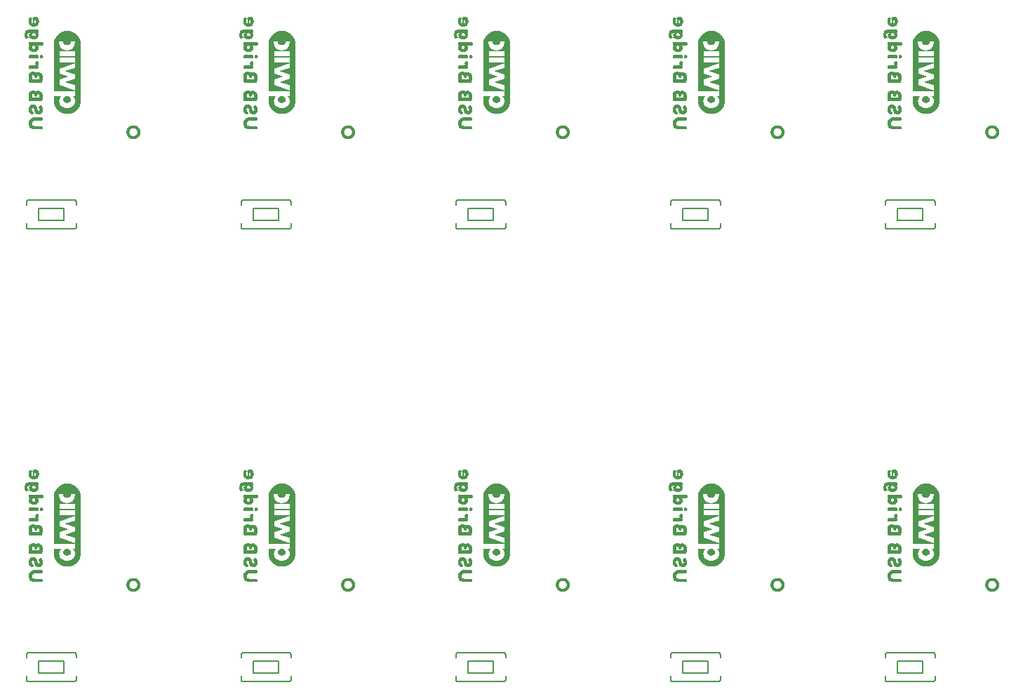
<source format=gbo>
G04 EAGLE Gerber RS-274X export*
G75*
%MOMM*%
%FSLAX34Y34*%
%LPD*%
%INSilkscreen Bottom*%
%IPPOS*%
%AMOC8*
5,1,8,0,0,1.08239X$1,22.5*%
G01*
%ADD10C,0.304800*%
%ADD11C,0.203200*%

G36*
X923872Y146697D02*
X923872Y146697D01*
X923874Y146698D01*
X923876Y146697D01*
X926509Y146963D01*
X926511Y146964D01*
X926515Y146964D01*
X927031Y147071D01*
X927033Y147073D01*
X927037Y147072D01*
X929564Y147857D01*
X929566Y147859D01*
X929570Y147859D01*
X930055Y148064D01*
X930057Y148066D01*
X930060Y148066D01*
X932386Y149329D01*
X932388Y149332D01*
X932392Y149333D01*
X932824Y149634D01*
X932825Y149636D01*
X932828Y149637D01*
X934869Y151321D01*
X934871Y151325D01*
X934876Y151327D01*
X935233Y151715D01*
X935234Y151716D01*
X935236Y151717D01*
X936920Y153758D01*
X936920Y153763D01*
X936926Y153767D01*
X937192Y154222D01*
X937192Y154223D01*
X937193Y154224D01*
X938456Y156550D01*
X938455Y156555D01*
X938461Y156561D01*
X939411Y159590D01*
X939409Y159596D01*
X939413Y159602D01*
X939743Y162760D01*
X939742Y162762D01*
X939743Y162764D01*
X939760Y163293D01*
X939759Y163293D01*
X939760Y163295D01*
X939760Y230511D01*
X939758Y230514D01*
X939760Y230517D01*
X939738Y230732D01*
X939472Y233365D01*
X939472Y233366D01*
X939472Y233368D01*
X939398Y233890D01*
X939395Y233893D01*
X939396Y233900D01*
X938611Y236427D01*
X938610Y236428D01*
X938610Y236429D01*
X938436Y236927D01*
X938432Y236930D01*
X938432Y236936D01*
X937169Y239262D01*
X937168Y239263D01*
X937168Y239265D01*
X936893Y239715D01*
X936889Y239717D01*
X936888Y239722D01*
X935204Y241764D01*
X935202Y241764D01*
X935201Y241767D01*
X934836Y242148D01*
X934833Y242148D01*
X934831Y242153D01*
X932789Y243837D01*
X932787Y243837D01*
X932784Y243840D01*
X932347Y244134D01*
X932344Y244134D01*
X932342Y244137D01*
X930016Y245399D01*
X930013Y245399D01*
X930010Y245403D01*
X929521Y245598D01*
X929518Y245598D01*
X929516Y245600D01*
X926988Y246385D01*
X926985Y246384D01*
X926981Y246386D01*
X926464Y246484D01*
X926462Y246483D01*
X926459Y246485D01*
X923826Y246750D01*
X923824Y246749D01*
X923821Y246750D01*
X923294Y246764D01*
X923291Y246762D01*
X923286Y246764D01*
X920653Y246498D01*
X920651Y246498D01*
X920128Y246428D01*
X920125Y246425D01*
X920118Y246426D01*
X917591Y245641D01*
X917590Y245640D01*
X917589Y245641D01*
X917089Y245470D01*
X917086Y245466D01*
X917080Y245465D01*
X914754Y244203D01*
X914753Y244202D01*
X914752Y244202D01*
X914299Y243930D01*
X914297Y243926D01*
X914292Y243925D01*
X912250Y242240D01*
X912250Y242239D01*
X912247Y242238D01*
X911864Y241876D01*
X911863Y241872D01*
X911859Y241870D01*
X910175Y239829D01*
X910174Y239826D01*
X910171Y239824D01*
X909874Y239389D01*
X909874Y239386D01*
X909871Y239384D01*
X908609Y237058D01*
X908609Y237055D01*
X908606Y237052D01*
X908406Y236564D01*
X908407Y236562D01*
X908404Y236559D01*
X907620Y234032D01*
X907621Y234029D01*
X907618Y234025D01*
X907517Y233508D01*
X907518Y233506D01*
X907516Y233503D01*
X907250Y230870D01*
X907251Y230869D01*
X907250Y230868D01*
X907215Y230340D01*
X907216Y230338D01*
X907215Y230336D01*
X907215Y174107D01*
X907226Y174089D01*
X907229Y174067D01*
X907246Y174059D01*
X907251Y174050D01*
X907261Y174051D01*
X907275Y174044D01*
X907663Y174030D01*
X907664Y174030D01*
X907665Y174030D01*
X932593Y174030D01*
X932605Y173689D01*
X932605Y168398D01*
X932606Y168007D01*
X930197Y168007D01*
X930183Y167998D01*
X930168Y168000D01*
X930157Y167981D01*
X930139Y167970D01*
X930142Y167954D01*
X930134Y167941D01*
X930148Y167914D01*
X930149Y167902D01*
X930155Y167900D01*
X930158Y167895D01*
X930379Y167719D01*
X930774Y167375D01*
X931128Y166989D01*
X931458Y166581D01*
X931761Y166155D01*
X932014Y165696D01*
X932236Y165221D01*
X932429Y164734D01*
X932569Y164229D01*
X932679Y163716D01*
X932761Y163198D01*
X932792Y162675D01*
X932800Y162151D01*
X932653Y160578D01*
X932528Y160073D01*
X932222Y159064D01*
X932024Y158584D01*
X931511Y157664D01*
X931230Y157227D01*
X930531Y156440D01*
X930172Y156063D01*
X928899Y155134D01*
X927466Y154473D01*
X926971Y154310D01*
X925438Y153930D01*
X923337Y153779D01*
X921759Y153900D01*
X921240Y153956D01*
X919705Y154335D01*
X919214Y154509D01*
X917782Y155171D01*
X916505Y156094D01*
X916145Y156470D01*
X915441Y157254D01*
X915153Y157686D01*
X914637Y158605D01*
X914425Y159079D01*
X913972Y160589D01*
X913824Y162161D01*
X913813Y162685D01*
X913840Y163208D01*
X913916Y163727D01*
X914017Y164242D01*
X914157Y164746D01*
X914345Y165235D01*
X914564Y165711D01*
X914821Y166167D01*
X915126Y166593D01*
X915459Y166997D01*
X915818Y167377D01*
X916219Y167714D01*
X916467Y167893D01*
X916473Y167909D01*
X916487Y167918D01*
X916484Y167938D01*
X916491Y167956D01*
X916479Y167968D01*
X916477Y167985D01*
X916452Y167996D01*
X916444Y168005D01*
X916436Y168003D01*
X916430Y168007D01*
X907682Y168007D01*
X907278Y168009D01*
X907259Y167997D01*
X907236Y167993D01*
X907229Y167978D01*
X907220Y167972D01*
X907221Y167971D01*
X907220Y167971D01*
X907222Y167962D01*
X907215Y167946D01*
X907215Y163056D01*
X907216Y163053D01*
X907215Y163050D01*
X907521Y159890D01*
X907523Y159887D01*
X907522Y159882D01*
X907633Y159368D01*
X907635Y159366D01*
X907635Y159362D01*
X908419Y156835D01*
X908422Y156833D01*
X908422Y156829D01*
X908630Y156345D01*
X908632Y156343D01*
X908633Y156340D01*
X909895Y154014D01*
X909898Y154012D01*
X909899Y154008D01*
X910204Y153578D01*
X910206Y153577D01*
X910207Y153574D01*
X911891Y151533D01*
X911895Y151532D01*
X911897Y151527D01*
X912287Y151171D01*
X912288Y151171D01*
X912289Y151169D01*
X914331Y149485D01*
X914335Y149485D01*
X914339Y149479D01*
X914797Y149216D01*
X914798Y149216D01*
X914798Y149215D01*
X917124Y147953D01*
X917129Y147953D01*
X917135Y147948D01*
X920166Y147002D01*
X920171Y147003D01*
X920178Y146999D01*
X923336Y146673D01*
X923340Y146675D01*
X923346Y146673D01*
X923872Y146697D01*
G37*
G36*
X923872Y692797D02*
X923872Y692797D01*
X923874Y692798D01*
X923876Y692797D01*
X926509Y693063D01*
X926511Y693064D01*
X926515Y693064D01*
X927031Y693171D01*
X927033Y693173D01*
X927037Y693172D01*
X929564Y693957D01*
X929566Y693959D01*
X929570Y693959D01*
X930055Y694164D01*
X930057Y694166D01*
X930060Y694166D01*
X932386Y695429D01*
X932388Y695432D01*
X932392Y695433D01*
X932824Y695734D01*
X932825Y695736D01*
X932828Y695737D01*
X934869Y697421D01*
X934871Y697425D01*
X934876Y697427D01*
X935233Y697815D01*
X935234Y697816D01*
X935236Y697817D01*
X936920Y699858D01*
X936920Y699863D01*
X936926Y699867D01*
X937192Y700322D01*
X937192Y700323D01*
X937193Y700324D01*
X938456Y702650D01*
X938455Y702655D01*
X938461Y702661D01*
X939411Y705690D01*
X939409Y705696D01*
X939413Y705702D01*
X939743Y708860D01*
X939742Y708862D01*
X939743Y708864D01*
X939760Y709393D01*
X939759Y709393D01*
X939760Y709395D01*
X939760Y776611D01*
X939758Y776614D01*
X939760Y776617D01*
X939738Y776832D01*
X939472Y779465D01*
X939472Y779466D01*
X939472Y779468D01*
X939398Y779990D01*
X939395Y779993D01*
X939396Y780000D01*
X938611Y782527D01*
X938610Y782528D01*
X938610Y782529D01*
X938436Y783027D01*
X938432Y783030D01*
X938432Y783036D01*
X937169Y785362D01*
X937168Y785363D01*
X937168Y785365D01*
X936893Y785815D01*
X936889Y785817D01*
X936888Y785822D01*
X935204Y787864D01*
X935202Y787864D01*
X935201Y787867D01*
X934836Y788248D01*
X934833Y788248D01*
X934831Y788253D01*
X932789Y789937D01*
X932787Y789937D01*
X932784Y789940D01*
X932347Y790234D01*
X932344Y790234D01*
X932342Y790237D01*
X930016Y791499D01*
X930013Y791499D01*
X930010Y791503D01*
X929521Y791698D01*
X929518Y791698D01*
X929516Y791700D01*
X926988Y792485D01*
X926985Y792484D01*
X926981Y792486D01*
X926464Y792584D01*
X926462Y792583D01*
X926459Y792585D01*
X923826Y792850D01*
X923824Y792849D01*
X923821Y792850D01*
X923294Y792864D01*
X923291Y792862D01*
X923286Y792864D01*
X920653Y792598D01*
X920651Y792598D01*
X920128Y792528D01*
X920125Y792525D01*
X920118Y792526D01*
X917591Y791741D01*
X917590Y791740D01*
X917589Y791741D01*
X917089Y791570D01*
X917086Y791566D01*
X917080Y791565D01*
X914754Y790303D01*
X914753Y790302D01*
X914752Y790302D01*
X914299Y790030D01*
X914297Y790026D01*
X914292Y790025D01*
X912250Y788340D01*
X912250Y788339D01*
X912247Y788338D01*
X911864Y787976D01*
X911863Y787972D01*
X911859Y787970D01*
X910175Y785929D01*
X910174Y785926D01*
X910171Y785924D01*
X909874Y785489D01*
X909874Y785486D01*
X909871Y785484D01*
X908609Y783158D01*
X908609Y783155D01*
X908606Y783152D01*
X908406Y782664D01*
X908407Y782662D01*
X908404Y782659D01*
X907620Y780132D01*
X907621Y780129D01*
X907618Y780125D01*
X907517Y779608D01*
X907518Y779606D01*
X907516Y779603D01*
X907250Y776970D01*
X907251Y776969D01*
X907250Y776968D01*
X907215Y776440D01*
X907216Y776438D01*
X907215Y776436D01*
X907215Y720207D01*
X907226Y720189D01*
X907229Y720167D01*
X907246Y720159D01*
X907251Y720150D01*
X907261Y720151D01*
X907275Y720144D01*
X907663Y720130D01*
X907664Y720130D01*
X907665Y720130D01*
X932593Y720130D01*
X932605Y719789D01*
X932605Y714498D01*
X932606Y714107D01*
X930197Y714107D01*
X930183Y714098D01*
X930168Y714100D01*
X930157Y714081D01*
X930139Y714070D01*
X930142Y714054D01*
X930134Y714041D01*
X930148Y714014D01*
X930149Y714002D01*
X930155Y714000D01*
X930158Y713995D01*
X930379Y713819D01*
X930774Y713475D01*
X931128Y713089D01*
X931458Y712681D01*
X931761Y712255D01*
X932014Y711796D01*
X932236Y711321D01*
X932429Y710834D01*
X932569Y710329D01*
X932679Y709816D01*
X932761Y709298D01*
X932792Y708775D01*
X932800Y708251D01*
X932653Y706678D01*
X932528Y706173D01*
X932222Y705164D01*
X932024Y704684D01*
X931511Y703764D01*
X931230Y703327D01*
X930531Y702540D01*
X930172Y702163D01*
X928899Y701234D01*
X927466Y700573D01*
X926971Y700410D01*
X925438Y700030D01*
X923337Y699879D01*
X921759Y700000D01*
X921240Y700056D01*
X919705Y700435D01*
X919214Y700609D01*
X917782Y701271D01*
X916505Y702194D01*
X916145Y702570D01*
X915441Y703354D01*
X915153Y703786D01*
X914637Y704705D01*
X914425Y705179D01*
X913972Y706689D01*
X913824Y708261D01*
X913813Y708785D01*
X913840Y709308D01*
X913916Y709827D01*
X914017Y710342D01*
X914157Y710846D01*
X914345Y711335D01*
X914564Y711811D01*
X914821Y712267D01*
X915126Y712693D01*
X915459Y713097D01*
X915818Y713477D01*
X916219Y713814D01*
X916467Y713993D01*
X916473Y714009D01*
X916487Y714018D01*
X916484Y714038D01*
X916491Y714056D01*
X916479Y714068D01*
X916477Y714085D01*
X916452Y714096D01*
X916444Y714105D01*
X916436Y714103D01*
X916430Y714107D01*
X907682Y714107D01*
X907278Y714109D01*
X907259Y714097D01*
X907236Y714093D01*
X907229Y714078D01*
X907220Y714072D01*
X907221Y714071D01*
X907220Y714071D01*
X907222Y714062D01*
X907215Y714046D01*
X907215Y709156D01*
X907216Y709153D01*
X907215Y709150D01*
X907521Y705990D01*
X907523Y705987D01*
X907522Y705982D01*
X907633Y705468D01*
X907635Y705466D01*
X907635Y705462D01*
X908419Y702935D01*
X908422Y702933D01*
X908422Y702929D01*
X908630Y702445D01*
X908632Y702443D01*
X908633Y702440D01*
X909895Y700114D01*
X909898Y700112D01*
X909899Y700108D01*
X910204Y699678D01*
X910206Y699677D01*
X910207Y699674D01*
X911891Y697633D01*
X911895Y697632D01*
X911897Y697627D01*
X912287Y697271D01*
X912288Y697271D01*
X912289Y697269D01*
X914331Y695585D01*
X914335Y695585D01*
X914339Y695579D01*
X914797Y695316D01*
X914798Y695316D01*
X914798Y695315D01*
X917124Y694053D01*
X917129Y694053D01*
X917135Y694048D01*
X920166Y693102D01*
X920171Y693103D01*
X920178Y693099D01*
X923336Y692773D01*
X923340Y692775D01*
X923346Y692773D01*
X923872Y692797D01*
G37*
G36*
X405712Y692797D02*
X405712Y692797D01*
X405714Y692798D01*
X405716Y692797D01*
X408349Y693063D01*
X408351Y693064D01*
X408355Y693064D01*
X408871Y693171D01*
X408873Y693173D01*
X408877Y693172D01*
X411404Y693957D01*
X411406Y693959D01*
X411410Y693959D01*
X411895Y694164D01*
X411897Y694166D01*
X411900Y694166D01*
X414226Y695429D01*
X414228Y695432D01*
X414232Y695433D01*
X414664Y695734D01*
X414665Y695736D01*
X414668Y695737D01*
X416709Y697421D01*
X416711Y697425D01*
X416716Y697427D01*
X417073Y697815D01*
X417074Y697816D01*
X417076Y697817D01*
X418760Y699858D01*
X418760Y699863D01*
X418766Y699867D01*
X419032Y700322D01*
X419032Y700323D01*
X419033Y700324D01*
X420296Y702650D01*
X420295Y702655D01*
X420301Y702661D01*
X421251Y705690D01*
X421249Y705696D01*
X421253Y705702D01*
X421583Y708860D01*
X421582Y708862D01*
X421583Y708864D01*
X421600Y709393D01*
X421599Y709393D01*
X421600Y709395D01*
X421600Y776611D01*
X421598Y776614D01*
X421600Y776617D01*
X421578Y776832D01*
X421312Y779465D01*
X421312Y779466D01*
X421312Y779468D01*
X421238Y779990D01*
X421235Y779993D01*
X421236Y780000D01*
X420451Y782527D01*
X420450Y782528D01*
X420450Y782529D01*
X420276Y783027D01*
X420272Y783030D01*
X420272Y783036D01*
X419009Y785362D01*
X419008Y785363D01*
X419008Y785365D01*
X418733Y785815D01*
X418729Y785817D01*
X418728Y785822D01*
X417044Y787864D01*
X417042Y787864D01*
X417041Y787867D01*
X416676Y788248D01*
X416673Y788248D01*
X416671Y788253D01*
X414629Y789937D01*
X414627Y789937D01*
X414624Y789940D01*
X414187Y790234D01*
X414184Y790234D01*
X414182Y790237D01*
X411856Y791499D01*
X411853Y791499D01*
X411850Y791503D01*
X411361Y791698D01*
X411358Y791698D01*
X411356Y791700D01*
X408828Y792485D01*
X408825Y792484D01*
X408821Y792486D01*
X408304Y792584D01*
X408302Y792583D01*
X408299Y792585D01*
X405666Y792850D01*
X405664Y792849D01*
X405661Y792850D01*
X405134Y792864D01*
X405131Y792862D01*
X405126Y792864D01*
X402493Y792598D01*
X402491Y792598D01*
X401968Y792528D01*
X401965Y792525D01*
X401958Y792526D01*
X399431Y791741D01*
X399430Y791740D01*
X399429Y791741D01*
X398929Y791570D01*
X398926Y791566D01*
X398920Y791565D01*
X396594Y790303D01*
X396593Y790302D01*
X396592Y790302D01*
X396139Y790030D01*
X396137Y790026D01*
X396132Y790025D01*
X394090Y788340D01*
X394090Y788339D01*
X394087Y788338D01*
X393704Y787976D01*
X393703Y787972D01*
X393699Y787970D01*
X392015Y785929D01*
X392014Y785926D01*
X392011Y785924D01*
X391714Y785489D01*
X391714Y785486D01*
X391711Y785484D01*
X390449Y783158D01*
X390449Y783155D01*
X390446Y783152D01*
X390246Y782664D01*
X390247Y782662D01*
X390244Y782659D01*
X389460Y780132D01*
X389461Y780129D01*
X389458Y780125D01*
X389357Y779608D01*
X389358Y779606D01*
X389356Y779603D01*
X389090Y776970D01*
X389091Y776969D01*
X389090Y776968D01*
X389055Y776440D01*
X389056Y776438D01*
X389055Y776436D01*
X389055Y720207D01*
X389066Y720189D01*
X389069Y720167D01*
X389086Y720159D01*
X389091Y720150D01*
X389101Y720151D01*
X389115Y720144D01*
X389503Y720130D01*
X389504Y720130D01*
X389505Y720130D01*
X414433Y720130D01*
X414445Y719789D01*
X414445Y714498D01*
X414446Y714107D01*
X412037Y714107D01*
X412023Y714098D01*
X412008Y714100D01*
X411997Y714081D01*
X411979Y714070D01*
X411982Y714054D01*
X411974Y714041D01*
X411988Y714014D01*
X411989Y714002D01*
X411995Y714000D01*
X411998Y713995D01*
X412219Y713819D01*
X412614Y713475D01*
X412968Y713089D01*
X413298Y712681D01*
X413601Y712255D01*
X413854Y711796D01*
X414076Y711321D01*
X414269Y710834D01*
X414409Y710329D01*
X414519Y709816D01*
X414601Y709298D01*
X414632Y708775D01*
X414640Y708251D01*
X414493Y706678D01*
X414368Y706173D01*
X414062Y705164D01*
X413864Y704684D01*
X413351Y703764D01*
X413070Y703327D01*
X412371Y702540D01*
X412012Y702163D01*
X410739Y701234D01*
X409306Y700573D01*
X408811Y700410D01*
X407278Y700030D01*
X405177Y699879D01*
X403599Y700000D01*
X403080Y700056D01*
X401545Y700435D01*
X401054Y700609D01*
X399622Y701271D01*
X398345Y702194D01*
X397985Y702570D01*
X397281Y703354D01*
X396993Y703786D01*
X396477Y704705D01*
X396265Y705179D01*
X395812Y706689D01*
X395664Y708261D01*
X395653Y708785D01*
X395680Y709308D01*
X395756Y709827D01*
X395857Y710342D01*
X395997Y710846D01*
X396185Y711335D01*
X396404Y711811D01*
X396661Y712267D01*
X396966Y712693D01*
X397299Y713097D01*
X397658Y713477D01*
X398059Y713814D01*
X398307Y713993D01*
X398313Y714009D01*
X398327Y714018D01*
X398324Y714038D01*
X398331Y714056D01*
X398319Y714068D01*
X398317Y714085D01*
X398292Y714096D01*
X398284Y714105D01*
X398276Y714103D01*
X398270Y714107D01*
X389522Y714107D01*
X389118Y714109D01*
X389099Y714097D01*
X389076Y714093D01*
X389069Y714078D01*
X389060Y714072D01*
X389061Y714071D01*
X389060Y714071D01*
X389062Y714062D01*
X389055Y714046D01*
X389055Y709156D01*
X389056Y709153D01*
X389055Y709150D01*
X389361Y705990D01*
X389363Y705987D01*
X389362Y705982D01*
X389473Y705468D01*
X389475Y705466D01*
X389475Y705462D01*
X390259Y702935D01*
X390262Y702933D01*
X390262Y702929D01*
X390470Y702445D01*
X390472Y702443D01*
X390473Y702440D01*
X391735Y700114D01*
X391738Y700112D01*
X391739Y700108D01*
X392044Y699678D01*
X392046Y699677D01*
X392047Y699674D01*
X393731Y697633D01*
X393735Y697632D01*
X393737Y697627D01*
X394127Y697271D01*
X394128Y697271D01*
X394129Y697269D01*
X396171Y695585D01*
X396175Y695585D01*
X396179Y695579D01*
X396637Y695316D01*
X396638Y695316D01*
X396638Y695315D01*
X398964Y694053D01*
X398969Y694053D01*
X398975Y694048D01*
X402006Y693102D01*
X402011Y693103D01*
X402018Y693099D01*
X405176Y692773D01*
X405180Y692775D01*
X405186Y692773D01*
X405712Y692797D01*
G37*
G36*
X1182952Y692797D02*
X1182952Y692797D01*
X1182954Y692798D01*
X1182956Y692797D01*
X1185589Y693063D01*
X1185591Y693064D01*
X1185595Y693064D01*
X1186111Y693171D01*
X1186113Y693173D01*
X1186117Y693172D01*
X1188644Y693957D01*
X1188646Y693959D01*
X1188650Y693959D01*
X1189135Y694164D01*
X1189137Y694166D01*
X1189140Y694166D01*
X1191466Y695429D01*
X1191468Y695432D01*
X1191472Y695433D01*
X1191904Y695734D01*
X1191905Y695736D01*
X1191908Y695737D01*
X1193949Y697421D01*
X1193951Y697425D01*
X1193956Y697427D01*
X1194313Y697815D01*
X1194314Y697816D01*
X1194316Y697817D01*
X1196000Y699858D01*
X1196000Y699863D01*
X1196006Y699867D01*
X1196272Y700322D01*
X1196272Y700323D01*
X1196273Y700324D01*
X1197536Y702650D01*
X1197535Y702655D01*
X1197541Y702661D01*
X1198491Y705690D01*
X1198489Y705696D01*
X1198493Y705702D01*
X1198823Y708860D01*
X1198822Y708862D01*
X1198823Y708864D01*
X1198840Y709393D01*
X1198839Y709393D01*
X1198840Y709395D01*
X1198840Y776611D01*
X1198838Y776614D01*
X1198840Y776617D01*
X1198818Y776832D01*
X1198552Y779465D01*
X1198552Y779466D01*
X1198552Y779468D01*
X1198478Y779990D01*
X1198475Y779993D01*
X1198476Y780000D01*
X1197691Y782527D01*
X1197690Y782528D01*
X1197690Y782529D01*
X1197516Y783027D01*
X1197512Y783030D01*
X1197512Y783036D01*
X1196249Y785362D01*
X1196248Y785363D01*
X1196248Y785365D01*
X1195973Y785815D01*
X1195969Y785817D01*
X1195968Y785822D01*
X1194284Y787864D01*
X1194282Y787864D01*
X1194281Y787867D01*
X1193916Y788248D01*
X1193913Y788248D01*
X1193911Y788253D01*
X1191869Y789937D01*
X1191867Y789937D01*
X1191864Y789940D01*
X1191427Y790234D01*
X1191424Y790234D01*
X1191422Y790237D01*
X1189096Y791499D01*
X1189093Y791499D01*
X1189090Y791503D01*
X1188601Y791698D01*
X1188598Y791698D01*
X1188596Y791700D01*
X1186068Y792485D01*
X1186065Y792484D01*
X1186061Y792486D01*
X1185544Y792584D01*
X1185542Y792583D01*
X1185539Y792585D01*
X1182906Y792850D01*
X1182904Y792849D01*
X1182901Y792850D01*
X1182374Y792864D01*
X1182371Y792862D01*
X1182366Y792864D01*
X1179733Y792598D01*
X1179731Y792598D01*
X1179208Y792528D01*
X1179205Y792525D01*
X1179198Y792526D01*
X1176671Y791741D01*
X1176670Y791740D01*
X1176669Y791741D01*
X1176169Y791570D01*
X1176166Y791566D01*
X1176160Y791565D01*
X1173834Y790303D01*
X1173833Y790302D01*
X1173832Y790302D01*
X1173379Y790030D01*
X1173377Y790026D01*
X1173372Y790025D01*
X1171330Y788340D01*
X1171330Y788339D01*
X1171327Y788338D01*
X1170944Y787976D01*
X1170943Y787972D01*
X1170939Y787970D01*
X1169255Y785929D01*
X1169254Y785926D01*
X1169251Y785924D01*
X1168954Y785489D01*
X1168954Y785486D01*
X1168951Y785484D01*
X1167689Y783158D01*
X1167689Y783155D01*
X1167686Y783152D01*
X1167486Y782664D01*
X1167487Y782662D01*
X1167484Y782659D01*
X1166700Y780132D01*
X1166701Y780129D01*
X1166698Y780125D01*
X1166597Y779608D01*
X1166598Y779606D01*
X1166596Y779603D01*
X1166330Y776970D01*
X1166331Y776969D01*
X1166330Y776968D01*
X1166295Y776440D01*
X1166296Y776438D01*
X1166295Y776436D01*
X1166295Y720207D01*
X1166306Y720189D01*
X1166309Y720167D01*
X1166326Y720159D01*
X1166331Y720150D01*
X1166341Y720151D01*
X1166355Y720144D01*
X1166743Y720130D01*
X1166744Y720130D01*
X1166745Y720130D01*
X1191673Y720130D01*
X1191685Y719789D01*
X1191685Y714498D01*
X1191686Y714107D01*
X1189277Y714107D01*
X1189263Y714098D01*
X1189248Y714100D01*
X1189237Y714081D01*
X1189219Y714070D01*
X1189222Y714054D01*
X1189214Y714041D01*
X1189228Y714014D01*
X1189229Y714002D01*
X1189235Y714000D01*
X1189238Y713995D01*
X1189459Y713819D01*
X1189854Y713475D01*
X1190208Y713089D01*
X1190538Y712681D01*
X1190841Y712255D01*
X1191094Y711796D01*
X1191316Y711321D01*
X1191509Y710834D01*
X1191649Y710329D01*
X1191759Y709816D01*
X1191841Y709298D01*
X1191872Y708775D01*
X1191880Y708251D01*
X1191733Y706678D01*
X1191608Y706173D01*
X1191302Y705164D01*
X1191104Y704684D01*
X1190591Y703764D01*
X1190310Y703327D01*
X1189611Y702540D01*
X1189252Y702163D01*
X1187979Y701234D01*
X1186546Y700573D01*
X1186051Y700410D01*
X1184518Y700030D01*
X1182417Y699879D01*
X1180839Y700000D01*
X1180320Y700056D01*
X1178785Y700435D01*
X1178294Y700609D01*
X1176862Y701271D01*
X1175585Y702194D01*
X1175225Y702570D01*
X1174521Y703354D01*
X1174233Y703786D01*
X1173717Y704705D01*
X1173505Y705179D01*
X1173052Y706689D01*
X1172904Y708261D01*
X1172893Y708785D01*
X1172920Y709308D01*
X1172996Y709827D01*
X1173097Y710342D01*
X1173237Y710846D01*
X1173425Y711335D01*
X1173644Y711811D01*
X1173901Y712267D01*
X1174206Y712693D01*
X1174539Y713097D01*
X1174898Y713477D01*
X1175299Y713814D01*
X1175547Y713993D01*
X1175553Y714009D01*
X1175567Y714018D01*
X1175564Y714038D01*
X1175571Y714056D01*
X1175559Y714068D01*
X1175557Y714085D01*
X1175532Y714096D01*
X1175524Y714105D01*
X1175516Y714103D01*
X1175510Y714107D01*
X1166762Y714107D01*
X1166358Y714109D01*
X1166339Y714097D01*
X1166316Y714093D01*
X1166309Y714078D01*
X1166300Y714072D01*
X1166301Y714071D01*
X1166300Y714071D01*
X1166302Y714062D01*
X1166295Y714046D01*
X1166295Y709156D01*
X1166296Y709153D01*
X1166295Y709150D01*
X1166601Y705990D01*
X1166603Y705987D01*
X1166602Y705982D01*
X1166713Y705468D01*
X1166715Y705466D01*
X1166715Y705462D01*
X1167499Y702935D01*
X1167502Y702933D01*
X1167502Y702929D01*
X1167710Y702445D01*
X1167712Y702443D01*
X1167713Y702440D01*
X1168975Y700114D01*
X1168978Y700112D01*
X1168979Y700108D01*
X1169284Y699678D01*
X1169286Y699677D01*
X1169287Y699674D01*
X1170971Y697633D01*
X1170975Y697632D01*
X1170977Y697627D01*
X1171367Y697271D01*
X1171368Y697271D01*
X1171369Y697269D01*
X1173411Y695585D01*
X1173415Y695585D01*
X1173419Y695579D01*
X1173877Y695316D01*
X1173878Y695316D01*
X1173878Y695315D01*
X1176204Y694053D01*
X1176209Y694053D01*
X1176215Y694048D01*
X1179246Y693102D01*
X1179251Y693103D01*
X1179258Y693099D01*
X1182416Y692773D01*
X1182420Y692775D01*
X1182426Y692773D01*
X1182952Y692797D01*
G37*
G36*
X146632Y692797D02*
X146632Y692797D01*
X146634Y692798D01*
X146636Y692797D01*
X149269Y693063D01*
X149271Y693064D01*
X149275Y693064D01*
X149791Y693171D01*
X149793Y693173D01*
X149797Y693172D01*
X152324Y693957D01*
X152326Y693959D01*
X152330Y693959D01*
X152815Y694164D01*
X152817Y694166D01*
X152820Y694166D01*
X155146Y695429D01*
X155148Y695432D01*
X155152Y695433D01*
X155584Y695734D01*
X155585Y695736D01*
X155588Y695737D01*
X157629Y697421D01*
X157631Y697425D01*
X157636Y697427D01*
X157993Y697815D01*
X157994Y697816D01*
X157996Y697817D01*
X159680Y699858D01*
X159680Y699863D01*
X159686Y699867D01*
X159952Y700322D01*
X159952Y700323D01*
X159953Y700324D01*
X161216Y702650D01*
X161215Y702655D01*
X161221Y702661D01*
X162171Y705690D01*
X162169Y705696D01*
X162173Y705702D01*
X162503Y708860D01*
X162502Y708862D01*
X162503Y708864D01*
X162520Y709393D01*
X162519Y709393D01*
X162520Y709395D01*
X162520Y776611D01*
X162518Y776614D01*
X162520Y776617D01*
X162498Y776832D01*
X162232Y779465D01*
X162232Y779466D01*
X162232Y779468D01*
X162158Y779990D01*
X162155Y779993D01*
X162156Y780000D01*
X161371Y782527D01*
X161370Y782528D01*
X161370Y782529D01*
X161196Y783027D01*
X161192Y783030D01*
X161192Y783036D01*
X159929Y785362D01*
X159928Y785363D01*
X159928Y785365D01*
X159653Y785815D01*
X159649Y785817D01*
X159648Y785822D01*
X157964Y787864D01*
X157962Y787864D01*
X157961Y787867D01*
X157596Y788248D01*
X157593Y788248D01*
X157591Y788253D01*
X155549Y789937D01*
X155547Y789937D01*
X155544Y789940D01*
X155107Y790234D01*
X155104Y790234D01*
X155102Y790237D01*
X152776Y791499D01*
X152773Y791499D01*
X152770Y791503D01*
X152281Y791698D01*
X152278Y791698D01*
X152276Y791700D01*
X149748Y792485D01*
X149745Y792484D01*
X149741Y792486D01*
X149224Y792584D01*
X149222Y792583D01*
X149219Y792585D01*
X146586Y792850D01*
X146584Y792849D01*
X146581Y792850D01*
X146054Y792864D01*
X146051Y792862D01*
X146046Y792864D01*
X143413Y792598D01*
X143411Y792598D01*
X142888Y792528D01*
X142885Y792525D01*
X142878Y792526D01*
X140351Y791741D01*
X140350Y791740D01*
X140349Y791741D01*
X139849Y791570D01*
X139846Y791566D01*
X139840Y791565D01*
X137514Y790303D01*
X137513Y790302D01*
X137512Y790302D01*
X137059Y790030D01*
X137057Y790026D01*
X137052Y790025D01*
X135010Y788340D01*
X135010Y788339D01*
X135007Y788338D01*
X134624Y787976D01*
X134623Y787972D01*
X134619Y787970D01*
X132935Y785929D01*
X132934Y785926D01*
X132931Y785924D01*
X132634Y785489D01*
X132634Y785486D01*
X132631Y785484D01*
X131369Y783158D01*
X131369Y783155D01*
X131366Y783152D01*
X131166Y782664D01*
X131167Y782662D01*
X131164Y782659D01*
X130380Y780132D01*
X130381Y780129D01*
X130378Y780125D01*
X130277Y779608D01*
X130278Y779606D01*
X130276Y779603D01*
X130010Y776970D01*
X130011Y776969D01*
X130010Y776968D01*
X129975Y776440D01*
X129976Y776438D01*
X129975Y776436D01*
X129975Y720207D01*
X129986Y720189D01*
X129989Y720167D01*
X130006Y720159D01*
X130011Y720150D01*
X130021Y720151D01*
X130035Y720144D01*
X130423Y720130D01*
X130424Y720130D01*
X130425Y720130D01*
X155353Y720130D01*
X155365Y719789D01*
X155365Y714498D01*
X155366Y714107D01*
X152957Y714107D01*
X152943Y714098D01*
X152928Y714100D01*
X152917Y714081D01*
X152899Y714070D01*
X152902Y714054D01*
X152894Y714041D01*
X152908Y714014D01*
X152909Y714002D01*
X152915Y714000D01*
X152918Y713995D01*
X153139Y713819D01*
X153534Y713475D01*
X153888Y713089D01*
X154218Y712681D01*
X154521Y712255D01*
X154774Y711796D01*
X154996Y711321D01*
X155189Y710834D01*
X155329Y710329D01*
X155439Y709816D01*
X155521Y709298D01*
X155552Y708775D01*
X155560Y708251D01*
X155413Y706678D01*
X155288Y706173D01*
X154982Y705164D01*
X154784Y704684D01*
X154271Y703764D01*
X153990Y703327D01*
X153291Y702540D01*
X152932Y702163D01*
X151659Y701234D01*
X150226Y700573D01*
X149731Y700410D01*
X148198Y700030D01*
X146097Y699879D01*
X144519Y700000D01*
X144000Y700056D01*
X142465Y700435D01*
X141974Y700609D01*
X140542Y701271D01*
X139265Y702194D01*
X138905Y702570D01*
X138201Y703354D01*
X137913Y703786D01*
X137397Y704705D01*
X137185Y705179D01*
X136732Y706689D01*
X136584Y708261D01*
X136573Y708785D01*
X136600Y709308D01*
X136676Y709827D01*
X136777Y710342D01*
X136917Y710846D01*
X137105Y711335D01*
X137324Y711811D01*
X137581Y712267D01*
X137886Y712693D01*
X138219Y713097D01*
X138578Y713477D01*
X138979Y713814D01*
X139227Y713993D01*
X139233Y714009D01*
X139247Y714018D01*
X139244Y714038D01*
X139251Y714056D01*
X139239Y714068D01*
X139237Y714085D01*
X139212Y714096D01*
X139204Y714105D01*
X139196Y714103D01*
X139190Y714107D01*
X130442Y714107D01*
X130038Y714109D01*
X130019Y714097D01*
X129996Y714093D01*
X129989Y714078D01*
X129980Y714072D01*
X129981Y714071D01*
X129980Y714071D01*
X129982Y714062D01*
X129975Y714046D01*
X129975Y709156D01*
X129976Y709153D01*
X129975Y709150D01*
X130281Y705990D01*
X130283Y705987D01*
X130282Y705982D01*
X130393Y705468D01*
X130395Y705466D01*
X130395Y705462D01*
X131179Y702935D01*
X131182Y702933D01*
X131182Y702929D01*
X131390Y702445D01*
X131392Y702443D01*
X131393Y702440D01*
X132655Y700114D01*
X132658Y700112D01*
X132659Y700108D01*
X132964Y699678D01*
X132966Y699677D01*
X132967Y699674D01*
X134651Y697633D01*
X134655Y697632D01*
X134657Y697627D01*
X135047Y697271D01*
X135048Y697271D01*
X135049Y697269D01*
X137091Y695585D01*
X137095Y695585D01*
X137099Y695579D01*
X137557Y695316D01*
X137558Y695316D01*
X137558Y695315D01*
X139884Y694053D01*
X139889Y694053D01*
X139895Y694048D01*
X142926Y693102D01*
X142931Y693103D01*
X142938Y693099D01*
X146096Y692773D01*
X146100Y692775D01*
X146106Y692773D01*
X146632Y692797D01*
G37*
G36*
X664792Y692797D02*
X664792Y692797D01*
X664794Y692798D01*
X664796Y692797D01*
X667429Y693063D01*
X667431Y693064D01*
X667435Y693064D01*
X667951Y693171D01*
X667953Y693173D01*
X667957Y693172D01*
X670484Y693957D01*
X670486Y693959D01*
X670490Y693959D01*
X670975Y694164D01*
X670977Y694166D01*
X670980Y694166D01*
X673306Y695429D01*
X673308Y695432D01*
X673312Y695433D01*
X673744Y695734D01*
X673745Y695736D01*
X673748Y695737D01*
X675789Y697421D01*
X675791Y697425D01*
X675796Y697427D01*
X676153Y697815D01*
X676154Y697816D01*
X676156Y697817D01*
X677840Y699858D01*
X677840Y699863D01*
X677846Y699867D01*
X678112Y700322D01*
X678112Y700323D01*
X678113Y700324D01*
X679376Y702650D01*
X679375Y702655D01*
X679381Y702661D01*
X680331Y705690D01*
X680329Y705696D01*
X680333Y705702D01*
X680663Y708860D01*
X680662Y708862D01*
X680663Y708864D01*
X680680Y709393D01*
X680679Y709393D01*
X680680Y709395D01*
X680680Y776611D01*
X680678Y776614D01*
X680680Y776617D01*
X680658Y776832D01*
X680392Y779465D01*
X680392Y779466D01*
X680392Y779468D01*
X680318Y779990D01*
X680315Y779993D01*
X680316Y780000D01*
X679531Y782527D01*
X679530Y782528D01*
X679530Y782529D01*
X679356Y783027D01*
X679352Y783030D01*
X679352Y783036D01*
X678089Y785362D01*
X678088Y785363D01*
X678088Y785365D01*
X677813Y785815D01*
X677809Y785817D01*
X677808Y785822D01*
X676124Y787864D01*
X676122Y787864D01*
X676121Y787867D01*
X675756Y788248D01*
X675753Y788248D01*
X675751Y788253D01*
X673709Y789937D01*
X673707Y789937D01*
X673704Y789940D01*
X673267Y790234D01*
X673264Y790234D01*
X673262Y790237D01*
X670936Y791499D01*
X670933Y791499D01*
X670930Y791503D01*
X670441Y791698D01*
X670438Y791698D01*
X670436Y791700D01*
X667908Y792485D01*
X667905Y792484D01*
X667901Y792486D01*
X667384Y792584D01*
X667382Y792583D01*
X667379Y792585D01*
X664746Y792850D01*
X664744Y792849D01*
X664741Y792850D01*
X664214Y792864D01*
X664211Y792862D01*
X664206Y792864D01*
X661573Y792598D01*
X661571Y792598D01*
X661048Y792528D01*
X661045Y792525D01*
X661038Y792526D01*
X658511Y791741D01*
X658510Y791740D01*
X658509Y791741D01*
X658009Y791570D01*
X658006Y791566D01*
X658000Y791565D01*
X655674Y790303D01*
X655673Y790302D01*
X655672Y790302D01*
X655219Y790030D01*
X655217Y790026D01*
X655212Y790025D01*
X653170Y788340D01*
X653170Y788339D01*
X653167Y788338D01*
X652784Y787976D01*
X652783Y787972D01*
X652779Y787970D01*
X651095Y785929D01*
X651094Y785926D01*
X651091Y785924D01*
X650794Y785489D01*
X650794Y785486D01*
X650791Y785484D01*
X649529Y783158D01*
X649529Y783155D01*
X649526Y783152D01*
X649326Y782664D01*
X649327Y782662D01*
X649324Y782659D01*
X648540Y780132D01*
X648541Y780129D01*
X648538Y780125D01*
X648437Y779608D01*
X648438Y779606D01*
X648436Y779603D01*
X648170Y776970D01*
X648171Y776969D01*
X648170Y776968D01*
X648135Y776440D01*
X648136Y776438D01*
X648135Y776436D01*
X648135Y720207D01*
X648146Y720189D01*
X648149Y720167D01*
X648166Y720159D01*
X648171Y720150D01*
X648181Y720151D01*
X648195Y720144D01*
X648583Y720130D01*
X648584Y720130D01*
X648585Y720130D01*
X673513Y720130D01*
X673525Y719789D01*
X673525Y714498D01*
X673526Y714107D01*
X671117Y714107D01*
X671103Y714098D01*
X671088Y714100D01*
X671077Y714081D01*
X671059Y714070D01*
X671062Y714054D01*
X671054Y714041D01*
X671068Y714014D01*
X671069Y714002D01*
X671075Y714000D01*
X671078Y713995D01*
X671299Y713819D01*
X671694Y713475D01*
X672048Y713089D01*
X672378Y712681D01*
X672681Y712255D01*
X672934Y711796D01*
X673156Y711321D01*
X673349Y710834D01*
X673489Y710329D01*
X673599Y709816D01*
X673681Y709298D01*
X673712Y708775D01*
X673720Y708251D01*
X673573Y706678D01*
X673448Y706173D01*
X673142Y705164D01*
X672944Y704684D01*
X672431Y703764D01*
X672150Y703327D01*
X671451Y702540D01*
X671092Y702163D01*
X669819Y701234D01*
X668386Y700573D01*
X667891Y700410D01*
X666358Y700030D01*
X664257Y699879D01*
X662679Y700000D01*
X662160Y700056D01*
X660625Y700435D01*
X660134Y700609D01*
X658702Y701271D01*
X657425Y702194D01*
X657065Y702570D01*
X656361Y703354D01*
X656073Y703786D01*
X655557Y704705D01*
X655345Y705179D01*
X654892Y706689D01*
X654744Y708261D01*
X654733Y708785D01*
X654760Y709308D01*
X654836Y709827D01*
X654937Y710342D01*
X655077Y710846D01*
X655265Y711335D01*
X655484Y711811D01*
X655741Y712267D01*
X656046Y712693D01*
X656379Y713097D01*
X656738Y713477D01*
X657139Y713814D01*
X657387Y713993D01*
X657393Y714009D01*
X657407Y714018D01*
X657404Y714038D01*
X657411Y714056D01*
X657399Y714068D01*
X657397Y714085D01*
X657372Y714096D01*
X657364Y714105D01*
X657356Y714103D01*
X657350Y714107D01*
X648602Y714107D01*
X648198Y714109D01*
X648179Y714097D01*
X648156Y714093D01*
X648149Y714078D01*
X648140Y714072D01*
X648141Y714071D01*
X648140Y714071D01*
X648142Y714062D01*
X648135Y714046D01*
X648135Y709156D01*
X648136Y709153D01*
X648135Y709150D01*
X648441Y705990D01*
X648443Y705987D01*
X648442Y705982D01*
X648553Y705468D01*
X648555Y705466D01*
X648555Y705462D01*
X649339Y702935D01*
X649342Y702933D01*
X649342Y702929D01*
X649550Y702445D01*
X649552Y702443D01*
X649553Y702440D01*
X650815Y700114D01*
X650818Y700112D01*
X650819Y700108D01*
X651124Y699678D01*
X651126Y699677D01*
X651127Y699674D01*
X652811Y697633D01*
X652815Y697632D01*
X652817Y697627D01*
X653207Y697271D01*
X653208Y697271D01*
X653209Y697269D01*
X655251Y695585D01*
X655255Y695585D01*
X655259Y695579D01*
X655717Y695316D01*
X655718Y695316D01*
X655718Y695315D01*
X658044Y694053D01*
X658049Y694053D01*
X658055Y694048D01*
X661086Y693102D01*
X661091Y693103D01*
X661098Y693099D01*
X664256Y692773D01*
X664260Y692775D01*
X664266Y692773D01*
X664792Y692797D01*
G37*
G36*
X146632Y146697D02*
X146632Y146697D01*
X146634Y146698D01*
X146636Y146697D01*
X149269Y146963D01*
X149271Y146964D01*
X149275Y146964D01*
X149791Y147071D01*
X149793Y147073D01*
X149797Y147072D01*
X152324Y147857D01*
X152326Y147859D01*
X152330Y147859D01*
X152815Y148064D01*
X152817Y148066D01*
X152820Y148066D01*
X155146Y149329D01*
X155148Y149332D01*
X155152Y149333D01*
X155584Y149634D01*
X155585Y149636D01*
X155588Y149637D01*
X157629Y151321D01*
X157631Y151325D01*
X157636Y151327D01*
X157993Y151715D01*
X157994Y151716D01*
X157996Y151717D01*
X159680Y153758D01*
X159680Y153763D01*
X159686Y153767D01*
X159952Y154222D01*
X159952Y154223D01*
X159953Y154224D01*
X161216Y156550D01*
X161215Y156555D01*
X161221Y156561D01*
X162171Y159590D01*
X162169Y159596D01*
X162173Y159602D01*
X162503Y162760D01*
X162502Y162762D01*
X162503Y162764D01*
X162520Y163293D01*
X162519Y163293D01*
X162520Y163295D01*
X162520Y230511D01*
X162518Y230514D01*
X162520Y230517D01*
X162498Y230732D01*
X162232Y233365D01*
X162232Y233366D01*
X162232Y233368D01*
X162158Y233890D01*
X162155Y233893D01*
X162156Y233900D01*
X161371Y236427D01*
X161370Y236428D01*
X161370Y236429D01*
X161196Y236927D01*
X161192Y236930D01*
X161192Y236936D01*
X159929Y239262D01*
X159928Y239263D01*
X159928Y239265D01*
X159653Y239715D01*
X159649Y239717D01*
X159648Y239722D01*
X157964Y241764D01*
X157962Y241764D01*
X157961Y241767D01*
X157596Y242148D01*
X157593Y242148D01*
X157591Y242153D01*
X155549Y243837D01*
X155547Y243837D01*
X155544Y243840D01*
X155107Y244134D01*
X155104Y244134D01*
X155102Y244137D01*
X152776Y245399D01*
X152773Y245399D01*
X152770Y245403D01*
X152281Y245598D01*
X152278Y245598D01*
X152276Y245600D01*
X149748Y246385D01*
X149745Y246384D01*
X149741Y246386D01*
X149224Y246484D01*
X149222Y246483D01*
X149219Y246485D01*
X146586Y246750D01*
X146584Y246749D01*
X146581Y246750D01*
X146054Y246764D01*
X146051Y246762D01*
X146046Y246764D01*
X143413Y246498D01*
X143411Y246498D01*
X142888Y246428D01*
X142885Y246425D01*
X142878Y246426D01*
X140351Y245641D01*
X140350Y245640D01*
X140349Y245641D01*
X139849Y245470D01*
X139846Y245466D01*
X139840Y245465D01*
X137514Y244203D01*
X137513Y244202D01*
X137512Y244202D01*
X137059Y243930D01*
X137057Y243926D01*
X137052Y243925D01*
X135010Y242240D01*
X135010Y242239D01*
X135007Y242238D01*
X134624Y241876D01*
X134623Y241872D01*
X134619Y241870D01*
X132935Y239829D01*
X132934Y239826D01*
X132931Y239824D01*
X132634Y239389D01*
X132634Y239386D01*
X132631Y239384D01*
X131369Y237058D01*
X131369Y237055D01*
X131366Y237052D01*
X131166Y236564D01*
X131167Y236562D01*
X131164Y236559D01*
X130380Y234032D01*
X130381Y234029D01*
X130378Y234025D01*
X130277Y233508D01*
X130278Y233506D01*
X130276Y233503D01*
X130010Y230870D01*
X130011Y230869D01*
X130010Y230868D01*
X129975Y230340D01*
X129976Y230338D01*
X129975Y230336D01*
X129975Y174107D01*
X129986Y174089D01*
X129989Y174067D01*
X130006Y174059D01*
X130011Y174050D01*
X130021Y174051D01*
X130035Y174044D01*
X130423Y174030D01*
X130424Y174030D01*
X130425Y174030D01*
X155353Y174030D01*
X155365Y173689D01*
X155365Y168398D01*
X155366Y168007D01*
X152957Y168007D01*
X152943Y167998D01*
X152928Y168000D01*
X152917Y167981D01*
X152899Y167970D01*
X152902Y167954D01*
X152894Y167941D01*
X152908Y167914D01*
X152909Y167902D01*
X152915Y167900D01*
X152918Y167895D01*
X153139Y167719D01*
X153534Y167375D01*
X153888Y166989D01*
X154218Y166581D01*
X154521Y166155D01*
X154774Y165696D01*
X154996Y165221D01*
X155189Y164734D01*
X155329Y164229D01*
X155439Y163716D01*
X155521Y163198D01*
X155552Y162675D01*
X155560Y162151D01*
X155413Y160578D01*
X155288Y160073D01*
X154982Y159064D01*
X154784Y158584D01*
X154271Y157664D01*
X153990Y157227D01*
X153291Y156440D01*
X152932Y156063D01*
X151659Y155134D01*
X150226Y154473D01*
X149731Y154310D01*
X148198Y153930D01*
X146097Y153779D01*
X144519Y153900D01*
X144000Y153956D01*
X142465Y154335D01*
X141974Y154509D01*
X140542Y155171D01*
X139265Y156094D01*
X138905Y156470D01*
X138201Y157254D01*
X137913Y157686D01*
X137397Y158605D01*
X137185Y159079D01*
X136732Y160589D01*
X136584Y162161D01*
X136573Y162685D01*
X136600Y163208D01*
X136676Y163727D01*
X136777Y164242D01*
X136917Y164746D01*
X137105Y165235D01*
X137324Y165711D01*
X137581Y166167D01*
X137886Y166593D01*
X138219Y166997D01*
X138578Y167377D01*
X138979Y167714D01*
X139227Y167893D01*
X139233Y167909D01*
X139247Y167918D01*
X139244Y167938D01*
X139251Y167956D01*
X139239Y167968D01*
X139237Y167985D01*
X139212Y167996D01*
X139204Y168005D01*
X139196Y168003D01*
X139190Y168007D01*
X130442Y168007D01*
X130038Y168009D01*
X130019Y167997D01*
X129996Y167993D01*
X129989Y167978D01*
X129980Y167972D01*
X129981Y167971D01*
X129980Y167971D01*
X129982Y167962D01*
X129975Y167946D01*
X129975Y163056D01*
X129976Y163053D01*
X129975Y163050D01*
X130281Y159890D01*
X130283Y159887D01*
X130282Y159882D01*
X130393Y159368D01*
X130395Y159366D01*
X130395Y159362D01*
X131179Y156835D01*
X131182Y156833D01*
X131182Y156829D01*
X131390Y156345D01*
X131392Y156343D01*
X131393Y156340D01*
X132655Y154014D01*
X132658Y154012D01*
X132659Y154008D01*
X132964Y153578D01*
X132966Y153577D01*
X132967Y153574D01*
X134651Y151533D01*
X134655Y151532D01*
X134657Y151527D01*
X135047Y151171D01*
X135048Y151171D01*
X135049Y151169D01*
X137091Y149485D01*
X137095Y149485D01*
X137099Y149479D01*
X137557Y149216D01*
X137558Y149216D01*
X137558Y149215D01*
X139884Y147953D01*
X139889Y147953D01*
X139895Y147948D01*
X142926Y147002D01*
X142931Y147003D01*
X142938Y146999D01*
X146096Y146673D01*
X146100Y146675D01*
X146106Y146673D01*
X146632Y146697D01*
G37*
G36*
X664792Y146697D02*
X664792Y146697D01*
X664794Y146698D01*
X664796Y146697D01*
X667429Y146963D01*
X667431Y146964D01*
X667435Y146964D01*
X667951Y147071D01*
X667953Y147073D01*
X667957Y147072D01*
X670484Y147857D01*
X670486Y147859D01*
X670490Y147859D01*
X670975Y148064D01*
X670977Y148066D01*
X670980Y148066D01*
X673306Y149329D01*
X673308Y149332D01*
X673312Y149333D01*
X673744Y149634D01*
X673745Y149636D01*
X673748Y149637D01*
X675789Y151321D01*
X675791Y151325D01*
X675796Y151327D01*
X676153Y151715D01*
X676154Y151716D01*
X676156Y151717D01*
X677840Y153758D01*
X677840Y153763D01*
X677846Y153767D01*
X678112Y154222D01*
X678112Y154223D01*
X678113Y154224D01*
X679376Y156550D01*
X679375Y156555D01*
X679381Y156561D01*
X680331Y159590D01*
X680329Y159596D01*
X680333Y159602D01*
X680663Y162760D01*
X680662Y162762D01*
X680663Y162764D01*
X680680Y163293D01*
X680679Y163293D01*
X680680Y163295D01*
X680680Y230511D01*
X680678Y230514D01*
X680680Y230517D01*
X680658Y230732D01*
X680392Y233365D01*
X680392Y233366D01*
X680392Y233368D01*
X680318Y233890D01*
X680315Y233893D01*
X680316Y233900D01*
X679531Y236427D01*
X679530Y236428D01*
X679530Y236429D01*
X679356Y236927D01*
X679352Y236930D01*
X679352Y236936D01*
X678089Y239262D01*
X678088Y239263D01*
X678088Y239265D01*
X677813Y239715D01*
X677809Y239717D01*
X677808Y239722D01*
X676124Y241764D01*
X676122Y241764D01*
X676121Y241767D01*
X675756Y242148D01*
X675753Y242148D01*
X675751Y242153D01*
X673709Y243837D01*
X673707Y243837D01*
X673704Y243840D01*
X673267Y244134D01*
X673264Y244134D01*
X673262Y244137D01*
X670936Y245399D01*
X670933Y245399D01*
X670930Y245403D01*
X670441Y245598D01*
X670438Y245598D01*
X670436Y245600D01*
X667908Y246385D01*
X667905Y246384D01*
X667901Y246386D01*
X667384Y246484D01*
X667382Y246483D01*
X667379Y246485D01*
X664746Y246750D01*
X664744Y246749D01*
X664741Y246750D01*
X664214Y246764D01*
X664211Y246762D01*
X664206Y246764D01*
X661573Y246498D01*
X661571Y246498D01*
X661048Y246428D01*
X661045Y246425D01*
X661038Y246426D01*
X658511Y245641D01*
X658510Y245640D01*
X658509Y245641D01*
X658009Y245470D01*
X658006Y245466D01*
X658000Y245465D01*
X655674Y244203D01*
X655673Y244202D01*
X655672Y244202D01*
X655219Y243930D01*
X655217Y243926D01*
X655212Y243925D01*
X653170Y242240D01*
X653170Y242239D01*
X653167Y242238D01*
X652784Y241876D01*
X652783Y241872D01*
X652779Y241870D01*
X651095Y239829D01*
X651094Y239826D01*
X651091Y239824D01*
X650794Y239389D01*
X650794Y239386D01*
X650791Y239384D01*
X649529Y237058D01*
X649529Y237055D01*
X649526Y237052D01*
X649326Y236564D01*
X649327Y236562D01*
X649324Y236559D01*
X648540Y234032D01*
X648541Y234029D01*
X648538Y234025D01*
X648437Y233508D01*
X648438Y233506D01*
X648436Y233503D01*
X648170Y230870D01*
X648171Y230869D01*
X648170Y230868D01*
X648135Y230340D01*
X648136Y230338D01*
X648135Y230336D01*
X648135Y174107D01*
X648146Y174089D01*
X648149Y174067D01*
X648166Y174059D01*
X648171Y174050D01*
X648181Y174051D01*
X648195Y174044D01*
X648583Y174030D01*
X648584Y174030D01*
X648585Y174030D01*
X673513Y174030D01*
X673525Y173689D01*
X673525Y168398D01*
X673526Y168007D01*
X671117Y168007D01*
X671103Y167998D01*
X671088Y168000D01*
X671077Y167981D01*
X671059Y167970D01*
X671062Y167954D01*
X671054Y167941D01*
X671068Y167914D01*
X671069Y167902D01*
X671075Y167900D01*
X671078Y167895D01*
X671299Y167719D01*
X671694Y167375D01*
X672048Y166989D01*
X672378Y166581D01*
X672681Y166155D01*
X672934Y165696D01*
X673156Y165221D01*
X673349Y164734D01*
X673489Y164229D01*
X673599Y163716D01*
X673681Y163198D01*
X673712Y162675D01*
X673720Y162151D01*
X673573Y160578D01*
X673448Y160073D01*
X673142Y159064D01*
X672944Y158584D01*
X672431Y157664D01*
X672150Y157227D01*
X671451Y156440D01*
X671092Y156063D01*
X669819Y155134D01*
X668386Y154473D01*
X667891Y154310D01*
X666358Y153930D01*
X664257Y153779D01*
X662679Y153900D01*
X662160Y153956D01*
X660625Y154335D01*
X660134Y154509D01*
X658702Y155171D01*
X657425Y156094D01*
X657065Y156470D01*
X656361Y157254D01*
X656073Y157686D01*
X655557Y158605D01*
X655345Y159079D01*
X654892Y160589D01*
X654744Y162161D01*
X654733Y162685D01*
X654760Y163208D01*
X654836Y163727D01*
X654937Y164242D01*
X655077Y164746D01*
X655265Y165235D01*
X655484Y165711D01*
X655741Y166167D01*
X656046Y166593D01*
X656379Y166997D01*
X656738Y167377D01*
X657139Y167714D01*
X657387Y167893D01*
X657393Y167909D01*
X657407Y167918D01*
X657404Y167938D01*
X657411Y167956D01*
X657399Y167968D01*
X657397Y167985D01*
X657372Y167996D01*
X657364Y168005D01*
X657356Y168003D01*
X657350Y168007D01*
X648602Y168007D01*
X648198Y168009D01*
X648179Y167997D01*
X648156Y167993D01*
X648149Y167978D01*
X648140Y167972D01*
X648141Y167971D01*
X648140Y167971D01*
X648142Y167962D01*
X648135Y167946D01*
X648135Y163056D01*
X648136Y163053D01*
X648135Y163050D01*
X648441Y159890D01*
X648443Y159887D01*
X648442Y159882D01*
X648553Y159368D01*
X648555Y159366D01*
X648555Y159362D01*
X649339Y156835D01*
X649342Y156833D01*
X649342Y156829D01*
X649550Y156345D01*
X649552Y156343D01*
X649553Y156340D01*
X650815Y154014D01*
X650818Y154012D01*
X650819Y154008D01*
X651124Y153578D01*
X651126Y153577D01*
X651127Y153574D01*
X652811Y151533D01*
X652815Y151532D01*
X652817Y151527D01*
X653207Y151171D01*
X653208Y151171D01*
X653209Y151169D01*
X655251Y149485D01*
X655255Y149485D01*
X655259Y149479D01*
X655717Y149216D01*
X655718Y149216D01*
X655718Y149215D01*
X658044Y147953D01*
X658049Y147953D01*
X658055Y147948D01*
X661086Y147002D01*
X661091Y147003D01*
X661098Y146999D01*
X664256Y146673D01*
X664260Y146675D01*
X664266Y146673D01*
X664792Y146697D01*
G37*
G36*
X405712Y146697D02*
X405712Y146697D01*
X405714Y146698D01*
X405716Y146697D01*
X408349Y146963D01*
X408351Y146964D01*
X408355Y146964D01*
X408871Y147071D01*
X408873Y147073D01*
X408877Y147072D01*
X411404Y147857D01*
X411406Y147859D01*
X411410Y147859D01*
X411895Y148064D01*
X411897Y148066D01*
X411900Y148066D01*
X414226Y149329D01*
X414228Y149332D01*
X414232Y149333D01*
X414664Y149634D01*
X414665Y149636D01*
X414668Y149637D01*
X416709Y151321D01*
X416711Y151325D01*
X416716Y151327D01*
X417073Y151715D01*
X417074Y151716D01*
X417076Y151717D01*
X418760Y153758D01*
X418760Y153763D01*
X418766Y153767D01*
X419032Y154222D01*
X419032Y154223D01*
X419033Y154224D01*
X420296Y156550D01*
X420295Y156555D01*
X420301Y156561D01*
X421251Y159590D01*
X421249Y159596D01*
X421253Y159602D01*
X421583Y162760D01*
X421582Y162762D01*
X421583Y162764D01*
X421600Y163293D01*
X421599Y163293D01*
X421600Y163295D01*
X421600Y230511D01*
X421598Y230514D01*
X421600Y230517D01*
X421578Y230732D01*
X421312Y233365D01*
X421312Y233366D01*
X421312Y233368D01*
X421238Y233890D01*
X421235Y233893D01*
X421236Y233900D01*
X420451Y236427D01*
X420450Y236428D01*
X420450Y236429D01*
X420276Y236927D01*
X420272Y236930D01*
X420272Y236936D01*
X419009Y239262D01*
X419008Y239263D01*
X419008Y239265D01*
X418733Y239715D01*
X418729Y239717D01*
X418728Y239722D01*
X417044Y241764D01*
X417042Y241764D01*
X417041Y241767D01*
X416676Y242148D01*
X416673Y242148D01*
X416671Y242153D01*
X414629Y243837D01*
X414627Y243837D01*
X414624Y243840D01*
X414187Y244134D01*
X414184Y244134D01*
X414182Y244137D01*
X411856Y245399D01*
X411853Y245399D01*
X411850Y245403D01*
X411361Y245598D01*
X411358Y245598D01*
X411356Y245600D01*
X408828Y246385D01*
X408825Y246384D01*
X408821Y246386D01*
X408304Y246484D01*
X408302Y246483D01*
X408299Y246485D01*
X405666Y246750D01*
X405664Y246749D01*
X405661Y246750D01*
X405134Y246764D01*
X405131Y246762D01*
X405126Y246764D01*
X402493Y246498D01*
X402491Y246498D01*
X401968Y246428D01*
X401965Y246425D01*
X401958Y246426D01*
X399431Y245641D01*
X399430Y245640D01*
X399429Y245641D01*
X398929Y245470D01*
X398926Y245466D01*
X398920Y245465D01*
X396594Y244203D01*
X396593Y244202D01*
X396592Y244202D01*
X396139Y243930D01*
X396137Y243926D01*
X396132Y243925D01*
X394090Y242240D01*
X394090Y242239D01*
X394087Y242238D01*
X393704Y241876D01*
X393703Y241872D01*
X393699Y241870D01*
X392015Y239829D01*
X392014Y239826D01*
X392011Y239824D01*
X391714Y239389D01*
X391714Y239386D01*
X391711Y239384D01*
X390449Y237058D01*
X390449Y237055D01*
X390446Y237052D01*
X390246Y236564D01*
X390247Y236562D01*
X390244Y236559D01*
X389460Y234032D01*
X389461Y234029D01*
X389458Y234025D01*
X389357Y233508D01*
X389358Y233506D01*
X389356Y233503D01*
X389090Y230870D01*
X389091Y230869D01*
X389090Y230868D01*
X389055Y230340D01*
X389056Y230338D01*
X389055Y230336D01*
X389055Y174107D01*
X389066Y174089D01*
X389069Y174067D01*
X389086Y174059D01*
X389091Y174050D01*
X389101Y174051D01*
X389115Y174044D01*
X389503Y174030D01*
X389504Y174030D01*
X389505Y174030D01*
X414433Y174030D01*
X414445Y173689D01*
X414445Y168398D01*
X414446Y168007D01*
X412037Y168007D01*
X412023Y167998D01*
X412008Y168000D01*
X411997Y167981D01*
X411979Y167970D01*
X411982Y167954D01*
X411974Y167941D01*
X411988Y167914D01*
X411989Y167902D01*
X411995Y167900D01*
X411998Y167895D01*
X412219Y167719D01*
X412614Y167375D01*
X412968Y166989D01*
X413298Y166581D01*
X413601Y166155D01*
X413854Y165696D01*
X414076Y165221D01*
X414269Y164734D01*
X414409Y164229D01*
X414519Y163716D01*
X414601Y163198D01*
X414632Y162675D01*
X414640Y162151D01*
X414493Y160578D01*
X414368Y160073D01*
X414062Y159064D01*
X413864Y158584D01*
X413351Y157664D01*
X413070Y157227D01*
X412371Y156440D01*
X412012Y156063D01*
X410739Y155134D01*
X409306Y154473D01*
X408811Y154310D01*
X407278Y153930D01*
X405177Y153779D01*
X403599Y153900D01*
X403080Y153956D01*
X401545Y154335D01*
X401054Y154509D01*
X399622Y155171D01*
X398345Y156094D01*
X397985Y156470D01*
X397281Y157254D01*
X396993Y157686D01*
X396477Y158605D01*
X396265Y159079D01*
X395812Y160589D01*
X395664Y162161D01*
X395653Y162685D01*
X395680Y163208D01*
X395756Y163727D01*
X395857Y164242D01*
X395997Y164746D01*
X396185Y165235D01*
X396404Y165711D01*
X396661Y166167D01*
X396966Y166593D01*
X397299Y166997D01*
X397658Y167377D01*
X398059Y167714D01*
X398307Y167893D01*
X398313Y167909D01*
X398327Y167918D01*
X398324Y167938D01*
X398331Y167956D01*
X398319Y167968D01*
X398317Y167985D01*
X398292Y167996D01*
X398284Y168005D01*
X398276Y168003D01*
X398270Y168007D01*
X389522Y168007D01*
X389118Y168009D01*
X389099Y167997D01*
X389076Y167993D01*
X389069Y167978D01*
X389060Y167972D01*
X389061Y167971D01*
X389060Y167971D01*
X389062Y167962D01*
X389055Y167946D01*
X389055Y163056D01*
X389056Y163053D01*
X389055Y163050D01*
X389361Y159890D01*
X389363Y159887D01*
X389362Y159882D01*
X389473Y159368D01*
X389475Y159366D01*
X389475Y159362D01*
X390259Y156835D01*
X390262Y156833D01*
X390262Y156829D01*
X390470Y156345D01*
X390472Y156343D01*
X390473Y156340D01*
X391735Y154014D01*
X391738Y154012D01*
X391739Y154008D01*
X392044Y153578D01*
X392046Y153577D01*
X392047Y153574D01*
X393731Y151533D01*
X393735Y151532D01*
X393737Y151527D01*
X394127Y151171D01*
X394128Y151171D01*
X394129Y151169D01*
X396171Y149485D01*
X396175Y149485D01*
X396179Y149479D01*
X396637Y149216D01*
X396638Y149216D01*
X396638Y149215D01*
X398964Y147953D01*
X398969Y147953D01*
X398975Y147948D01*
X402006Y147002D01*
X402011Y147003D01*
X402018Y146999D01*
X405176Y146673D01*
X405180Y146675D01*
X405186Y146673D01*
X405712Y146697D01*
G37*
G36*
X1182952Y146697D02*
X1182952Y146697D01*
X1182954Y146698D01*
X1182956Y146697D01*
X1185589Y146963D01*
X1185591Y146964D01*
X1185595Y146964D01*
X1186111Y147071D01*
X1186113Y147073D01*
X1186117Y147072D01*
X1188644Y147857D01*
X1188646Y147859D01*
X1188650Y147859D01*
X1189135Y148064D01*
X1189137Y148066D01*
X1189140Y148066D01*
X1191466Y149329D01*
X1191468Y149332D01*
X1191472Y149333D01*
X1191904Y149634D01*
X1191905Y149636D01*
X1191908Y149637D01*
X1193949Y151321D01*
X1193951Y151325D01*
X1193956Y151327D01*
X1194313Y151715D01*
X1194314Y151716D01*
X1194316Y151717D01*
X1196000Y153758D01*
X1196000Y153763D01*
X1196006Y153767D01*
X1196272Y154222D01*
X1196272Y154223D01*
X1196273Y154224D01*
X1197536Y156550D01*
X1197535Y156555D01*
X1197541Y156561D01*
X1198491Y159590D01*
X1198489Y159596D01*
X1198493Y159602D01*
X1198823Y162760D01*
X1198822Y162762D01*
X1198823Y162764D01*
X1198840Y163293D01*
X1198839Y163293D01*
X1198840Y163295D01*
X1198840Y230511D01*
X1198838Y230514D01*
X1198840Y230517D01*
X1198818Y230732D01*
X1198552Y233365D01*
X1198552Y233366D01*
X1198552Y233368D01*
X1198478Y233890D01*
X1198475Y233893D01*
X1198476Y233900D01*
X1197691Y236427D01*
X1197690Y236428D01*
X1197690Y236429D01*
X1197516Y236927D01*
X1197512Y236930D01*
X1197512Y236936D01*
X1196249Y239262D01*
X1196248Y239263D01*
X1196248Y239265D01*
X1195973Y239715D01*
X1195969Y239717D01*
X1195968Y239722D01*
X1194284Y241764D01*
X1194282Y241764D01*
X1194281Y241767D01*
X1193916Y242148D01*
X1193913Y242148D01*
X1193911Y242153D01*
X1191869Y243837D01*
X1191867Y243837D01*
X1191864Y243840D01*
X1191427Y244134D01*
X1191424Y244134D01*
X1191422Y244137D01*
X1189096Y245399D01*
X1189093Y245399D01*
X1189090Y245403D01*
X1188601Y245598D01*
X1188598Y245598D01*
X1188596Y245600D01*
X1186068Y246385D01*
X1186065Y246384D01*
X1186061Y246386D01*
X1185544Y246484D01*
X1185542Y246483D01*
X1185539Y246485D01*
X1182906Y246750D01*
X1182904Y246749D01*
X1182901Y246750D01*
X1182374Y246764D01*
X1182371Y246762D01*
X1182366Y246764D01*
X1179733Y246498D01*
X1179731Y246498D01*
X1179208Y246428D01*
X1179205Y246425D01*
X1179198Y246426D01*
X1176671Y245641D01*
X1176670Y245640D01*
X1176669Y245641D01*
X1176169Y245470D01*
X1176166Y245466D01*
X1176160Y245465D01*
X1173834Y244203D01*
X1173833Y244202D01*
X1173832Y244202D01*
X1173379Y243930D01*
X1173377Y243926D01*
X1173372Y243925D01*
X1171330Y242240D01*
X1171330Y242239D01*
X1171327Y242238D01*
X1170944Y241876D01*
X1170943Y241872D01*
X1170939Y241870D01*
X1169255Y239829D01*
X1169254Y239826D01*
X1169251Y239824D01*
X1168954Y239389D01*
X1168954Y239386D01*
X1168951Y239384D01*
X1167689Y237058D01*
X1167689Y237055D01*
X1167686Y237052D01*
X1167486Y236564D01*
X1167487Y236562D01*
X1167484Y236559D01*
X1166700Y234032D01*
X1166701Y234029D01*
X1166698Y234025D01*
X1166597Y233508D01*
X1166598Y233506D01*
X1166596Y233503D01*
X1166330Y230870D01*
X1166331Y230869D01*
X1166330Y230868D01*
X1166295Y230340D01*
X1166296Y230338D01*
X1166295Y230336D01*
X1166295Y174107D01*
X1166306Y174089D01*
X1166309Y174067D01*
X1166326Y174059D01*
X1166331Y174050D01*
X1166341Y174051D01*
X1166355Y174044D01*
X1166743Y174030D01*
X1166744Y174030D01*
X1166745Y174030D01*
X1191673Y174030D01*
X1191685Y173689D01*
X1191685Y168398D01*
X1191686Y168007D01*
X1189277Y168007D01*
X1189263Y167998D01*
X1189248Y168000D01*
X1189237Y167981D01*
X1189219Y167970D01*
X1189222Y167954D01*
X1189214Y167941D01*
X1189228Y167914D01*
X1189229Y167902D01*
X1189235Y167900D01*
X1189238Y167895D01*
X1189459Y167719D01*
X1189854Y167375D01*
X1190208Y166989D01*
X1190538Y166581D01*
X1190841Y166155D01*
X1191094Y165696D01*
X1191316Y165221D01*
X1191509Y164734D01*
X1191649Y164229D01*
X1191759Y163716D01*
X1191841Y163198D01*
X1191872Y162675D01*
X1191880Y162151D01*
X1191733Y160578D01*
X1191608Y160073D01*
X1191302Y159064D01*
X1191104Y158584D01*
X1190591Y157664D01*
X1190310Y157227D01*
X1189611Y156440D01*
X1189252Y156063D01*
X1187979Y155134D01*
X1186546Y154473D01*
X1186051Y154310D01*
X1184518Y153930D01*
X1182417Y153779D01*
X1180839Y153900D01*
X1180320Y153956D01*
X1178785Y154335D01*
X1178294Y154509D01*
X1176862Y155171D01*
X1175585Y156094D01*
X1175225Y156470D01*
X1174521Y157254D01*
X1174233Y157686D01*
X1173717Y158605D01*
X1173505Y159079D01*
X1173052Y160589D01*
X1172904Y162161D01*
X1172893Y162685D01*
X1172920Y163208D01*
X1172996Y163727D01*
X1173097Y164242D01*
X1173237Y164746D01*
X1173425Y165235D01*
X1173644Y165711D01*
X1173901Y166167D01*
X1174206Y166593D01*
X1174539Y166997D01*
X1174898Y167377D01*
X1175299Y167714D01*
X1175547Y167893D01*
X1175553Y167909D01*
X1175567Y167918D01*
X1175564Y167938D01*
X1175571Y167956D01*
X1175559Y167968D01*
X1175557Y167985D01*
X1175532Y167996D01*
X1175524Y168005D01*
X1175516Y168003D01*
X1175510Y168007D01*
X1166762Y168007D01*
X1166358Y168009D01*
X1166339Y167997D01*
X1166316Y167993D01*
X1166309Y167978D01*
X1166300Y167972D01*
X1166301Y167971D01*
X1166300Y167971D01*
X1166302Y167962D01*
X1166295Y167946D01*
X1166295Y163056D01*
X1166296Y163053D01*
X1166295Y163050D01*
X1166601Y159890D01*
X1166603Y159887D01*
X1166602Y159882D01*
X1166713Y159368D01*
X1166715Y159366D01*
X1166715Y159362D01*
X1167499Y156835D01*
X1167502Y156833D01*
X1167502Y156829D01*
X1167710Y156345D01*
X1167712Y156343D01*
X1167713Y156340D01*
X1168975Y154014D01*
X1168978Y154012D01*
X1168979Y154008D01*
X1169284Y153578D01*
X1169286Y153577D01*
X1169287Y153574D01*
X1170971Y151533D01*
X1170975Y151532D01*
X1170977Y151527D01*
X1171367Y151171D01*
X1171368Y151171D01*
X1171369Y151169D01*
X1173411Y149485D01*
X1173415Y149485D01*
X1173419Y149479D01*
X1173877Y149216D01*
X1173878Y149216D01*
X1173878Y149215D01*
X1176204Y147953D01*
X1176209Y147953D01*
X1176215Y147948D01*
X1179246Y147002D01*
X1179251Y147003D01*
X1179258Y146999D01*
X1182416Y146673D01*
X1182420Y146675D01*
X1182426Y146673D01*
X1182952Y146697D01*
G37*
%LPC*%
G36*
X914485Y727848D02*
X914485Y727848D01*
X914042Y728023D01*
X914042Y733987D01*
X914273Y734071D01*
X925389Y737532D01*
X925393Y737538D01*
X925401Y737537D01*
X925414Y737562D01*
X925432Y737584D01*
X925429Y737591D01*
X925433Y737597D01*
X925407Y737642D01*
X925196Y737799D01*
X925187Y737799D01*
X925177Y737808D01*
X914044Y741251D01*
X914042Y741670D01*
X914042Y746962D01*
X914042Y746963D01*
X914042Y747190D01*
X932602Y754012D01*
X932605Y753878D01*
X932605Y748586D01*
X932606Y748585D01*
X932605Y748585D01*
X932609Y748163D01*
X920421Y744556D01*
X920419Y744555D01*
X920416Y744555D01*
X920020Y744405D01*
X920010Y744392D01*
X919995Y744387D01*
X919992Y744367D01*
X919980Y744351D01*
X919988Y744336D01*
X919985Y744320D01*
X920007Y744301D01*
X920013Y744291D01*
X920020Y744291D01*
X920025Y744286D01*
X932292Y740722D01*
X932605Y740627D01*
X932605Y734862D01*
X932545Y734834D01*
X920348Y731302D01*
X920347Y731302D01*
X919945Y731179D01*
X919933Y731165D01*
X919916Y731160D01*
X919913Y731141D01*
X919901Y731127D01*
X919909Y731111D01*
X919906Y731093D01*
X919925Y731077D01*
X919930Y731066D01*
X919939Y731065D01*
X919946Y731059D01*
X932357Y727439D01*
X932358Y727439D01*
X932358Y727438D01*
X932605Y727370D01*
X932605Y721368D01*
X932601Y721120D01*
X914485Y727848D01*
G37*
%LPD*%
%LPC*%
G36*
X1173565Y727848D02*
X1173565Y727848D01*
X1173122Y728023D01*
X1173122Y733987D01*
X1173353Y734071D01*
X1184469Y737532D01*
X1184473Y737538D01*
X1184481Y737537D01*
X1184494Y737562D01*
X1184512Y737584D01*
X1184509Y737591D01*
X1184513Y737597D01*
X1184487Y737642D01*
X1184276Y737799D01*
X1184267Y737799D01*
X1184257Y737808D01*
X1173124Y741251D01*
X1173122Y741670D01*
X1173122Y746962D01*
X1173122Y746963D01*
X1173122Y747190D01*
X1191682Y754012D01*
X1191685Y753878D01*
X1191685Y748586D01*
X1191686Y748585D01*
X1191685Y748585D01*
X1191689Y748163D01*
X1179501Y744556D01*
X1179499Y744555D01*
X1179496Y744555D01*
X1179100Y744405D01*
X1179090Y744392D01*
X1179075Y744387D01*
X1179072Y744367D01*
X1179060Y744351D01*
X1179068Y744336D01*
X1179065Y744320D01*
X1179087Y744301D01*
X1179093Y744291D01*
X1179100Y744291D01*
X1179105Y744286D01*
X1191372Y740722D01*
X1191685Y740627D01*
X1191685Y734862D01*
X1191625Y734834D01*
X1179428Y731302D01*
X1179427Y731302D01*
X1179025Y731179D01*
X1179013Y731165D01*
X1178996Y731160D01*
X1178993Y731141D01*
X1178981Y731127D01*
X1178989Y731111D01*
X1178986Y731093D01*
X1179005Y731077D01*
X1179010Y731066D01*
X1179019Y731065D01*
X1179026Y731059D01*
X1191437Y727439D01*
X1191438Y727439D01*
X1191438Y727438D01*
X1191685Y727370D01*
X1191685Y721368D01*
X1191681Y721120D01*
X1173565Y727848D01*
G37*
%LPD*%
%LPC*%
G36*
X137245Y727848D02*
X137245Y727848D01*
X136802Y728023D01*
X136802Y733987D01*
X137033Y734071D01*
X148149Y737532D01*
X148153Y737538D01*
X148161Y737537D01*
X148174Y737562D01*
X148192Y737584D01*
X148189Y737591D01*
X148193Y737597D01*
X148167Y737642D01*
X147956Y737799D01*
X147947Y737799D01*
X147937Y737808D01*
X136804Y741251D01*
X136802Y741670D01*
X136802Y746962D01*
X136802Y746963D01*
X136802Y747190D01*
X155362Y754012D01*
X155365Y753878D01*
X155365Y748586D01*
X155366Y748585D01*
X155365Y748585D01*
X155369Y748163D01*
X143181Y744556D01*
X143179Y744555D01*
X143176Y744555D01*
X142780Y744405D01*
X142770Y744392D01*
X142755Y744387D01*
X142752Y744367D01*
X142740Y744351D01*
X142748Y744336D01*
X142745Y744320D01*
X142767Y744301D01*
X142773Y744291D01*
X142780Y744291D01*
X142785Y744286D01*
X155052Y740722D01*
X155365Y740627D01*
X155365Y734862D01*
X155305Y734834D01*
X143108Y731302D01*
X143107Y731302D01*
X142705Y731179D01*
X142693Y731165D01*
X142676Y731160D01*
X142673Y731141D01*
X142661Y731127D01*
X142669Y731111D01*
X142666Y731093D01*
X142685Y731077D01*
X142690Y731066D01*
X142699Y731065D01*
X142706Y731059D01*
X155117Y727439D01*
X155118Y727439D01*
X155118Y727438D01*
X155365Y727370D01*
X155365Y721368D01*
X155361Y721120D01*
X137245Y727848D01*
G37*
%LPD*%
%LPC*%
G36*
X137245Y181748D02*
X137245Y181748D01*
X136802Y181923D01*
X136802Y187887D01*
X137033Y187971D01*
X148149Y191432D01*
X148153Y191438D01*
X148161Y191437D01*
X148174Y191462D01*
X148192Y191484D01*
X148189Y191491D01*
X148193Y191497D01*
X148167Y191542D01*
X147956Y191699D01*
X147947Y191699D01*
X147937Y191708D01*
X136804Y195151D01*
X136802Y195570D01*
X136802Y200862D01*
X136802Y200863D01*
X136802Y201090D01*
X155362Y207912D01*
X155365Y207778D01*
X155365Y202486D01*
X155366Y202485D01*
X155365Y202485D01*
X155369Y202063D01*
X143181Y198456D01*
X143179Y198455D01*
X143176Y198455D01*
X142780Y198305D01*
X142770Y198292D01*
X142755Y198287D01*
X142752Y198267D01*
X142740Y198251D01*
X142748Y198236D01*
X142745Y198220D01*
X142767Y198201D01*
X142773Y198191D01*
X142780Y198191D01*
X142785Y198186D01*
X155052Y194622D01*
X155365Y194527D01*
X155365Y188762D01*
X155305Y188734D01*
X143108Y185202D01*
X143107Y185202D01*
X142705Y185079D01*
X142693Y185065D01*
X142676Y185060D01*
X142673Y185041D01*
X142661Y185027D01*
X142669Y185011D01*
X142666Y184993D01*
X142685Y184977D01*
X142690Y184966D01*
X142699Y184965D01*
X142706Y184959D01*
X155117Y181339D01*
X155118Y181339D01*
X155118Y181338D01*
X155365Y181270D01*
X155365Y175268D01*
X155361Y175020D01*
X137245Y181748D01*
G37*
%LPD*%
%LPC*%
G36*
X1173565Y181748D02*
X1173565Y181748D01*
X1173122Y181923D01*
X1173122Y187887D01*
X1173353Y187971D01*
X1184469Y191432D01*
X1184473Y191438D01*
X1184481Y191437D01*
X1184494Y191462D01*
X1184512Y191484D01*
X1184509Y191491D01*
X1184513Y191497D01*
X1184487Y191542D01*
X1184276Y191699D01*
X1184267Y191699D01*
X1184257Y191708D01*
X1173124Y195151D01*
X1173122Y195570D01*
X1173122Y200862D01*
X1173122Y200863D01*
X1173122Y201090D01*
X1191682Y207912D01*
X1191685Y207778D01*
X1191685Y202486D01*
X1191686Y202485D01*
X1191685Y202485D01*
X1191689Y202063D01*
X1179501Y198456D01*
X1179499Y198455D01*
X1179496Y198455D01*
X1179100Y198305D01*
X1179090Y198292D01*
X1179075Y198287D01*
X1179072Y198267D01*
X1179060Y198251D01*
X1179068Y198236D01*
X1179065Y198220D01*
X1179087Y198201D01*
X1179093Y198191D01*
X1179100Y198191D01*
X1179105Y198186D01*
X1191372Y194622D01*
X1191685Y194527D01*
X1191685Y188762D01*
X1191625Y188734D01*
X1179428Y185202D01*
X1179427Y185202D01*
X1179025Y185079D01*
X1179013Y185065D01*
X1178996Y185060D01*
X1178993Y185041D01*
X1178981Y185027D01*
X1178989Y185011D01*
X1178986Y184993D01*
X1179005Y184977D01*
X1179010Y184966D01*
X1179019Y184965D01*
X1179026Y184959D01*
X1191437Y181339D01*
X1191438Y181339D01*
X1191438Y181338D01*
X1191685Y181270D01*
X1191685Y175268D01*
X1191681Y175020D01*
X1173565Y181748D01*
G37*
%LPD*%
%LPC*%
G36*
X914485Y181748D02*
X914485Y181748D01*
X914042Y181923D01*
X914042Y187887D01*
X914273Y187971D01*
X925389Y191432D01*
X925393Y191438D01*
X925401Y191437D01*
X925414Y191462D01*
X925432Y191484D01*
X925429Y191491D01*
X925433Y191497D01*
X925407Y191542D01*
X925196Y191699D01*
X925187Y191699D01*
X925177Y191708D01*
X914044Y195151D01*
X914042Y195570D01*
X914042Y200862D01*
X914042Y200863D01*
X914042Y201090D01*
X932602Y207912D01*
X932605Y207778D01*
X932605Y202486D01*
X932606Y202485D01*
X932605Y202485D01*
X932609Y202063D01*
X920421Y198456D01*
X920419Y198455D01*
X920416Y198455D01*
X920020Y198305D01*
X920010Y198292D01*
X919995Y198287D01*
X919992Y198267D01*
X919980Y198251D01*
X919988Y198236D01*
X919985Y198220D01*
X920007Y198201D01*
X920013Y198191D01*
X920020Y198191D01*
X920025Y198186D01*
X932292Y194622D01*
X932605Y194527D01*
X932605Y188762D01*
X932545Y188734D01*
X920348Y185202D01*
X920347Y185202D01*
X919945Y185079D01*
X919933Y185065D01*
X919916Y185060D01*
X919913Y185041D01*
X919901Y185027D01*
X919909Y185011D01*
X919906Y184993D01*
X919925Y184977D01*
X919930Y184966D01*
X919939Y184965D01*
X919946Y184959D01*
X932357Y181339D01*
X932358Y181339D01*
X932358Y181338D01*
X932605Y181270D01*
X932605Y175268D01*
X932601Y175020D01*
X914485Y181748D01*
G37*
%LPD*%
%LPC*%
G36*
X655405Y181748D02*
X655405Y181748D01*
X654962Y181923D01*
X654962Y187887D01*
X655193Y187971D01*
X666309Y191432D01*
X666313Y191438D01*
X666321Y191437D01*
X666334Y191462D01*
X666352Y191484D01*
X666349Y191491D01*
X666353Y191497D01*
X666327Y191542D01*
X666116Y191699D01*
X666107Y191699D01*
X666097Y191708D01*
X654964Y195151D01*
X654962Y195570D01*
X654962Y200862D01*
X654962Y200863D01*
X654962Y201090D01*
X673522Y207912D01*
X673525Y207778D01*
X673525Y202486D01*
X673526Y202485D01*
X673525Y202485D01*
X673529Y202063D01*
X661341Y198456D01*
X661339Y198455D01*
X661336Y198455D01*
X660940Y198305D01*
X660930Y198292D01*
X660915Y198287D01*
X660912Y198267D01*
X660900Y198251D01*
X660908Y198236D01*
X660905Y198220D01*
X660927Y198201D01*
X660933Y198191D01*
X660940Y198191D01*
X660945Y198186D01*
X673212Y194622D01*
X673525Y194527D01*
X673525Y188762D01*
X673465Y188734D01*
X661268Y185202D01*
X661267Y185202D01*
X660865Y185079D01*
X660853Y185065D01*
X660836Y185060D01*
X660833Y185041D01*
X660821Y185027D01*
X660829Y185011D01*
X660826Y184993D01*
X660845Y184977D01*
X660850Y184966D01*
X660859Y184965D01*
X660866Y184959D01*
X673277Y181339D01*
X673278Y181339D01*
X673278Y181338D01*
X673525Y181270D01*
X673525Y175268D01*
X673521Y175020D01*
X655405Y181748D01*
G37*
%LPD*%
%LPC*%
G36*
X396325Y181748D02*
X396325Y181748D01*
X395882Y181923D01*
X395882Y187887D01*
X396113Y187971D01*
X407229Y191432D01*
X407233Y191438D01*
X407241Y191437D01*
X407254Y191462D01*
X407272Y191484D01*
X407269Y191491D01*
X407273Y191497D01*
X407247Y191542D01*
X407036Y191699D01*
X407027Y191699D01*
X407017Y191708D01*
X395884Y195151D01*
X395882Y195570D01*
X395882Y200862D01*
X395882Y200863D01*
X395882Y201090D01*
X414442Y207912D01*
X414445Y207778D01*
X414445Y202486D01*
X414446Y202485D01*
X414445Y202485D01*
X414449Y202063D01*
X402261Y198456D01*
X402259Y198455D01*
X402256Y198455D01*
X401860Y198305D01*
X401850Y198292D01*
X401835Y198287D01*
X401832Y198267D01*
X401820Y198251D01*
X401828Y198236D01*
X401825Y198220D01*
X401847Y198201D01*
X401853Y198191D01*
X401860Y198191D01*
X401865Y198186D01*
X414132Y194622D01*
X414445Y194527D01*
X414445Y188762D01*
X414385Y188734D01*
X402188Y185202D01*
X402187Y185202D01*
X401785Y185079D01*
X401773Y185065D01*
X401756Y185060D01*
X401753Y185041D01*
X401741Y185027D01*
X401749Y185011D01*
X401746Y184993D01*
X401765Y184977D01*
X401770Y184966D01*
X401779Y184965D01*
X401786Y184959D01*
X414197Y181339D01*
X414198Y181339D01*
X414198Y181338D01*
X414445Y181270D01*
X414445Y175268D01*
X414441Y175020D01*
X396325Y181748D01*
G37*
%LPD*%
%LPC*%
G36*
X655405Y727848D02*
X655405Y727848D01*
X654962Y728023D01*
X654962Y733987D01*
X655193Y734071D01*
X666309Y737532D01*
X666313Y737538D01*
X666321Y737537D01*
X666334Y737562D01*
X666352Y737584D01*
X666349Y737591D01*
X666353Y737597D01*
X666327Y737642D01*
X666116Y737799D01*
X666107Y737799D01*
X666097Y737808D01*
X654964Y741251D01*
X654962Y741670D01*
X654962Y746962D01*
X654962Y746963D01*
X654962Y747190D01*
X673522Y754012D01*
X673525Y753878D01*
X673525Y748586D01*
X673526Y748585D01*
X673525Y748585D01*
X673529Y748163D01*
X661341Y744556D01*
X661339Y744555D01*
X661336Y744555D01*
X660940Y744405D01*
X660930Y744392D01*
X660915Y744387D01*
X660912Y744367D01*
X660900Y744351D01*
X660908Y744336D01*
X660905Y744320D01*
X660927Y744301D01*
X660933Y744291D01*
X660940Y744291D01*
X660945Y744286D01*
X673212Y740722D01*
X673525Y740627D01*
X673525Y734862D01*
X673465Y734834D01*
X661268Y731302D01*
X661267Y731302D01*
X660865Y731179D01*
X660853Y731165D01*
X660836Y731160D01*
X660833Y731141D01*
X660821Y731127D01*
X660829Y731111D01*
X660826Y731093D01*
X660845Y731077D01*
X660850Y731066D01*
X660859Y731065D01*
X660866Y731059D01*
X673277Y727439D01*
X673278Y727439D01*
X673278Y727438D01*
X673525Y727370D01*
X673525Y721368D01*
X673521Y721120D01*
X655405Y727848D01*
G37*
%LPD*%
%LPC*%
G36*
X396325Y727848D02*
X396325Y727848D01*
X395882Y728023D01*
X395882Y733987D01*
X396113Y734071D01*
X407229Y737532D01*
X407233Y737538D01*
X407241Y737537D01*
X407254Y737562D01*
X407272Y737584D01*
X407269Y737591D01*
X407273Y737597D01*
X407247Y737642D01*
X407036Y737799D01*
X407027Y737799D01*
X407017Y737808D01*
X395884Y741251D01*
X395882Y741670D01*
X395882Y746962D01*
X395882Y746963D01*
X395882Y747190D01*
X414442Y754012D01*
X414445Y753878D01*
X414445Y748586D01*
X414446Y748585D01*
X414445Y748585D01*
X414449Y748163D01*
X402261Y744556D01*
X402259Y744555D01*
X402256Y744555D01*
X401860Y744405D01*
X401850Y744392D01*
X401835Y744387D01*
X401832Y744367D01*
X401820Y744351D01*
X401828Y744336D01*
X401825Y744320D01*
X401847Y744301D01*
X401853Y744291D01*
X401860Y744291D01*
X401865Y744286D01*
X414132Y740722D01*
X414445Y740627D01*
X414445Y734862D01*
X414385Y734834D01*
X402188Y731302D01*
X402187Y731302D01*
X401785Y731179D01*
X401773Y731165D01*
X401756Y731160D01*
X401753Y731141D01*
X401741Y731127D01*
X401749Y731111D01*
X401746Y731093D01*
X401765Y731077D01*
X401770Y731066D01*
X401779Y731065D01*
X401786Y731059D01*
X414197Y727439D01*
X414198Y727439D01*
X414198Y727438D01*
X414445Y727370D01*
X414445Y721368D01*
X414441Y721120D01*
X396325Y727848D01*
G37*
%LPD*%
G36*
X373938Y184407D02*
X373938Y184407D01*
X373944Y184403D01*
X374944Y184703D01*
X374961Y184725D01*
X374974Y184728D01*
X375374Y185528D01*
X375372Y185542D01*
X375379Y185547D01*
X375479Y187047D01*
X375478Y187049D01*
X375479Y187050D01*
X375479Y193050D01*
X375472Y193060D01*
X375476Y193067D01*
X375076Y194167D01*
X375073Y194169D01*
X375074Y194172D01*
X374574Y195172D01*
X374564Y195177D01*
X374565Y195185D01*
X373665Y196085D01*
X373656Y196086D01*
X373655Y196092D01*
X372655Y196692D01*
X372648Y196691D01*
X372647Y196696D01*
X371547Y197096D01*
X371538Y197093D01*
X371534Y197099D01*
X370334Y197199D01*
X370326Y197194D01*
X370321Y197198D01*
X369221Y196998D01*
X369218Y196995D01*
X369214Y196997D01*
X368014Y196597D01*
X368011Y196592D01*
X368008Y196594D01*
X367632Y196406D01*
X366655Y196992D01*
X366651Y196992D01*
X366650Y196995D01*
X365550Y197495D01*
X365541Y197493D01*
X365538Y197499D01*
X364338Y197699D01*
X364336Y197698D01*
X364327Y197698D01*
X364326Y197699D01*
X363126Y197599D01*
X363121Y197595D01*
X363117Y197598D01*
X362017Y197298D01*
X362011Y197290D01*
X362005Y197292D01*
X361005Y196692D01*
X361003Y196688D01*
X360999Y196688D01*
X359999Y195888D01*
X359997Y195880D01*
X359991Y195880D01*
X359291Y194980D01*
X359291Y194969D01*
X359284Y194967D01*
X358884Y193867D01*
X358886Y193860D01*
X358881Y193858D01*
X358681Y192658D01*
X358684Y192653D01*
X358681Y192650D01*
X358681Y186650D01*
X358684Y186646D01*
X358681Y186643D01*
X358881Y185243D01*
X358895Y185229D01*
X358893Y185218D01*
X359493Y184518D01*
X359519Y184512D01*
X359526Y184501D01*
X360726Y184401D01*
X360729Y184403D01*
X360730Y184401D01*
X373930Y184401D01*
X373938Y184407D01*
G37*
G36*
X633018Y184407D02*
X633018Y184407D01*
X633024Y184403D01*
X634024Y184703D01*
X634041Y184725D01*
X634054Y184728D01*
X634454Y185528D01*
X634452Y185542D01*
X634459Y185547D01*
X634559Y187047D01*
X634558Y187049D01*
X634559Y187050D01*
X634559Y193050D01*
X634552Y193060D01*
X634556Y193067D01*
X634156Y194167D01*
X634153Y194169D01*
X634154Y194172D01*
X633654Y195172D01*
X633644Y195177D01*
X633645Y195185D01*
X632745Y196085D01*
X632736Y196086D01*
X632735Y196092D01*
X631735Y196692D01*
X631728Y196691D01*
X631727Y196696D01*
X630627Y197096D01*
X630618Y197093D01*
X630614Y197099D01*
X629414Y197199D01*
X629406Y197194D01*
X629401Y197198D01*
X628301Y196998D01*
X628298Y196995D01*
X628294Y196997D01*
X627094Y196597D01*
X627091Y196592D01*
X627088Y196594D01*
X626712Y196406D01*
X625735Y196992D01*
X625731Y196992D01*
X625730Y196995D01*
X624630Y197495D01*
X624621Y197493D01*
X624618Y197499D01*
X623418Y197699D01*
X623416Y197698D01*
X623407Y197698D01*
X623406Y197699D01*
X622206Y197599D01*
X622201Y197595D01*
X622197Y197598D01*
X621097Y197298D01*
X621091Y197290D01*
X621085Y197292D01*
X620085Y196692D01*
X620083Y196688D01*
X620079Y196688D01*
X619079Y195888D01*
X619077Y195880D01*
X619071Y195880D01*
X618371Y194980D01*
X618371Y194969D01*
X618364Y194967D01*
X617964Y193867D01*
X617966Y193860D01*
X617961Y193858D01*
X617761Y192658D01*
X617764Y192653D01*
X617761Y192650D01*
X617761Y186650D01*
X617764Y186646D01*
X617761Y186643D01*
X617961Y185243D01*
X617975Y185229D01*
X617973Y185218D01*
X618573Y184518D01*
X618599Y184512D01*
X618606Y184501D01*
X619806Y184401D01*
X619809Y184403D01*
X619810Y184401D01*
X633010Y184401D01*
X633018Y184407D01*
G37*
G36*
X892098Y184407D02*
X892098Y184407D01*
X892104Y184403D01*
X893104Y184703D01*
X893121Y184725D01*
X893134Y184728D01*
X893534Y185528D01*
X893532Y185542D01*
X893539Y185547D01*
X893639Y187047D01*
X893638Y187049D01*
X893639Y187050D01*
X893639Y193050D01*
X893632Y193060D01*
X893636Y193067D01*
X893236Y194167D01*
X893233Y194169D01*
X893234Y194172D01*
X892734Y195172D01*
X892724Y195177D01*
X892725Y195185D01*
X891825Y196085D01*
X891816Y196086D01*
X891815Y196092D01*
X890815Y196692D01*
X890808Y196691D01*
X890807Y196696D01*
X889707Y197096D01*
X889698Y197093D01*
X889694Y197099D01*
X888494Y197199D01*
X888486Y197194D01*
X888481Y197198D01*
X887381Y196998D01*
X887378Y196995D01*
X887374Y196997D01*
X886174Y196597D01*
X886171Y196592D01*
X886168Y196594D01*
X885792Y196406D01*
X884815Y196992D01*
X884811Y196992D01*
X884810Y196995D01*
X883710Y197495D01*
X883701Y197493D01*
X883698Y197499D01*
X882498Y197699D01*
X882496Y197698D01*
X882487Y197698D01*
X882486Y197699D01*
X881286Y197599D01*
X881281Y197595D01*
X881277Y197598D01*
X880177Y197298D01*
X880171Y197290D01*
X880165Y197292D01*
X879165Y196692D01*
X879163Y196688D01*
X879159Y196688D01*
X878159Y195888D01*
X878157Y195880D01*
X878151Y195880D01*
X877451Y194980D01*
X877451Y194969D01*
X877444Y194967D01*
X877044Y193867D01*
X877046Y193860D01*
X877041Y193858D01*
X876841Y192658D01*
X876844Y192653D01*
X876841Y192650D01*
X876841Y186650D01*
X876844Y186646D01*
X876841Y186643D01*
X877041Y185243D01*
X877055Y185229D01*
X877053Y185218D01*
X877653Y184518D01*
X877679Y184512D01*
X877686Y184501D01*
X878886Y184401D01*
X878889Y184403D01*
X878890Y184401D01*
X892090Y184401D01*
X892098Y184407D01*
G37*
G36*
X1151178Y184407D02*
X1151178Y184407D01*
X1151184Y184403D01*
X1152184Y184703D01*
X1152201Y184725D01*
X1152214Y184728D01*
X1152614Y185528D01*
X1152612Y185542D01*
X1152619Y185547D01*
X1152719Y187047D01*
X1152718Y187049D01*
X1152719Y187050D01*
X1152719Y193050D01*
X1152712Y193060D01*
X1152716Y193067D01*
X1152316Y194167D01*
X1152313Y194169D01*
X1152314Y194172D01*
X1151814Y195172D01*
X1151804Y195177D01*
X1151805Y195185D01*
X1150905Y196085D01*
X1150896Y196086D01*
X1150895Y196092D01*
X1149895Y196692D01*
X1149888Y196691D01*
X1149887Y196696D01*
X1148787Y197096D01*
X1148778Y197093D01*
X1148774Y197099D01*
X1147574Y197199D01*
X1147566Y197194D01*
X1147561Y197198D01*
X1146461Y196998D01*
X1146458Y196995D01*
X1146454Y196997D01*
X1145254Y196597D01*
X1145251Y196592D01*
X1145248Y196594D01*
X1144872Y196406D01*
X1143895Y196992D01*
X1143891Y196992D01*
X1143890Y196995D01*
X1142790Y197495D01*
X1142781Y197493D01*
X1142778Y197499D01*
X1141578Y197699D01*
X1141576Y197698D01*
X1141567Y197698D01*
X1141566Y197699D01*
X1140366Y197599D01*
X1140361Y197595D01*
X1140357Y197598D01*
X1139257Y197298D01*
X1139251Y197290D01*
X1139245Y197292D01*
X1138245Y196692D01*
X1138243Y196688D01*
X1138239Y196688D01*
X1137239Y195888D01*
X1137237Y195880D01*
X1137231Y195880D01*
X1136531Y194980D01*
X1136531Y194969D01*
X1136524Y194967D01*
X1136124Y193867D01*
X1136126Y193860D01*
X1136121Y193858D01*
X1135921Y192658D01*
X1135924Y192653D01*
X1135921Y192650D01*
X1135921Y186650D01*
X1135924Y186646D01*
X1135921Y186643D01*
X1136121Y185243D01*
X1136135Y185229D01*
X1136133Y185218D01*
X1136733Y184518D01*
X1136759Y184512D01*
X1136766Y184501D01*
X1137966Y184401D01*
X1137969Y184403D01*
X1137970Y184401D01*
X1151170Y184401D01*
X1151178Y184407D01*
G37*
G36*
X114858Y184407D02*
X114858Y184407D01*
X114864Y184403D01*
X115864Y184703D01*
X115881Y184725D01*
X115894Y184728D01*
X116294Y185528D01*
X116292Y185542D01*
X116299Y185547D01*
X116399Y187047D01*
X116398Y187049D01*
X116399Y187050D01*
X116399Y193050D01*
X116392Y193060D01*
X116396Y193067D01*
X115996Y194167D01*
X115993Y194169D01*
X115994Y194172D01*
X115494Y195172D01*
X115484Y195177D01*
X115485Y195185D01*
X114585Y196085D01*
X114576Y196086D01*
X114575Y196092D01*
X113575Y196692D01*
X113568Y196691D01*
X113567Y196696D01*
X112467Y197096D01*
X112458Y197093D01*
X112454Y197099D01*
X111254Y197199D01*
X111246Y197194D01*
X111241Y197198D01*
X110141Y196998D01*
X110138Y196995D01*
X110134Y196997D01*
X108934Y196597D01*
X108931Y196592D01*
X108928Y196594D01*
X108552Y196406D01*
X107575Y196992D01*
X107571Y196992D01*
X107570Y196995D01*
X106470Y197495D01*
X106461Y197493D01*
X106458Y197499D01*
X105258Y197699D01*
X105256Y197698D01*
X105247Y197698D01*
X105246Y197699D01*
X104046Y197599D01*
X104041Y197595D01*
X104037Y197598D01*
X102937Y197298D01*
X102931Y197290D01*
X102925Y197292D01*
X101925Y196692D01*
X101923Y196688D01*
X101919Y196688D01*
X100919Y195888D01*
X100917Y195880D01*
X100911Y195880D01*
X100211Y194980D01*
X100211Y194969D01*
X100204Y194967D01*
X99804Y193867D01*
X99806Y193860D01*
X99801Y193858D01*
X99601Y192658D01*
X99604Y192653D01*
X99601Y192650D01*
X99601Y186650D01*
X99604Y186646D01*
X99601Y186643D01*
X99801Y185243D01*
X99815Y185229D01*
X99813Y185218D01*
X100413Y184518D01*
X100439Y184512D01*
X100446Y184501D01*
X101646Y184401D01*
X101649Y184403D01*
X101650Y184401D01*
X114850Y184401D01*
X114858Y184407D01*
G37*
G36*
X633018Y730507D02*
X633018Y730507D01*
X633024Y730503D01*
X634024Y730803D01*
X634041Y730825D01*
X634054Y730828D01*
X634454Y731628D01*
X634452Y731642D01*
X634459Y731647D01*
X634559Y733147D01*
X634558Y733149D01*
X634559Y733150D01*
X634559Y739150D01*
X634552Y739160D01*
X634556Y739167D01*
X634156Y740267D01*
X634153Y740269D01*
X634154Y740272D01*
X633654Y741272D01*
X633644Y741277D01*
X633645Y741285D01*
X632745Y742185D01*
X632736Y742186D01*
X632735Y742192D01*
X631735Y742792D01*
X631728Y742791D01*
X631727Y742796D01*
X630627Y743196D01*
X630618Y743193D01*
X630614Y743199D01*
X629414Y743299D01*
X629406Y743294D01*
X629401Y743298D01*
X628301Y743098D01*
X628298Y743095D01*
X628294Y743097D01*
X627094Y742697D01*
X627091Y742692D01*
X627088Y742694D01*
X626712Y742506D01*
X625735Y743092D01*
X625731Y743092D01*
X625730Y743095D01*
X624630Y743595D01*
X624621Y743593D01*
X624618Y743599D01*
X623418Y743799D01*
X623416Y743798D01*
X623407Y743798D01*
X623406Y743799D01*
X622206Y743699D01*
X622201Y743695D01*
X622197Y743698D01*
X621097Y743398D01*
X621091Y743390D01*
X621085Y743392D01*
X620085Y742792D01*
X620083Y742788D01*
X620079Y742788D01*
X619079Y741988D01*
X619077Y741980D01*
X619071Y741980D01*
X618371Y741080D01*
X618371Y741069D01*
X618364Y741067D01*
X617964Y739967D01*
X617966Y739960D01*
X617961Y739958D01*
X617761Y738758D01*
X617764Y738753D01*
X617761Y738750D01*
X617761Y732750D01*
X617764Y732746D01*
X617761Y732743D01*
X617961Y731343D01*
X617975Y731329D01*
X617973Y731318D01*
X618573Y730618D01*
X618599Y730612D01*
X618606Y730601D01*
X619806Y730501D01*
X619809Y730503D01*
X619810Y730501D01*
X633010Y730501D01*
X633018Y730507D01*
G37*
G36*
X1151178Y730507D02*
X1151178Y730507D01*
X1151184Y730503D01*
X1152184Y730803D01*
X1152201Y730825D01*
X1152214Y730828D01*
X1152614Y731628D01*
X1152612Y731642D01*
X1152619Y731647D01*
X1152719Y733147D01*
X1152718Y733149D01*
X1152719Y733150D01*
X1152719Y739150D01*
X1152712Y739160D01*
X1152716Y739167D01*
X1152316Y740267D01*
X1152313Y740269D01*
X1152314Y740272D01*
X1151814Y741272D01*
X1151804Y741277D01*
X1151805Y741285D01*
X1150905Y742185D01*
X1150896Y742186D01*
X1150895Y742192D01*
X1149895Y742792D01*
X1149888Y742791D01*
X1149887Y742796D01*
X1148787Y743196D01*
X1148778Y743193D01*
X1148774Y743199D01*
X1147574Y743299D01*
X1147566Y743294D01*
X1147561Y743298D01*
X1146461Y743098D01*
X1146458Y743095D01*
X1146454Y743097D01*
X1145254Y742697D01*
X1145251Y742692D01*
X1145248Y742694D01*
X1144872Y742506D01*
X1143895Y743092D01*
X1143891Y743092D01*
X1143890Y743095D01*
X1142790Y743595D01*
X1142781Y743593D01*
X1142778Y743599D01*
X1141578Y743799D01*
X1141576Y743798D01*
X1141567Y743798D01*
X1141566Y743799D01*
X1140366Y743699D01*
X1140361Y743695D01*
X1140357Y743698D01*
X1139257Y743398D01*
X1139251Y743390D01*
X1139245Y743392D01*
X1138245Y742792D01*
X1138243Y742788D01*
X1138239Y742788D01*
X1137239Y741988D01*
X1137237Y741980D01*
X1137231Y741980D01*
X1136531Y741080D01*
X1136531Y741069D01*
X1136524Y741067D01*
X1136124Y739967D01*
X1136126Y739960D01*
X1136121Y739958D01*
X1135921Y738758D01*
X1135924Y738753D01*
X1135921Y738750D01*
X1135921Y732750D01*
X1135924Y732746D01*
X1135921Y732743D01*
X1136121Y731343D01*
X1136135Y731329D01*
X1136133Y731318D01*
X1136733Y730618D01*
X1136759Y730612D01*
X1136766Y730601D01*
X1137966Y730501D01*
X1137969Y730503D01*
X1137970Y730501D01*
X1151170Y730501D01*
X1151178Y730507D01*
G37*
G36*
X892098Y730507D02*
X892098Y730507D01*
X892104Y730503D01*
X893104Y730803D01*
X893121Y730825D01*
X893134Y730828D01*
X893534Y731628D01*
X893532Y731642D01*
X893539Y731647D01*
X893639Y733147D01*
X893638Y733149D01*
X893639Y733150D01*
X893639Y739150D01*
X893632Y739160D01*
X893636Y739167D01*
X893236Y740267D01*
X893233Y740269D01*
X893234Y740272D01*
X892734Y741272D01*
X892724Y741277D01*
X892725Y741285D01*
X891825Y742185D01*
X891816Y742186D01*
X891815Y742192D01*
X890815Y742792D01*
X890808Y742791D01*
X890807Y742796D01*
X889707Y743196D01*
X889698Y743193D01*
X889694Y743199D01*
X888494Y743299D01*
X888486Y743294D01*
X888481Y743298D01*
X887381Y743098D01*
X887378Y743095D01*
X887374Y743097D01*
X886174Y742697D01*
X886171Y742692D01*
X886168Y742694D01*
X885792Y742506D01*
X884815Y743092D01*
X884811Y743092D01*
X884810Y743095D01*
X883710Y743595D01*
X883701Y743593D01*
X883698Y743599D01*
X882498Y743799D01*
X882496Y743798D01*
X882487Y743798D01*
X882486Y743799D01*
X881286Y743699D01*
X881281Y743695D01*
X881277Y743698D01*
X880177Y743398D01*
X880171Y743390D01*
X880165Y743392D01*
X879165Y742792D01*
X879163Y742788D01*
X879159Y742788D01*
X878159Y741988D01*
X878157Y741980D01*
X878151Y741980D01*
X877451Y741080D01*
X877451Y741069D01*
X877444Y741067D01*
X877044Y739967D01*
X877046Y739960D01*
X877041Y739958D01*
X876841Y738758D01*
X876844Y738753D01*
X876841Y738750D01*
X876841Y732750D01*
X876844Y732746D01*
X876841Y732743D01*
X877041Y731343D01*
X877055Y731329D01*
X877053Y731318D01*
X877653Y730618D01*
X877679Y730612D01*
X877686Y730601D01*
X878886Y730501D01*
X878889Y730503D01*
X878890Y730501D01*
X892090Y730501D01*
X892098Y730507D01*
G37*
G36*
X114858Y730507D02*
X114858Y730507D01*
X114864Y730503D01*
X115864Y730803D01*
X115881Y730825D01*
X115894Y730828D01*
X116294Y731628D01*
X116292Y731642D01*
X116299Y731647D01*
X116399Y733147D01*
X116398Y733149D01*
X116399Y733150D01*
X116399Y739150D01*
X116392Y739160D01*
X116396Y739167D01*
X115996Y740267D01*
X115993Y740269D01*
X115994Y740272D01*
X115494Y741272D01*
X115484Y741277D01*
X115485Y741285D01*
X114585Y742185D01*
X114576Y742186D01*
X114575Y742192D01*
X113575Y742792D01*
X113568Y742791D01*
X113567Y742796D01*
X112467Y743196D01*
X112458Y743193D01*
X112454Y743199D01*
X111254Y743299D01*
X111246Y743294D01*
X111241Y743298D01*
X110141Y743098D01*
X110138Y743095D01*
X110134Y743097D01*
X108934Y742697D01*
X108931Y742692D01*
X108928Y742694D01*
X108552Y742506D01*
X107575Y743092D01*
X107571Y743092D01*
X107570Y743095D01*
X106470Y743595D01*
X106461Y743593D01*
X106458Y743599D01*
X105258Y743799D01*
X105256Y743798D01*
X105247Y743798D01*
X105246Y743799D01*
X104046Y743699D01*
X104041Y743695D01*
X104037Y743698D01*
X102937Y743398D01*
X102931Y743390D01*
X102925Y743392D01*
X101925Y742792D01*
X101923Y742788D01*
X101919Y742788D01*
X100919Y741988D01*
X100917Y741980D01*
X100911Y741980D01*
X100211Y741080D01*
X100211Y741069D01*
X100204Y741067D01*
X99804Y739967D01*
X99806Y739960D01*
X99801Y739958D01*
X99601Y738758D01*
X99604Y738753D01*
X99601Y738750D01*
X99601Y732750D01*
X99604Y732746D01*
X99601Y732743D01*
X99801Y731343D01*
X99815Y731329D01*
X99813Y731318D01*
X100413Y730618D01*
X100439Y730612D01*
X100446Y730601D01*
X101646Y730501D01*
X101649Y730503D01*
X101650Y730501D01*
X114850Y730501D01*
X114858Y730507D01*
G37*
G36*
X373938Y730507D02*
X373938Y730507D01*
X373944Y730503D01*
X374944Y730803D01*
X374961Y730825D01*
X374974Y730828D01*
X375374Y731628D01*
X375372Y731642D01*
X375379Y731647D01*
X375479Y733147D01*
X375478Y733149D01*
X375479Y733150D01*
X375479Y739150D01*
X375472Y739160D01*
X375476Y739167D01*
X375076Y740267D01*
X375073Y740269D01*
X375074Y740272D01*
X374574Y741272D01*
X374564Y741277D01*
X374565Y741285D01*
X373665Y742185D01*
X373656Y742186D01*
X373655Y742192D01*
X372655Y742792D01*
X372648Y742791D01*
X372647Y742796D01*
X371547Y743196D01*
X371538Y743193D01*
X371534Y743199D01*
X370334Y743299D01*
X370326Y743294D01*
X370321Y743298D01*
X369221Y743098D01*
X369218Y743095D01*
X369214Y743097D01*
X368014Y742697D01*
X368011Y742692D01*
X368008Y742694D01*
X367632Y742506D01*
X366655Y743092D01*
X366651Y743092D01*
X366650Y743095D01*
X365550Y743595D01*
X365541Y743593D01*
X365538Y743599D01*
X364338Y743799D01*
X364336Y743798D01*
X364327Y743798D01*
X364326Y743799D01*
X363126Y743699D01*
X363121Y743695D01*
X363117Y743698D01*
X362017Y743398D01*
X362011Y743390D01*
X362005Y743392D01*
X361005Y742792D01*
X361003Y742788D01*
X360999Y742788D01*
X359999Y741988D01*
X359997Y741980D01*
X359991Y741980D01*
X359291Y741080D01*
X359291Y741069D01*
X359284Y741067D01*
X358884Y739967D01*
X358886Y739960D01*
X358881Y739958D01*
X358681Y738758D01*
X358684Y738753D01*
X358681Y738750D01*
X358681Y732750D01*
X358684Y732746D01*
X358681Y732743D01*
X358881Y731343D01*
X358895Y731329D01*
X358893Y731318D01*
X359493Y730618D01*
X359519Y730612D01*
X359526Y730601D01*
X360726Y730501D01*
X360729Y730503D01*
X360730Y730501D01*
X373930Y730501D01*
X373938Y730507D01*
G37*
G36*
X373936Y707905D02*
X373936Y707905D01*
X373940Y707902D01*
X374940Y708102D01*
X374962Y708127D01*
X374975Y708130D01*
X375375Y709030D01*
X375372Y709042D01*
X375379Y709047D01*
X375479Y710447D01*
X375478Y710449D01*
X375479Y710450D01*
X375479Y716450D01*
X375472Y716459D01*
X375477Y716466D01*
X375077Y717666D01*
X375072Y717669D01*
X375074Y717672D01*
X374574Y718672D01*
X374562Y718678D01*
X374563Y718687D01*
X373663Y719487D01*
X373658Y719487D01*
X373658Y719490D01*
X372658Y720190D01*
X372646Y720190D01*
X372643Y720198D01*
X371543Y720498D01*
X371539Y720496D01*
X371538Y720499D01*
X370338Y720699D01*
X370327Y720693D01*
X370321Y720698D01*
X369221Y720498D01*
X369218Y720495D01*
X369214Y720497D01*
X368014Y720097D01*
X368008Y720087D01*
X368000Y720089D01*
X367629Y719811D01*
X366658Y720490D01*
X366649Y720490D01*
X366647Y720496D01*
X365547Y720896D01*
X365540Y720894D01*
X365538Y720899D01*
X364338Y721099D01*
X364333Y721096D01*
X364330Y721099D01*
X363130Y721099D01*
X363120Y721092D01*
X363113Y721096D01*
X362013Y720696D01*
X362011Y720693D01*
X362008Y720694D01*
X361008Y720194D01*
X361005Y720187D01*
X360999Y720188D01*
X359999Y719388D01*
X359997Y719379D01*
X359990Y719378D01*
X359290Y718378D01*
X359290Y718369D01*
X359284Y718367D01*
X358884Y717267D01*
X358886Y717261D01*
X358882Y717259D01*
X358682Y716159D01*
X358685Y716153D01*
X358681Y716150D01*
X358681Y710150D01*
X358684Y710146D01*
X358681Y710143D01*
X358881Y708743D01*
X358895Y708729D01*
X358893Y708718D01*
X359493Y708018D01*
X359519Y708012D01*
X359526Y708001D01*
X360726Y707901D01*
X360729Y707903D01*
X360730Y707901D01*
X373930Y707901D01*
X373936Y707905D01*
G37*
G36*
X892096Y707905D02*
X892096Y707905D01*
X892100Y707902D01*
X893100Y708102D01*
X893122Y708127D01*
X893135Y708130D01*
X893535Y709030D01*
X893532Y709042D01*
X893539Y709047D01*
X893639Y710447D01*
X893638Y710449D01*
X893639Y710450D01*
X893639Y716450D01*
X893632Y716459D01*
X893637Y716466D01*
X893237Y717666D01*
X893232Y717669D01*
X893234Y717672D01*
X892734Y718672D01*
X892722Y718678D01*
X892723Y718687D01*
X891823Y719487D01*
X891818Y719487D01*
X891818Y719490D01*
X890818Y720190D01*
X890806Y720190D01*
X890803Y720198D01*
X889703Y720498D01*
X889699Y720496D01*
X889698Y720499D01*
X888498Y720699D01*
X888487Y720693D01*
X888481Y720698D01*
X887381Y720498D01*
X887378Y720495D01*
X887374Y720497D01*
X886174Y720097D01*
X886168Y720087D01*
X886160Y720089D01*
X885789Y719811D01*
X884818Y720490D01*
X884809Y720490D01*
X884807Y720496D01*
X883707Y720896D01*
X883700Y720894D01*
X883698Y720899D01*
X882498Y721099D01*
X882493Y721096D01*
X882490Y721099D01*
X881290Y721099D01*
X881280Y721092D01*
X881273Y721096D01*
X880173Y720696D01*
X880171Y720693D01*
X880168Y720694D01*
X879168Y720194D01*
X879165Y720187D01*
X879159Y720188D01*
X878159Y719388D01*
X878157Y719379D01*
X878150Y719378D01*
X877450Y718378D01*
X877450Y718369D01*
X877444Y718367D01*
X877044Y717267D01*
X877046Y717261D01*
X877042Y717259D01*
X876842Y716159D01*
X876845Y716153D01*
X876841Y716150D01*
X876841Y710150D01*
X876844Y710146D01*
X876841Y710143D01*
X877041Y708743D01*
X877055Y708729D01*
X877053Y708718D01*
X877653Y708018D01*
X877679Y708012D01*
X877686Y708001D01*
X878886Y707901D01*
X878889Y707903D01*
X878890Y707901D01*
X892090Y707901D01*
X892096Y707905D01*
G37*
G36*
X633016Y707905D02*
X633016Y707905D01*
X633020Y707902D01*
X634020Y708102D01*
X634042Y708127D01*
X634055Y708130D01*
X634455Y709030D01*
X634452Y709042D01*
X634459Y709047D01*
X634559Y710447D01*
X634558Y710449D01*
X634559Y710450D01*
X634559Y716450D01*
X634552Y716459D01*
X634557Y716466D01*
X634157Y717666D01*
X634152Y717669D01*
X634154Y717672D01*
X633654Y718672D01*
X633642Y718678D01*
X633643Y718687D01*
X632743Y719487D01*
X632738Y719487D01*
X632738Y719490D01*
X631738Y720190D01*
X631726Y720190D01*
X631723Y720198D01*
X630623Y720498D01*
X630619Y720496D01*
X630618Y720499D01*
X629418Y720699D01*
X629407Y720693D01*
X629401Y720698D01*
X628301Y720498D01*
X628298Y720495D01*
X628294Y720497D01*
X627094Y720097D01*
X627088Y720087D01*
X627080Y720089D01*
X626709Y719811D01*
X625738Y720490D01*
X625729Y720490D01*
X625727Y720496D01*
X624627Y720896D01*
X624620Y720894D01*
X624618Y720899D01*
X623418Y721099D01*
X623413Y721096D01*
X623410Y721099D01*
X622210Y721099D01*
X622200Y721092D01*
X622193Y721096D01*
X621093Y720696D01*
X621091Y720693D01*
X621088Y720694D01*
X620088Y720194D01*
X620085Y720187D01*
X620079Y720188D01*
X619079Y719388D01*
X619077Y719379D01*
X619070Y719378D01*
X618370Y718378D01*
X618370Y718369D01*
X618364Y718367D01*
X617964Y717267D01*
X617966Y717261D01*
X617962Y717259D01*
X617762Y716159D01*
X617765Y716153D01*
X617761Y716150D01*
X617761Y710150D01*
X617764Y710146D01*
X617761Y710143D01*
X617961Y708743D01*
X617975Y708729D01*
X617973Y708718D01*
X618573Y708018D01*
X618599Y708012D01*
X618606Y708001D01*
X619806Y707901D01*
X619809Y707903D01*
X619810Y707901D01*
X633010Y707901D01*
X633016Y707905D01*
G37*
G36*
X114856Y707905D02*
X114856Y707905D01*
X114860Y707902D01*
X115860Y708102D01*
X115882Y708127D01*
X115895Y708130D01*
X116295Y709030D01*
X116292Y709042D01*
X116299Y709047D01*
X116399Y710447D01*
X116398Y710449D01*
X116399Y710450D01*
X116399Y716450D01*
X116392Y716459D01*
X116397Y716466D01*
X115997Y717666D01*
X115992Y717669D01*
X115994Y717672D01*
X115494Y718672D01*
X115482Y718678D01*
X115483Y718687D01*
X114583Y719487D01*
X114578Y719487D01*
X114578Y719490D01*
X113578Y720190D01*
X113566Y720190D01*
X113563Y720198D01*
X112463Y720498D01*
X112459Y720496D01*
X112458Y720499D01*
X111258Y720699D01*
X111247Y720693D01*
X111241Y720698D01*
X110141Y720498D01*
X110138Y720495D01*
X110134Y720497D01*
X108934Y720097D01*
X108928Y720087D01*
X108920Y720089D01*
X108549Y719811D01*
X107578Y720490D01*
X107569Y720490D01*
X107567Y720496D01*
X106467Y720896D01*
X106460Y720894D01*
X106458Y720899D01*
X105258Y721099D01*
X105253Y721096D01*
X105250Y721099D01*
X104050Y721099D01*
X104040Y721092D01*
X104033Y721096D01*
X102933Y720696D01*
X102931Y720693D01*
X102928Y720694D01*
X101928Y720194D01*
X101925Y720187D01*
X101919Y720188D01*
X100919Y719388D01*
X100917Y719379D01*
X100910Y719378D01*
X100210Y718378D01*
X100210Y718369D01*
X100204Y718367D01*
X99804Y717267D01*
X99806Y717261D01*
X99802Y717259D01*
X99602Y716159D01*
X99605Y716153D01*
X99601Y716150D01*
X99601Y710150D01*
X99604Y710146D01*
X99601Y710143D01*
X99801Y708743D01*
X99815Y708729D01*
X99813Y708718D01*
X100413Y708018D01*
X100439Y708012D01*
X100446Y708001D01*
X101646Y707901D01*
X101649Y707903D01*
X101650Y707901D01*
X114850Y707901D01*
X114856Y707905D01*
G37*
G36*
X1151176Y161805D02*
X1151176Y161805D01*
X1151180Y161802D01*
X1152180Y162002D01*
X1152202Y162027D01*
X1152215Y162030D01*
X1152615Y162930D01*
X1152612Y162942D01*
X1152619Y162947D01*
X1152719Y164347D01*
X1152718Y164349D01*
X1152719Y164350D01*
X1152719Y170350D01*
X1152712Y170359D01*
X1152717Y170366D01*
X1152317Y171566D01*
X1152312Y171569D01*
X1152314Y171572D01*
X1151814Y172572D01*
X1151802Y172578D01*
X1151803Y172587D01*
X1150903Y173387D01*
X1150898Y173387D01*
X1150898Y173390D01*
X1149898Y174090D01*
X1149886Y174090D01*
X1149883Y174098D01*
X1148783Y174398D01*
X1148779Y174396D01*
X1148778Y174399D01*
X1147578Y174599D01*
X1147567Y174593D01*
X1147561Y174598D01*
X1146461Y174398D01*
X1146458Y174395D01*
X1146454Y174397D01*
X1145254Y173997D01*
X1145248Y173987D01*
X1145240Y173989D01*
X1144869Y173711D01*
X1143898Y174390D01*
X1143889Y174390D01*
X1143887Y174396D01*
X1142787Y174796D01*
X1142780Y174794D01*
X1142778Y174799D01*
X1141578Y174999D01*
X1141573Y174996D01*
X1141570Y174999D01*
X1140370Y174999D01*
X1140360Y174992D01*
X1140353Y174996D01*
X1139253Y174596D01*
X1139251Y174593D01*
X1139248Y174594D01*
X1138248Y174094D01*
X1138245Y174087D01*
X1138239Y174088D01*
X1137239Y173288D01*
X1137237Y173279D01*
X1137230Y173278D01*
X1136530Y172278D01*
X1136530Y172269D01*
X1136524Y172267D01*
X1136124Y171167D01*
X1136126Y171161D01*
X1136122Y171159D01*
X1135922Y170059D01*
X1135925Y170053D01*
X1135921Y170050D01*
X1135921Y164050D01*
X1135924Y164046D01*
X1135921Y164043D01*
X1136121Y162643D01*
X1136135Y162629D01*
X1136133Y162618D01*
X1136733Y161918D01*
X1136759Y161912D01*
X1136766Y161901D01*
X1137966Y161801D01*
X1137969Y161803D01*
X1137970Y161801D01*
X1151170Y161801D01*
X1151176Y161805D01*
G37*
G36*
X373936Y161805D02*
X373936Y161805D01*
X373940Y161802D01*
X374940Y162002D01*
X374962Y162027D01*
X374975Y162030D01*
X375375Y162930D01*
X375372Y162942D01*
X375379Y162947D01*
X375479Y164347D01*
X375478Y164349D01*
X375479Y164350D01*
X375479Y170350D01*
X375472Y170359D01*
X375477Y170366D01*
X375077Y171566D01*
X375072Y171569D01*
X375074Y171572D01*
X374574Y172572D01*
X374562Y172578D01*
X374563Y172587D01*
X373663Y173387D01*
X373658Y173387D01*
X373658Y173390D01*
X372658Y174090D01*
X372646Y174090D01*
X372643Y174098D01*
X371543Y174398D01*
X371539Y174396D01*
X371538Y174399D01*
X370338Y174599D01*
X370327Y174593D01*
X370321Y174598D01*
X369221Y174398D01*
X369218Y174395D01*
X369214Y174397D01*
X368014Y173997D01*
X368008Y173987D01*
X368000Y173989D01*
X367629Y173711D01*
X366658Y174390D01*
X366649Y174390D01*
X366647Y174396D01*
X365547Y174796D01*
X365540Y174794D01*
X365538Y174799D01*
X364338Y174999D01*
X364333Y174996D01*
X364330Y174999D01*
X363130Y174999D01*
X363120Y174992D01*
X363113Y174996D01*
X362013Y174596D01*
X362011Y174593D01*
X362008Y174594D01*
X361008Y174094D01*
X361005Y174087D01*
X360999Y174088D01*
X359999Y173288D01*
X359997Y173279D01*
X359990Y173278D01*
X359290Y172278D01*
X359290Y172269D01*
X359284Y172267D01*
X358884Y171167D01*
X358886Y171161D01*
X358882Y171159D01*
X358682Y170059D01*
X358685Y170053D01*
X358681Y170050D01*
X358681Y164050D01*
X358684Y164046D01*
X358681Y164043D01*
X358881Y162643D01*
X358895Y162629D01*
X358893Y162618D01*
X359493Y161918D01*
X359519Y161912D01*
X359526Y161901D01*
X360726Y161801D01*
X360729Y161803D01*
X360730Y161801D01*
X373930Y161801D01*
X373936Y161805D01*
G37*
G36*
X114856Y161805D02*
X114856Y161805D01*
X114860Y161802D01*
X115860Y162002D01*
X115882Y162027D01*
X115895Y162030D01*
X116295Y162930D01*
X116292Y162942D01*
X116299Y162947D01*
X116399Y164347D01*
X116398Y164349D01*
X116399Y164350D01*
X116399Y170350D01*
X116392Y170359D01*
X116397Y170366D01*
X115997Y171566D01*
X115992Y171569D01*
X115994Y171572D01*
X115494Y172572D01*
X115482Y172578D01*
X115483Y172587D01*
X114583Y173387D01*
X114578Y173387D01*
X114578Y173390D01*
X113578Y174090D01*
X113566Y174090D01*
X113563Y174098D01*
X112463Y174398D01*
X112459Y174396D01*
X112458Y174399D01*
X111258Y174599D01*
X111247Y174593D01*
X111241Y174598D01*
X110141Y174398D01*
X110138Y174395D01*
X110134Y174397D01*
X108934Y173997D01*
X108928Y173987D01*
X108920Y173989D01*
X108549Y173711D01*
X107578Y174390D01*
X107569Y174390D01*
X107567Y174396D01*
X106467Y174796D01*
X106460Y174794D01*
X106458Y174799D01*
X105258Y174999D01*
X105253Y174996D01*
X105250Y174999D01*
X104050Y174999D01*
X104040Y174992D01*
X104033Y174996D01*
X102933Y174596D01*
X102931Y174593D01*
X102928Y174594D01*
X101928Y174094D01*
X101925Y174087D01*
X101919Y174088D01*
X100919Y173288D01*
X100917Y173279D01*
X100910Y173278D01*
X100210Y172278D01*
X100210Y172269D01*
X100204Y172267D01*
X99804Y171167D01*
X99806Y171161D01*
X99802Y171159D01*
X99602Y170059D01*
X99605Y170053D01*
X99601Y170050D01*
X99601Y164050D01*
X99604Y164046D01*
X99601Y164043D01*
X99801Y162643D01*
X99815Y162629D01*
X99813Y162618D01*
X100413Y161918D01*
X100439Y161912D01*
X100446Y161901D01*
X101646Y161801D01*
X101649Y161803D01*
X101650Y161801D01*
X114850Y161801D01*
X114856Y161805D01*
G37*
G36*
X892096Y161805D02*
X892096Y161805D01*
X892100Y161802D01*
X893100Y162002D01*
X893122Y162027D01*
X893135Y162030D01*
X893535Y162930D01*
X893532Y162942D01*
X893539Y162947D01*
X893639Y164347D01*
X893638Y164349D01*
X893639Y164350D01*
X893639Y170350D01*
X893632Y170359D01*
X893637Y170366D01*
X893237Y171566D01*
X893232Y171569D01*
X893234Y171572D01*
X892734Y172572D01*
X892722Y172578D01*
X892723Y172587D01*
X891823Y173387D01*
X891818Y173387D01*
X891818Y173390D01*
X890818Y174090D01*
X890806Y174090D01*
X890803Y174098D01*
X889703Y174398D01*
X889699Y174396D01*
X889698Y174399D01*
X888498Y174599D01*
X888487Y174593D01*
X888481Y174598D01*
X887381Y174398D01*
X887378Y174395D01*
X887374Y174397D01*
X886174Y173997D01*
X886168Y173987D01*
X886160Y173989D01*
X885789Y173711D01*
X884818Y174390D01*
X884809Y174390D01*
X884807Y174396D01*
X883707Y174796D01*
X883700Y174794D01*
X883698Y174799D01*
X882498Y174999D01*
X882493Y174996D01*
X882490Y174999D01*
X881290Y174999D01*
X881280Y174992D01*
X881273Y174996D01*
X880173Y174596D01*
X880171Y174593D01*
X880168Y174594D01*
X879168Y174094D01*
X879165Y174087D01*
X879159Y174088D01*
X878159Y173288D01*
X878157Y173279D01*
X878150Y173278D01*
X877450Y172278D01*
X877450Y172269D01*
X877444Y172267D01*
X877044Y171167D01*
X877046Y171161D01*
X877042Y171159D01*
X876842Y170059D01*
X876845Y170053D01*
X876841Y170050D01*
X876841Y164050D01*
X876844Y164046D01*
X876841Y164043D01*
X877041Y162643D01*
X877055Y162629D01*
X877053Y162618D01*
X877653Y161918D01*
X877679Y161912D01*
X877686Y161901D01*
X878886Y161801D01*
X878889Y161803D01*
X878890Y161801D01*
X892090Y161801D01*
X892096Y161805D01*
G37*
G36*
X633016Y161805D02*
X633016Y161805D01*
X633020Y161802D01*
X634020Y162002D01*
X634042Y162027D01*
X634055Y162030D01*
X634455Y162930D01*
X634452Y162942D01*
X634459Y162947D01*
X634559Y164347D01*
X634558Y164349D01*
X634559Y164350D01*
X634559Y170350D01*
X634552Y170359D01*
X634557Y170366D01*
X634157Y171566D01*
X634152Y171569D01*
X634154Y171572D01*
X633654Y172572D01*
X633642Y172578D01*
X633643Y172587D01*
X632743Y173387D01*
X632738Y173387D01*
X632738Y173390D01*
X631738Y174090D01*
X631726Y174090D01*
X631723Y174098D01*
X630623Y174398D01*
X630619Y174396D01*
X630618Y174399D01*
X629418Y174599D01*
X629407Y174593D01*
X629401Y174598D01*
X628301Y174398D01*
X628298Y174395D01*
X628294Y174397D01*
X627094Y173997D01*
X627088Y173987D01*
X627080Y173989D01*
X626709Y173711D01*
X625738Y174390D01*
X625729Y174390D01*
X625727Y174396D01*
X624627Y174796D01*
X624620Y174794D01*
X624618Y174799D01*
X623418Y174999D01*
X623413Y174996D01*
X623410Y174999D01*
X622210Y174999D01*
X622200Y174992D01*
X622193Y174996D01*
X621093Y174596D01*
X621091Y174593D01*
X621088Y174594D01*
X620088Y174094D01*
X620085Y174087D01*
X620079Y174088D01*
X619079Y173288D01*
X619077Y173279D01*
X619070Y173278D01*
X618370Y172278D01*
X618370Y172269D01*
X618364Y172267D01*
X617964Y171167D01*
X617966Y171161D01*
X617962Y171159D01*
X617762Y170059D01*
X617765Y170053D01*
X617761Y170050D01*
X617761Y164050D01*
X617764Y164046D01*
X617761Y164043D01*
X617961Y162643D01*
X617975Y162629D01*
X617973Y162618D01*
X618573Y161918D01*
X618599Y161912D01*
X618606Y161901D01*
X619806Y161801D01*
X619809Y161803D01*
X619810Y161801D01*
X633010Y161801D01*
X633016Y161805D01*
G37*
G36*
X1151176Y707905D02*
X1151176Y707905D01*
X1151180Y707902D01*
X1152180Y708102D01*
X1152202Y708127D01*
X1152215Y708130D01*
X1152615Y709030D01*
X1152612Y709042D01*
X1152619Y709047D01*
X1152719Y710447D01*
X1152718Y710449D01*
X1152719Y710450D01*
X1152719Y716450D01*
X1152712Y716459D01*
X1152717Y716466D01*
X1152317Y717666D01*
X1152312Y717669D01*
X1152314Y717672D01*
X1151814Y718672D01*
X1151802Y718678D01*
X1151803Y718687D01*
X1150903Y719487D01*
X1150898Y719487D01*
X1150898Y719490D01*
X1149898Y720190D01*
X1149886Y720190D01*
X1149883Y720198D01*
X1148783Y720498D01*
X1148779Y720496D01*
X1148778Y720499D01*
X1147578Y720699D01*
X1147567Y720693D01*
X1147561Y720698D01*
X1146461Y720498D01*
X1146458Y720495D01*
X1146454Y720497D01*
X1145254Y720097D01*
X1145248Y720087D01*
X1145240Y720089D01*
X1144869Y719811D01*
X1143898Y720490D01*
X1143889Y720490D01*
X1143887Y720496D01*
X1142787Y720896D01*
X1142780Y720894D01*
X1142778Y720899D01*
X1141578Y721099D01*
X1141573Y721096D01*
X1141570Y721099D01*
X1140370Y721099D01*
X1140360Y721092D01*
X1140353Y721096D01*
X1139253Y720696D01*
X1139251Y720693D01*
X1139248Y720694D01*
X1138248Y720194D01*
X1138245Y720187D01*
X1138239Y720188D01*
X1137239Y719388D01*
X1137237Y719379D01*
X1137230Y719378D01*
X1136530Y718378D01*
X1136530Y718369D01*
X1136524Y718367D01*
X1136124Y717267D01*
X1136126Y717261D01*
X1136122Y717259D01*
X1135922Y716159D01*
X1135925Y716153D01*
X1135921Y716150D01*
X1135921Y710150D01*
X1135924Y710146D01*
X1135921Y710143D01*
X1136121Y708743D01*
X1136135Y708729D01*
X1136133Y708718D01*
X1136733Y708018D01*
X1136759Y708012D01*
X1136766Y708001D01*
X1137966Y707901D01*
X1137969Y707903D01*
X1137970Y707901D01*
X1151170Y707901D01*
X1151176Y707905D01*
G37*
G36*
X883293Y782603D02*
X883293Y782603D01*
X883294Y782601D01*
X884494Y782701D01*
X884501Y782707D01*
X884507Y782704D01*
X885607Y783104D01*
X885609Y783107D01*
X885612Y783106D01*
X886612Y783606D01*
X886617Y783616D01*
X886625Y783615D01*
X887525Y784515D01*
X887525Y784519D01*
X887528Y784519D01*
X888328Y785519D01*
X888329Y785527D01*
X888334Y785528D01*
X888834Y786528D01*
X888832Y786538D01*
X888838Y786541D01*
X889038Y787641D01*
X889034Y787650D01*
X889039Y787654D01*
X888939Y788854D01*
X888929Y788865D01*
X888933Y788874D01*
X888336Y789969D01*
X888147Y790631D01*
X888920Y791211D01*
X888927Y791236D01*
X888939Y791243D01*
X889139Y792543D01*
X889133Y792553D01*
X889138Y792559D01*
X888938Y793659D01*
X888920Y793676D01*
X888920Y793689D01*
X888020Y794389D01*
X888000Y794389D01*
X887994Y794399D01*
X886794Y794499D01*
X886791Y794497D01*
X886790Y794499D01*
X877290Y794499D01*
X877285Y794496D01*
X877282Y794499D01*
X876082Y794299D01*
X876077Y794294D01*
X876073Y794296D01*
X874973Y793896D01*
X874968Y793889D01*
X874963Y793891D01*
X874063Y793291D01*
X874061Y793286D01*
X874057Y793287D01*
X873157Y792487D01*
X873155Y792477D01*
X873148Y792476D01*
X872448Y791376D01*
X872449Y791370D01*
X872444Y791368D01*
X872044Y790368D01*
X872045Y790364D01*
X872043Y790363D01*
X872038Y790346D01*
X872025Y790297D01*
X871971Y790100D01*
X871957Y790051D01*
X871944Y790002D01*
X871890Y789805D01*
X871877Y789755D01*
X871823Y789558D01*
X871810Y789509D01*
X871796Y789460D01*
X871743Y789263D01*
X871746Y789254D01*
X871741Y789250D01*
X871741Y788050D01*
X871744Y788045D01*
X871741Y788042D01*
X871941Y786842D01*
X871946Y786837D01*
X871944Y786833D01*
X872344Y785733D01*
X872349Y785730D01*
X872347Y785725D01*
X873047Y784525D01*
X873056Y784522D01*
X873055Y784515D01*
X873855Y783715D01*
X873882Y783712D01*
X873890Y783701D01*
X874890Y783701D01*
X874905Y783712D01*
X874915Y783708D01*
X875915Y784308D01*
X875920Y784320D01*
X875929Y784320D01*
X876629Y785220D01*
X876629Y785244D01*
X876634Y785247D01*
X876629Y785253D01*
X876629Y785256D01*
X876636Y785267D01*
X876236Y786367D01*
X876234Y786368D01*
X876235Y786370D01*
X875737Y787465D01*
X875540Y788548D01*
X875554Y788596D01*
X875607Y788793D01*
X875621Y788842D01*
X875674Y789039D01*
X875688Y789088D01*
X875701Y789138D01*
X875755Y789335D01*
X875768Y789384D01*
X875769Y789384D01*
X875768Y789384D01*
X875822Y789581D01*
X875833Y789621D01*
X876710Y790303D01*
X877894Y790501D01*
X878471Y790501D01*
X877755Y789785D01*
X877753Y789770D01*
X877744Y789767D01*
X877344Y788667D01*
X877347Y788655D01*
X877341Y788650D01*
X877341Y787350D01*
X877347Y787342D01*
X877343Y787336D01*
X877643Y786336D01*
X877648Y786332D01*
X877646Y786328D01*
X878146Y785328D01*
X878153Y785325D01*
X878152Y785319D01*
X878952Y784319D01*
X878959Y784317D01*
X878959Y784312D01*
X879959Y783512D01*
X879967Y783511D01*
X879968Y783506D01*
X880968Y783006D01*
X880972Y783007D01*
X880973Y783004D01*
X882073Y782604D01*
X882085Y782607D01*
X882090Y782601D01*
X883290Y782601D01*
X883293Y782603D01*
G37*
G36*
X1142373Y236503D02*
X1142373Y236503D01*
X1142374Y236501D01*
X1143574Y236601D01*
X1143581Y236607D01*
X1143587Y236604D01*
X1144687Y237004D01*
X1144689Y237007D01*
X1144692Y237006D01*
X1145692Y237506D01*
X1145697Y237516D01*
X1145705Y237515D01*
X1146605Y238415D01*
X1146605Y238419D01*
X1146608Y238419D01*
X1147408Y239419D01*
X1147409Y239427D01*
X1147414Y239428D01*
X1147914Y240428D01*
X1147912Y240438D01*
X1147918Y240441D01*
X1148118Y241541D01*
X1148114Y241550D01*
X1148119Y241554D01*
X1148019Y242754D01*
X1148009Y242765D01*
X1148013Y242774D01*
X1147416Y243869D01*
X1147227Y244531D01*
X1148000Y245111D01*
X1148007Y245136D01*
X1148019Y245143D01*
X1148219Y246443D01*
X1148213Y246453D01*
X1148218Y246459D01*
X1148018Y247559D01*
X1148000Y247576D01*
X1148000Y247589D01*
X1147100Y248289D01*
X1147080Y248289D01*
X1147074Y248299D01*
X1145874Y248399D01*
X1145871Y248397D01*
X1145870Y248399D01*
X1136370Y248399D01*
X1136365Y248396D01*
X1136362Y248399D01*
X1135162Y248199D01*
X1135157Y248194D01*
X1135153Y248196D01*
X1134053Y247796D01*
X1134048Y247789D01*
X1134043Y247791D01*
X1133143Y247191D01*
X1133141Y247186D01*
X1133137Y247187D01*
X1132237Y246387D01*
X1132235Y246377D01*
X1132228Y246376D01*
X1131528Y245276D01*
X1131529Y245270D01*
X1131524Y245268D01*
X1131124Y244268D01*
X1131125Y244264D01*
X1131123Y244263D01*
X1131118Y244246D01*
X1131105Y244197D01*
X1131051Y244000D01*
X1131037Y243951D01*
X1131024Y243902D01*
X1130970Y243705D01*
X1130957Y243655D01*
X1130903Y243458D01*
X1130890Y243409D01*
X1130876Y243360D01*
X1130823Y243163D01*
X1130826Y243154D01*
X1130821Y243150D01*
X1130821Y241950D01*
X1130824Y241945D01*
X1130821Y241942D01*
X1131021Y240742D01*
X1131026Y240737D01*
X1131024Y240733D01*
X1131424Y239633D01*
X1131429Y239630D01*
X1131427Y239625D01*
X1132127Y238425D01*
X1132136Y238422D01*
X1132135Y238415D01*
X1132935Y237615D01*
X1132962Y237612D01*
X1132970Y237601D01*
X1133970Y237601D01*
X1133985Y237612D01*
X1133995Y237608D01*
X1134995Y238208D01*
X1135000Y238220D01*
X1135009Y238220D01*
X1135709Y239120D01*
X1135709Y239144D01*
X1135714Y239147D01*
X1135709Y239153D01*
X1135709Y239156D01*
X1135716Y239167D01*
X1135316Y240267D01*
X1135314Y240268D01*
X1135315Y240270D01*
X1134817Y241365D01*
X1134620Y242448D01*
X1134634Y242496D01*
X1134687Y242693D01*
X1134701Y242742D01*
X1134754Y242939D01*
X1134768Y242988D01*
X1134781Y243038D01*
X1134835Y243235D01*
X1134848Y243284D01*
X1134849Y243284D01*
X1134848Y243284D01*
X1134902Y243481D01*
X1134913Y243521D01*
X1135790Y244203D01*
X1136974Y244401D01*
X1137551Y244401D01*
X1136835Y243685D01*
X1136833Y243670D01*
X1136824Y243667D01*
X1136424Y242567D01*
X1136427Y242555D01*
X1136421Y242550D01*
X1136421Y241250D01*
X1136427Y241242D01*
X1136423Y241236D01*
X1136723Y240236D01*
X1136728Y240232D01*
X1136726Y240228D01*
X1137226Y239228D01*
X1137233Y239225D01*
X1137232Y239219D01*
X1138032Y238219D01*
X1138039Y238217D01*
X1138039Y238212D01*
X1139039Y237412D01*
X1139047Y237411D01*
X1139048Y237406D01*
X1140048Y236906D01*
X1140052Y236907D01*
X1140053Y236904D01*
X1141153Y236504D01*
X1141165Y236507D01*
X1141170Y236501D01*
X1142370Y236501D01*
X1142373Y236503D01*
G37*
G36*
X624213Y236503D02*
X624213Y236503D01*
X624214Y236501D01*
X625414Y236601D01*
X625421Y236607D01*
X625427Y236604D01*
X626527Y237004D01*
X626529Y237007D01*
X626532Y237006D01*
X627532Y237506D01*
X627537Y237516D01*
X627545Y237515D01*
X628445Y238415D01*
X628445Y238419D01*
X628448Y238419D01*
X629248Y239419D01*
X629249Y239427D01*
X629254Y239428D01*
X629754Y240428D01*
X629752Y240438D01*
X629758Y240441D01*
X629958Y241541D01*
X629954Y241550D01*
X629959Y241554D01*
X629859Y242754D01*
X629849Y242765D01*
X629853Y242774D01*
X629256Y243869D01*
X629067Y244531D01*
X629840Y245111D01*
X629847Y245136D01*
X629859Y245143D01*
X630059Y246443D01*
X630053Y246453D01*
X630058Y246459D01*
X629858Y247559D01*
X629840Y247576D01*
X629840Y247589D01*
X628940Y248289D01*
X628920Y248289D01*
X628914Y248299D01*
X627714Y248399D01*
X627711Y248397D01*
X627710Y248399D01*
X618210Y248399D01*
X618205Y248396D01*
X618202Y248399D01*
X617002Y248199D01*
X616997Y248194D01*
X616993Y248196D01*
X615893Y247796D01*
X615888Y247789D01*
X615883Y247791D01*
X614983Y247191D01*
X614981Y247186D01*
X614977Y247187D01*
X614077Y246387D01*
X614075Y246377D01*
X614068Y246376D01*
X613368Y245276D01*
X613369Y245270D01*
X613364Y245268D01*
X612964Y244268D01*
X612965Y244264D01*
X612963Y244263D01*
X612958Y244246D01*
X612945Y244197D01*
X612891Y244000D01*
X612877Y243951D01*
X612864Y243902D01*
X612810Y243705D01*
X612797Y243655D01*
X612743Y243458D01*
X612730Y243409D01*
X612716Y243360D01*
X612663Y243163D01*
X612666Y243154D01*
X612661Y243150D01*
X612661Y241950D01*
X612664Y241945D01*
X612661Y241942D01*
X612861Y240742D01*
X612866Y240737D01*
X612864Y240733D01*
X613264Y239633D01*
X613269Y239630D01*
X613267Y239625D01*
X613967Y238425D01*
X613976Y238422D01*
X613975Y238415D01*
X614775Y237615D01*
X614802Y237612D01*
X614810Y237601D01*
X615810Y237601D01*
X615825Y237612D01*
X615835Y237608D01*
X616835Y238208D01*
X616840Y238220D01*
X616849Y238220D01*
X617549Y239120D01*
X617549Y239144D01*
X617554Y239147D01*
X617549Y239153D01*
X617549Y239156D01*
X617556Y239167D01*
X617156Y240267D01*
X617154Y240268D01*
X617155Y240270D01*
X616657Y241365D01*
X616460Y242448D01*
X616474Y242496D01*
X616527Y242693D01*
X616541Y242742D01*
X616594Y242939D01*
X616608Y242988D01*
X616621Y243038D01*
X616675Y243235D01*
X616688Y243284D01*
X616689Y243284D01*
X616688Y243284D01*
X616742Y243481D01*
X616753Y243521D01*
X617630Y244203D01*
X618814Y244401D01*
X619391Y244401D01*
X618675Y243685D01*
X618673Y243670D01*
X618664Y243667D01*
X618264Y242567D01*
X618267Y242555D01*
X618261Y242550D01*
X618261Y241250D01*
X618267Y241242D01*
X618263Y241236D01*
X618563Y240236D01*
X618568Y240232D01*
X618566Y240228D01*
X619066Y239228D01*
X619073Y239225D01*
X619072Y239219D01*
X619872Y238219D01*
X619879Y238217D01*
X619879Y238212D01*
X620879Y237412D01*
X620887Y237411D01*
X620888Y237406D01*
X621888Y236906D01*
X621892Y236907D01*
X621893Y236904D01*
X622993Y236504D01*
X623005Y236507D01*
X623010Y236501D01*
X624210Y236501D01*
X624213Y236503D01*
G37*
G36*
X883293Y236503D02*
X883293Y236503D01*
X883294Y236501D01*
X884494Y236601D01*
X884501Y236607D01*
X884507Y236604D01*
X885607Y237004D01*
X885609Y237007D01*
X885612Y237006D01*
X886612Y237506D01*
X886617Y237516D01*
X886625Y237515D01*
X887525Y238415D01*
X887525Y238419D01*
X887528Y238419D01*
X888328Y239419D01*
X888329Y239427D01*
X888334Y239428D01*
X888834Y240428D01*
X888832Y240438D01*
X888838Y240441D01*
X889038Y241541D01*
X889034Y241550D01*
X889039Y241554D01*
X888939Y242754D01*
X888929Y242765D01*
X888933Y242774D01*
X888336Y243869D01*
X888147Y244531D01*
X888920Y245111D01*
X888927Y245136D01*
X888939Y245143D01*
X889139Y246443D01*
X889133Y246453D01*
X889138Y246459D01*
X888938Y247559D01*
X888920Y247576D01*
X888920Y247589D01*
X888020Y248289D01*
X888000Y248289D01*
X887994Y248299D01*
X886794Y248399D01*
X886791Y248397D01*
X886790Y248399D01*
X877290Y248399D01*
X877285Y248396D01*
X877282Y248399D01*
X876082Y248199D01*
X876077Y248194D01*
X876073Y248196D01*
X874973Y247796D01*
X874968Y247789D01*
X874963Y247791D01*
X874063Y247191D01*
X874061Y247186D01*
X874057Y247187D01*
X873157Y246387D01*
X873155Y246377D01*
X873148Y246376D01*
X872448Y245276D01*
X872449Y245270D01*
X872444Y245268D01*
X872044Y244268D01*
X872045Y244264D01*
X872043Y244263D01*
X872038Y244246D01*
X872025Y244197D01*
X871971Y244000D01*
X871957Y243951D01*
X871944Y243902D01*
X871890Y243705D01*
X871877Y243655D01*
X871823Y243458D01*
X871810Y243409D01*
X871796Y243360D01*
X871743Y243163D01*
X871746Y243154D01*
X871741Y243150D01*
X871741Y241950D01*
X871744Y241945D01*
X871741Y241942D01*
X871941Y240742D01*
X871946Y240737D01*
X871944Y240733D01*
X872344Y239633D01*
X872349Y239630D01*
X872347Y239625D01*
X873047Y238425D01*
X873056Y238422D01*
X873055Y238415D01*
X873855Y237615D01*
X873882Y237612D01*
X873890Y237601D01*
X874890Y237601D01*
X874905Y237612D01*
X874915Y237608D01*
X875915Y238208D01*
X875920Y238220D01*
X875929Y238220D01*
X876629Y239120D01*
X876629Y239144D01*
X876634Y239147D01*
X876629Y239153D01*
X876629Y239156D01*
X876636Y239167D01*
X876236Y240267D01*
X876234Y240268D01*
X876235Y240270D01*
X875737Y241365D01*
X875540Y242448D01*
X875554Y242496D01*
X875607Y242693D01*
X875621Y242742D01*
X875674Y242939D01*
X875688Y242988D01*
X875701Y243038D01*
X875755Y243235D01*
X875768Y243284D01*
X875769Y243284D01*
X875768Y243284D01*
X875822Y243481D01*
X875833Y243521D01*
X876710Y244203D01*
X877894Y244401D01*
X878471Y244401D01*
X877755Y243685D01*
X877753Y243670D01*
X877744Y243667D01*
X877344Y242567D01*
X877347Y242555D01*
X877341Y242550D01*
X877341Y241250D01*
X877347Y241242D01*
X877343Y241236D01*
X877643Y240236D01*
X877648Y240232D01*
X877646Y240228D01*
X878146Y239228D01*
X878153Y239225D01*
X878152Y239219D01*
X878952Y238219D01*
X878959Y238217D01*
X878959Y238212D01*
X879959Y237412D01*
X879967Y237411D01*
X879968Y237406D01*
X880968Y236906D01*
X880972Y236907D01*
X880973Y236904D01*
X882073Y236504D01*
X882085Y236507D01*
X882090Y236501D01*
X883290Y236501D01*
X883293Y236503D01*
G37*
G36*
X106053Y236503D02*
X106053Y236503D01*
X106054Y236501D01*
X107254Y236601D01*
X107261Y236607D01*
X107267Y236604D01*
X108367Y237004D01*
X108369Y237007D01*
X108372Y237006D01*
X109372Y237506D01*
X109377Y237516D01*
X109385Y237515D01*
X110285Y238415D01*
X110285Y238419D01*
X110288Y238419D01*
X111088Y239419D01*
X111089Y239427D01*
X111094Y239428D01*
X111594Y240428D01*
X111592Y240438D01*
X111598Y240441D01*
X111798Y241541D01*
X111794Y241550D01*
X111799Y241554D01*
X111699Y242754D01*
X111689Y242765D01*
X111693Y242774D01*
X111096Y243869D01*
X110907Y244531D01*
X111680Y245111D01*
X111687Y245136D01*
X111699Y245143D01*
X111899Y246443D01*
X111893Y246453D01*
X111898Y246459D01*
X111698Y247559D01*
X111680Y247576D01*
X111680Y247589D01*
X110780Y248289D01*
X110760Y248289D01*
X110754Y248299D01*
X109554Y248399D01*
X109551Y248397D01*
X109550Y248399D01*
X100050Y248399D01*
X100045Y248396D01*
X100042Y248399D01*
X98842Y248199D01*
X98837Y248194D01*
X98833Y248196D01*
X97733Y247796D01*
X97728Y247789D01*
X97723Y247791D01*
X96823Y247191D01*
X96821Y247186D01*
X96817Y247187D01*
X95917Y246387D01*
X95915Y246377D01*
X95908Y246376D01*
X95208Y245276D01*
X95209Y245270D01*
X95204Y245268D01*
X94804Y244268D01*
X94805Y244264D01*
X94803Y244263D01*
X94798Y244246D01*
X94785Y244197D01*
X94731Y244000D01*
X94717Y243951D01*
X94704Y243902D01*
X94650Y243705D01*
X94637Y243655D01*
X94583Y243458D01*
X94570Y243409D01*
X94556Y243360D01*
X94503Y243163D01*
X94506Y243154D01*
X94501Y243150D01*
X94501Y241950D01*
X94504Y241945D01*
X94501Y241942D01*
X94701Y240742D01*
X94706Y240737D01*
X94704Y240733D01*
X95104Y239633D01*
X95109Y239630D01*
X95107Y239625D01*
X95807Y238425D01*
X95816Y238422D01*
X95815Y238415D01*
X96615Y237615D01*
X96642Y237612D01*
X96650Y237601D01*
X97650Y237601D01*
X97665Y237612D01*
X97675Y237608D01*
X98675Y238208D01*
X98680Y238220D01*
X98689Y238220D01*
X99389Y239120D01*
X99389Y239144D01*
X99394Y239147D01*
X99389Y239153D01*
X99389Y239156D01*
X99396Y239167D01*
X98996Y240267D01*
X98994Y240268D01*
X98995Y240270D01*
X98497Y241365D01*
X98300Y242448D01*
X98314Y242496D01*
X98367Y242693D01*
X98381Y242742D01*
X98434Y242939D01*
X98448Y242988D01*
X98461Y243038D01*
X98515Y243235D01*
X98528Y243284D01*
X98529Y243284D01*
X98528Y243284D01*
X98582Y243481D01*
X98593Y243521D01*
X99470Y244203D01*
X100654Y244401D01*
X101231Y244401D01*
X100515Y243685D01*
X100513Y243670D01*
X100504Y243667D01*
X100104Y242567D01*
X100107Y242555D01*
X100101Y242550D01*
X100101Y241250D01*
X100107Y241242D01*
X100103Y241236D01*
X100403Y240236D01*
X100408Y240232D01*
X100406Y240228D01*
X100906Y239228D01*
X100913Y239225D01*
X100912Y239219D01*
X101712Y238219D01*
X101719Y238217D01*
X101719Y238212D01*
X102719Y237412D01*
X102727Y237411D01*
X102728Y237406D01*
X103728Y236906D01*
X103732Y236907D01*
X103733Y236904D01*
X104833Y236504D01*
X104845Y236507D01*
X104850Y236501D01*
X106050Y236501D01*
X106053Y236503D01*
G37*
G36*
X365133Y236503D02*
X365133Y236503D01*
X365134Y236501D01*
X366334Y236601D01*
X366341Y236607D01*
X366347Y236604D01*
X367447Y237004D01*
X367449Y237007D01*
X367452Y237006D01*
X368452Y237506D01*
X368457Y237516D01*
X368465Y237515D01*
X369365Y238415D01*
X369365Y238419D01*
X369368Y238419D01*
X370168Y239419D01*
X370169Y239427D01*
X370174Y239428D01*
X370674Y240428D01*
X370672Y240438D01*
X370678Y240441D01*
X370878Y241541D01*
X370874Y241550D01*
X370879Y241554D01*
X370779Y242754D01*
X370769Y242765D01*
X370773Y242774D01*
X370176Y243869D01*
X369987Y244531D01*
X370760Y245111D01*
X370767Y245136D01*
X370779Y245143D01*
X370979Y246443D01*
X370973Y246453D01*
X370978Y246459D01*
X370778Y247559D01*
X370760Y247576D01*
X370760Y247589D01*
X369860Y248289D01*
X369840Y248289D01*
X369834Y248299D01*
X368634Y248399D01*
X368631Y248397D01*
X368630Y248399D01*
X359130Y248399D01*
X359125Y248396D01*
X359122Y248399D01*
X357922Y248199D01*
X357917Y248194D01*
X357913Y248196D01*
X356813Y247796D01*
X356808Y247789D01*
X356803Y247791D01*
X355903Y247191D01*
X355901Y247186D01*
X355897Y247187D01*
X354997Y246387D01*
X354995Y246377D01*
X354988Y246376D01*
X354288Y245276D01*
X354289Y245270D01*
X354284Y245268D01*
X353884Y244268D01*
X353885Y244264D01*
X353883Y244263D01*
X353878Y244246D01*
X353865Y244197D01*
X353811Y244000D01*
X353797Y243951D01*
X353784Y243902D01*
X353730Y243705D01*
X353717Y243655D01*
X353663Y243458D01*
X353650Y243409D01*
X353636Y243360D01*
X353583Y243163D01*
X353586Y243154D01*
X353581Y243150D01*
X353581Y241950D01*
X353584Y241945D01*
X353581Y241942D01*
X353781Y240742D01*
X353786Y240737D01*
X353784Y240733D01*
X354184Y239633D01*
X354189Y239630D01*
X354187Y239625D01*
X354887Y238425D01*
X354896Y238422D01*
X354895Y238415D01*
X355695Y237615D01*
X355722Y237612D01*
X355730Y237601D01*
X356730Y237601D01*
X356745Y237612D01*
X356755Y237608D01*
X357755Y238208D01*
X357760Y238220D01*
X357769Y238220D01*
X358469Y239120D01*
X358469Y239144D01*
X358474Y239147D01*
X358469Y239153D01*
X358469Y239156D01*
X358476Y239167D01*
X358076Y240267D01*
X358074Y240268D01*
X358075Y240270D01*
X357577Y241365D01*
X357380Y242448D01*
X357394Y242496D01*
X357447Y242693D01*
X357461Y242742D01*
X357514Y242939D01*
X357528Y242988D01*
X357541Y243038D01*
X357595Y243235D01*
X357608Y243284D01*
X357609Y243284D01*
X357608Y243284D01*
X357662Y243481D01*
X357673Y243521D01*
X358550Y244203D01*
X359734Y244401D01*
X360311Y244401D01*
X359595Y243685D01*
X359593Y243670D01*
X359584Y243667D01*
X359184Y242567D01*
X359187Y242555D01*
X359181Y242550D01*
X359181Y241250D01*
X359187Y241242D01*
X359183Y241236D01*
X359483Y240236D01*
X359488Y240232D01*
X359486Y240228D01*
X359986Y239228D01*
X359993Y239225D01*
X359992Y239219D01*
X360792Y238219D01*
X360799Y238217D01*
X360799Y238212D01*
X361799Y237412D01*
X361807Y237411D01*
X361808Y237406D01*
X362808Y236906D01*
X362812Y236907D01*
X362813Y236904D01*
X363913Y236504D01*
X363925Y236507D01*
X363930Y236501D01*
X365130Y236501D01*
X365133Y236503D01*
G37*
G36*
X1142373Y782603D02*
X1142373Y782603D01*
X1142374Y782601D01*
X1143574Y782701D01*
X1143581Y782707D01*
X1143587Y782704D01*
X1144687Y783104D01*
X1144689Y783107D01*
X1144692Y783106D01*
X1145692Y783606D01*
X1145697Y783616D01*
X1145705Y783615D01*
X1146605Y784515D01*
X1146605Y784519D01*
X1146608Y784519D01*
X1147408Y785519D01*
X1147409Y785527D01*
X1147414Y785528D01*
X1147914Y786528D01*
X1147912Y786538D01*
X1147918Y786541D01*
X1148118Y787641D01*
X1148114Y787650D01*
X1148119Y787654D01*
X1148019Y788854D01*
X1148009Y788865D01*
X1148013Y788874D01*
X1147416Y789969D01*
X1147227Y790631D01*
X1148000Y791211D01*
X1148007Y791236D01*
X1148019Y791243D01*
X1148219Y792543D01*
X1148213Y792553D01*
X1148218Y792559D01*
X1148018Y793659D01*
X1148000Y793676D01*
X1148000Y793689D01*
X1147100Y794389D01*
X1147080Y794389D01*
X1147074Y794399D01*
X1145874Y794499D01*
X1145871Y794497D01*
X1145870Y794499D01*
X1136370Y794499D01*
X1136365Y794496D01*
X1136362Y794499D01*
X1135162Y794299D01*
X1135157Y794294D01*
X1135153Y794296D01*
X1134053Y793896D01*
X1134048Y793889D01*
X1134043Y793891D01*
X1133143Y793291D01*
X1133141Y793286D01*
X1133137Y793287D01*
X1132237Y792487D01*
X1132235Y792477D01*
X1132228Y792476D01*
X1131528Y791376D01*
X1131529Y791370D01*
X1131524Y791368D01*
X1131124Y790368D01*
X1131125Y790364D01*
X1131123Y790363D01*
X1131118Y790346D01*
X1131105Y790297D01*
X1131051Y790100D01*
X1131037Y790051D01*
X1131024Y790002D01*
X1130970Y789805D01*
X1130957Y789755D01*
X1130903Y789558D01*
X1130890Y789509D01*
X1130876Y789460D01*
X1130823Y789263D01*
X1130826Y789254D01*
X1130821Y789250D01*
X1130821Y788050D01*
X1130824Y788045D01*
X1130821Y788042D01*
X1131021Y786842D01*
X1131026Y786837D01*
X1131024Y786833D01*
X1131424Y785733D01*
X1131429Y785730D01*
X1131427Y785725D01*
X1132127Y784525D01*
X1132136Y784522D01*
X1132135Y784515D01*
X1132935Y783715D01*
X1132962Y783712D01*
X1132970Y783701D01*
X1133970Y783701D01*
X1133985Y783712D01*
X1133995Y783708D01*
X1134995Y784308D01*
X1135000Y784320D01*
X1135009Y784320D01*
X1135709Y785220D01*
X1135709Y785244D01*
X1135714Y785247D01*
X1135709Y785253D01*
X1135709Y785256D01*
X1135716Y785267D01*
X1135316Y786367D01*
X1135314Y786368D01*
X1135315Y786370D01*
X1134817Y787465D01*
X1134620Y788548D01*
X1134634Y788596D01*
X1134687Y788793D01*
X1134701Y788842D01*
X1134754Y789039D01*
X1134768Y789088D01*
X1134781Y789138D01*
X1134835Y789335D01*
X1134848Y789384D01*
X1134849Y789384D01*
X1134848Y789384D01*
X1134902Y789581D01*
X1134913Y789621D01*
X1135790Y790303D01*
X1136974Y790501D01*
X1137551Y790501D01*
X1136835Y789785D01*
X1136833Y789770D01*
X1136824Y789767D01*
X1136424Y788667D01*
X1136427Y788655D01*
X1136421Y788650D01*
X1136421Y787350D01*
X1136427Y787342D01*
X1136423Y787336D01*
X1136723Y786336D01*
X1136728Y786332D01*
X1136726Y786328D01*
X1137226Y785328D01*
X1137233Y785325D01*
X1137232Y785319D01*
X1138032Y784319D01*
X1138039Y784317D01*
X1138039Y784312D01*
X1139039Y783512D01*
X1139047Y783511D01*
X1139048Y783506D01*
X1140048Y783006D01*
X1140052Y783007D01*
X1140053Y783004D01*
X1141153Y782604D01*
X1141165Y782607D01*
X1141170Y782601D01*
X1142370Y782601D01*
X1142373Y782603D01*
G37*
G36*
X106053Y782603D02*
X106053Y782603D01*
X106054Y782601D01*
X107254Y782701D01*
X107261Y782707D01*
X107267Y782704D01*
X108367Y783104D01*
X108369Y783107D01*
X108372Y783106D01*
X109372Y783606D01*
X109377Y783616D01*
X109385Y783615D01*
X110285Y784515D01*
X110285Y784519D01*
X110288Y784519D01*
X111088Y785519D01*
X111089Y785527D01*
X111094Y785528D01*
X111594Y786528D01*
X111592Y786538D01*
X111598Y786541D01*
X111798Y787641D01*
X111794Y787650D01*
X111799Y787654D01*
X111699Y788854D01*
X111689Y788865D01*
X111693Y788874D01*
X111096Y789969D01*
X110907Y790631D01*
X111680Y791211D01*
X111687Y791236D01*
X111699Y791243D01*
X111899Y792543D01*
X111893Y792553D01*
X111898Y792559D01*
X111698Y793659D01*
X111680Y793676D01*
X111680Y793689D01*
X110780Y794389D01*
X110760Y794389D01*
X110754Y794399D01*
X109554Y794499D01*
X109551Y794497D01*
X109550Y794499D01*
X100050Y794499D01*
X100045Y794496D01*
X100042Y794499D01*
X98842Y794299D01*
X98837Y794294D01*
X98833Y794296D01*
X97733Y793896D01*
X97728Y793889D01*
X97723Y793891D01*
X96823Y793291D01*
X96821Y793286D01*
X96817Y793287D01*
X95917Y792487D01*
X95915Y792477D01*
X95908Y792476D01*
X95208Y791376D01*
X95209Y791370D01*
X95204Y791368D01*
X94804Y790368D01*
X94805Y790364D01*
X94803Y790363D01*
X94798Y790346D01*
X94785Y790297D01*
X94731Y790100D01*
X94717Y790051D01*
X94704Y790002D01*
X94650Y789805D01*
X94637Y789755D01*
X94583Y789558D01*
X94570Y789509D01*
X94556Y789460D01*
X94503Y789263D01*
X94506Y789254D01*
X94501Y789250D01*
X94501Y788050D01*
X94504Y788045D01*
X94501Y788042D01*
X94701Y786842D01*
X94706Y786837D01*
X94704Y786833D01*
X95104Y785733D01*
X95109Y785730D01*
X95107Y785725D01*
X95807Y784525D01*
X95816Y784522D01*
X95815Y784515D01*
X96615Y783715D01*
X96642Y783712D01*
X96650Y783701D01*
X97650Y783701D01*
X97665Y783712D01*
X97675Y783708D01*
X98675Y784308D01*
X98680Y784320D01*
X98689Y784320D01*
X99389Y785220D01*
X99389Y785244D01*
X99394Y785247D01*
X99389Y785253D01*
X99389Y785256D01*
X99396Y785267D01*
X98996Y786367D01*
X98994Y786368D01*
X98995Y786370D01*
X98497Y787465D01*
X98300Y788548D01*
X98314Y788596D01*
X98367Y788793D01*
X98381Y788842D01*
X98434Y789039D01*
X98448Y789088D01*
X98461Y789138D01*
X98515Y789335D01*
X98528Y789384D01*
X98529Y789384D01*
X98528Y789384D01*
X98582Y789581D01*
X98593Y789621D01*
X99470Y790303D01*
X100654Y790501D01*
X101231Y790501D01*
X100515Y789785D01*
X100513Y789770D01*
X100504Y789767D01*
X100104Y788667D01*
X100107Y788655D01*
X100101Y788650D01*
X100101Y787350D01*
X100107Y787342D01*
X100103Y787336D01*
X100403Y786336D01*
X100408Y786332D01*
X100406Y786328D01*
X100906Y785328D01*
X100913Y785325D01*
X100912Y785319D01*
X101712Y784319D01*
X101719Y784317D01*
X101719Y784312D01*
X102719Y783512D01*
X102727Y783511D01*
X102728Y783506D01*
X103728Y783006D01*
X103732Y783007D01*
X103733Y783004D01*
X104833Y782604D01*
X104845Y782607D01*
X104850Y782601D01*
X106050Y782601D01*
X106053Y782603D01*
G37*
G36*
X624213Y782603D02*
X624213Y782603D01*
X624214Y782601D01*
X625414Y782701D01*
X625421Y782707D01*
X625427Y782704D01*
X626527Y783104D01*
X626529Y783107D01*
X626532Y783106D01*
X627532Y783606D01*
X627537Y783616D01*
X627545Y783615D01*
X628445Y784515D01*
X628445Y784519D01*
X628448Y784519D01*
X629248Y785519D01*
X629249Y785527D01*
X629254Y785528D01*
X629754Y786528D01*
X629752Y786538D01*
X629758Y786541D01*
X629958Y787641D01*
X629954Y787650D01*
X629959Y787654D01*
X629859Y788854D01*
X629849Y788865D01*
X629853Y788874D01*
X629256Y789969D01*
X629067Y790631D01*
X629840Y791211D01*
X629847Y791236D01*
X629859Y791243D01*
X630059Y792543D01*
X630053Y792553D01*
X630058Y792559D01*
X629858Y793659D01*
X629840Y793676D01*
X629840Y793689D01*
X628940Y794389D01*
X628920Y794389D01*
X628914Y794399D01*
X627714Y794499D01*
X627711Y794497D01*
X627710Y794499D01*
X618210Y794499D01*
X618205Y794496D01*
X618202Y794499D01*
X617002Y794299D01*
X616997Y794294D01*
X616993Y794296D01*
X615893Y793896D01*
X615888Y793889D01*
X615883Y793891D01*
X614983Y793291D01*
X614981Y793286D01*
X614977Y793287D01*
X614077Y792487D01*
X614075Y792477D01*
X614068Y792476D01*
X613368Y791376D01*
X613369Y791370D01*
X613364Y791368D01*
X612964Y790368D01*
X612965Y790364D01*
X612963Y790363D01*
X612958Y790346D01*
X612945Y790297D01*
X612891Y790100D01*
X612877Y790051D01*
X612864Y790002D01*
X612810Y789805D01*
X612797Y789755D01*
X612743Y789558D01*
X612730Y789509D01*
X612716Y789460D01*
X612663Y789263D01*
X612666Y789254D01*
X612661Y789250D01*
X612661Y788050D01*
X612664Y788045D01*
X612661Y788042D01*
X612861Y786842D01*
X612866Y786837D01*
X612864Y786833D01*
X613264Y785733D01*
X613269Y785730D01*
X613267Y785725D01*
X613967Y784525D01*
X613976Y784522D01*
X613975Y784515D01*
X614775Y783715D01*
X614802Y783712D01*
X614810Y783701D01*
X615810Y783701D01*
X615825Y783712D01*
X615835Y783708D01*
X616835Y784308D01*
X616840Y784320D01*
X616849Y784320D01*
X617549Y785220D01*
X617549Y785244D01*
X617554Y785247D01*
X617549Y785253D01*
X617549Y785256D01*
X617556Y785267D01*
X617156Y786367D01*
X617154Y786368D01*
X617155Y786370D01*
X616657Y787465D01*
X616460Y788548D01*
X616474Y788596D01*
X616527Y788793D01*
X616541Y788842D01*
X616594Y789039D01*
X616608Y789088D01*
X616621Y789138D01*
X616675Y789335D01*
X616688Y789384D01*
X616689Y789384D01*
X616688Y789384D01*
X616742Y789581D01*
X616753Y789621D01*
X617630Y790303D01*
X618814Y790501D01*
X619391Y790501D01*
X618675Y789785D01*
X618673Y789770D01*
X618664Y789767D01*
X618264Y788667D01*
X618267Y788655D01*
X618261Y788650D01*
X618261Y787350D01*
X618267Y787342D01*
X618263Y787336D01*
X618563Y786336D01*
X618568Y786332D01*
X618566Y786328D01*
X619066Y785328D01*
X619073Y785325D01*
X619072Y785319D01*
X619872Y784319D01*
X619879Y784317D01*
X619879Y784312D01*
X620879Y783512D01*
X620887Y783511D01*
X620888Y783506D01*
X621888Y783006D01*
X621892Y783007D01*
X621893Y783004D01*
X622993Y782604D01*
X623005Y782607D01*
X623010Y782601D01*
X624210Y782601D01*
X624213Y782603D01*
G37*
G36*
X365133Y782603D02*
X365133Y782603D01*
X365134Y782601D01*
X366334Y782701D01*
X366341Y782707D01*
X366347Y782704D01*
X367447Y783104D01*
X367449Y783107D01*
X367452Y783106D01*
X368452Y783606D01*
X368457Y783616D01*
X368465Y783615D01*
X369365Y784515D01*
X369365Y784519D01*
X369368Y784519D01*
X370168Y785519D01*
X370169Y785527D01*
X370174Y785528D01*
X370674Y786528D01*
X370672Y786538D01*
X370678Y786541D01*
X370878Y787641D01*
X370874Y787650D01*
X370879Y787654D01*
X370779Y788854D01*
X370769Y788865D01*
X370773Y788874D01*
X370176Y789969D01*
X369987Y790631D01*
X370760Y791211D01*
X370767Y791236D01*
X370779Y791243D01*
X370979Y792543D01*
X370973Y792553D01*
X370978Y792559D01*
X370778Y793659D01*
X370760Y793676D01*
X370760Y793689D01*
X369860Y794389D01*
X369840Y794389D01*
X369834Y794399D01*
X368634Y794499D01*
X368631Y794497D01*
X368630Y794499D01*
X359130Y794499D01*
X359125Y794496D01*
X359122Y794499D01*
X357922Y794299D01*
X357917Y794294D01*
X357913Y794296D01*
X356813Y793896D01*
X356808Y793889D01*
X356803Y793891D01*
X355903Y793291D01*
X355901Y793286D01*
X355897Y793287D01*
X354997Y792487D01*
X354995Y792477D01*
X354988Y792476D01*
X354288Y791376D01*
X354289Y791370D01*
X354284Y791368D01*
X353884Y790368D01*
X353885Y790364D01*
X353883Y790363D01*
X353878Y790346D01*
X353865Y790297D01*
X353811Y790100D01*
X353797Y790051D01*
X353784Y790002D01*
X353730Y789805D01*
X353717Y789755D01*
X353663Y789558D01*
X353650Y789509D01*
X353636Y789460D01*
X353583Y789263D01*
X353586Y789254D01*
X353581Y789250D01*
X353581Y788050D01*
X353584Y788045D01*
X353581Y788042D01*
X353781Y786842D01*
X353786Y786837D01*
X353784Y786833D01*
X354184Y785733D01*
X354189Y785730D01*
X354187Y785725D01*
X354887Y784525D01*
X354896Y784522D01*
X354895Y784515D01*
X355695Y783715D01*
X355722Y783712D01*
X355730Y783701D01*
X356730Y783701D01*
X356745Y783712D01*
X356755Y783708D01*
X357755Y784308D01*
X357760Y784320D01*
X357769Y784320D01*
X358469Y785220D01*
X358469Y785244D01*
X358474Y785247D01*
X358469Y785253D01*
X358469Y785256D01*
X358476Y785267D01*
X358076Y786367D01*
X358074Y786368D01*
X358075Y786370D01*
X357577Y787465D01*
X357380Y788548D01*
X357394Y788596D01*
X357447Y788793D01*
X357461Y788842D01*
X357514Y789039D01*
X357528Y789088D01*
X357541Y789138D01*
X357595Y789335D01*
X357608Y789384D01*
X357609Y789384D01*
X357608Y789384D01*
X357662Y789581D01*
X357673Y789621D01*
X358550Y790303D01*
X359734Y790501D01*
X360311Y790501D01*
X359595Y789785D01*
X359593Y789770D01*
X359584Y789767D01*
X359184Y788667D01*
X359187Y788655D01*
X359181Y788650D01*
X359181Y787350D01*
X359187Y787342D01*
X359183Y787336D01*
X359483Y786336D01*
X359488Y786332D01*
X359486Y786328D01*
X359986Y785328D01*
X359993Y785325D01*
X359992Y785319D01*
X360792Y784319D01*
X360799Y784317D01*
X360799Y784312D01*
X361799Y783512D01*
X361807Y783511D01*
X361808Y783506D01*
X362808Y783006D01*
X362812Y783007D01*
X362813Y783004D01*
X363913Y782604D01*
X363925Y782607D01*
X363930Y782601D01*
X365130Y782601D01*
X365133Y782603D01*
G37*
G36*
X1142274Y221006D02*
X1142274Y221006D01*
X1142278Y221001D01*
X1143478Y221201D01*
X1143483Y221206D01*
X1143487Y221204D01*
X1144587Y221604D01*
X1144591Y221610D01*
X1144595Y221608D01*
X1145595Y222208D01*
X1145598Y222214D01*
X1145603Y222213D01*
X1146503Y223013D01*
X1146504Y223019D01*
X1146508Y223019D01*
X1147308Y224019D01*
X1147309Y224028D01*
X1147315Y224030D01*
X1147815Y225130D01*
X1147813Y225138D01*
X1147818Y225141D01*
X1148018Y226241D01*
X1148014Y226250D01*
X1148019Y226254D01*
X1147919Y227454D01*
X1147911Y227463D01*
X1147915Y227470D01*
X1147415Y228570D01*
X1147410Y228573D01*
X1147411Y228577D01*
X1147062Y229101D01*
X1151770Y229101D01*
X1151773Y229103D01*
X1151774Y229101D01*
X1152874Y229201D01*
X1152889Y229214D01*
X1152900Y229211D01*
X1153300Y229511D01*
X1153307Y229535D01*
X1153318Y229541D01*
X1153518Y230641D01*
X1153515Y230647D01*
X1153519Y230650D01*
X1153519Y231850D01*
X1153510Y231863D01*
X1153514Y231872D01*
X1153014Y232872D01*
X1152985Y232886D01*
X1152979Y232898D01*
X1151879Y233098D01*
X1151873Y233095D01*
X1151870Y233099D01*
X1137470Y233099D01*
X1137462Y233093D01*
X1137456Y233097D01*
X1136456Y232797D01*
X1136439Y232775D01*
X1136426Y232772D01*
X1136026Y231972D01*
X1136029Y231958D01*
X1136021Y231953D01*
X1135921Y230453D01*
X1135931Y230438D01*
X1135926Y230428D01*
X1136426Y229428D01*
X1136433Y229425D01*
X1136432Y229419D01*
X1136832Y228919D01*
X1136854Y228914D01*
X1136859Y228902D01*
X1136880Y228897D01*
X1136836Y228878D01*
X1136829Y228877D01*
X1136229Y227977D01*
X1136230Y227965D01*
X1136222Y227962D01*
X1135922Y226762D01*
X1135927Y226751D01*
X1135921Y226746D01*
X1136021Y225646D01*
X1136025Y225641D01*
X1136023Y225637D01*
X1136323Y224537D01*
X1136332Y224530D01*
X1136330Y224522D01*
X1137030Y223522D01*
X1137036Y223520D01*
X1137035Y223515D01*
X1137935Y222615D01*
X1137942Y222614D01*
X1137942Y222610D01*
X1138942Y221910D01*
X1138947Y221910D01*
X1138948Y221906D01*
X1139948Y221406D01*
X1139955Y221407D01*
X1139957Y221403D01*
X1141057Y221103D01*
X1141063Y221105D01*
X1141066Y221101D01*
X1142266Y221001D01*
X1142274Y221006D01*
G37*
G36*
X365034Y767106D02*
X365034Y767106D01*
X365038Y767101D01*
X366238Y767301D01*
X366243Y767306D01*
X366247Y767304D01*
X367347Y767704D01*
X367351Y767710D01*
X367355Y767708D01*
X368355Y768308D01*
X368358Y768314D01*
X368363Y768313D01*
X369263Y769113D01*
X369264Y769119D01*
X369268Y769119D01*
X370068Y770119D01*
X370069Y770128D01*
X370075Y770130D01*
X370575Y771230D01*
X370573Y771238D01*
X370578Y771241D01*
X370778Y772341D01*
X370774Y772350D01*
X370779Y772354D01*
X370679Y773554D01*
X370671Y773563D01*
X370675Y773570D01*
X370175Y774670D01*
X370170Y774673D01*
X370171Y774677D01*
X369822Y775201D01*
X374530Y775201D01*
X374533Y775203D01*
X374534Y775201D01*
X375634Y775301D01*
X375649Y775314D01*
X375660Y775311D01*
X376060Y775611D01*
X376067Y775635D01*
X376078Y775641D01*
X376278Y776741D01*
X376275Y776747D01*
X376279Y776750D01*
X376279Y777950D01*
X376270Y777963D01*
X376274Y777972D01*
X375774Y778972D01*
X375745Y778986D01*
X375739Y778998D01*
X374639Y779198D01*
X374633Y779195D01*
X374630Y779199D01*
X360230Y779199D01*
X360222Y779193D01*
X360216Y779197D01*
X359216Y778897D01*
X359199Y778875D01*
X359186Y778872D01*
X358786Y778072D01*
X358789Y778058D01*
X358781Y778053D01*
X358681Y776553D01*
X358691Y776538D01*
X358686Y776528D01*
X359186Y775528D01*
X359193Y775525D01*
X359192Y775519D01*
X359592Y775019D01*
X359614Y775014D01*
X359619Y775002D01*
X359640Y774997D01*
X359596Y774978D01*
X359589Y774977D01*
X358989Y774077D01*
X358990Y774065D01*
X358982Y774062D01*
X358682Y772862D01*
X358687Y772851D01*
X358681Y772846D01*
X358781Y771746D01*
X358785Y771741D01*
X358783Y771737D01*
X359083Y770637D01*
X359092Y770630D01*
X359090Y770622D01*
X359790Y769622D01*
X359796Y769620D01*
X359795Y769615D01*
X360695Y768715D01*
X360702Y768714D01*
X360702Y768710D01*
X361702Y768010D01*
X361707Y768010D01*
X361708Y768006D01*
X362708Y767506D01*
X362715Y767507D01*
X362717Y767503D01*
X363817Y767203D01*
X363823Y767205D01*
X363826Y767201D01*
X365026Y767101D01*
X365034Y767106D01*
G37*
G36*
X1142274Y767106D02*
X1142274Y767106D01*
X1142278Y767101D01*
X1143478Y767301D01*
X1143483Y767306D01*
X1143487Y767304D01*
X1144587Y767704D01*
X1144591Y767710D01*
X1144595Y767708D01*
X1145595Y768308D01*
X1145598Y768314D01*
X1145603Y768313D01*
X1146503Y769113D01*
X1146504Y769119D01*
X1146508Y769119D01*
X1147308Y770119D01*
X1147309Y770128D01*
X1147315Y770130D01*
X1147815Y771230D01*
X1147813Y771238D01*
X1147818Y771241D01*
X1148018Y772341D01*
X1148014Y772350D01*
X1148019Y772354D01*
X1147919Y773554D01*
X1147911Y773563D01*
X1147915Y773570D01*
X1147415Y774670D01*
X1147410Y774673D01*
X1147411Y774677D01*
X1147062Y775201D01*
X1151770Y775201D01*
X1151773Y775203D01*
X1151774Y775201D01*
X1152874Y775301D01*
X1152889Y775314D01*
X1152900Y775311D01*
X1153300Y775611D01*
X1153307Y775635D01*
X1153318Y775641D01*
X1153518Y776741D01*
X1153515Y776747D01*
X1153519Y776750D01*
X1153519Y777950D01*
X1153510Y777963D01*
X1153514Y777972D01*
X1153014Y778972D01*
X1152985Y778986D01*
X1152979Y778998D01*
X1151879Y779198D01*
X1151873Y779195D01*
X1151870Y779199D01*
X1137470Y779199D01*
X1137462Y779193D01*
X1137456Y779197D01*
X1136456Y778897D01*
X1136439Y778875D01*
X1136426Y778872D01*
X1136026Y778072D01*
X1136029Y778058D01*
X1136021Y778053D01*
X1135921Y776553D01*
X1135931Y776538D01*
X1135926Y776528D01*
X1136426Y775528D01*
X1136433Y775525D01*
X1136432Y775519D01*
X1136832Y775019D01*
X1136854Y775014D01*
X1136859Y775002D01*
X1136880Y774997D01*
X1136836Y774978D01*
X1136829Y774977D01*
X1136229Y774077D01*
X1136230Y774065D01*
X1136222Y774062D01*
X1135922Y772862D01*
X1135927Y772851D01*
X1135921Y772846D01*
X1136021Y771746D01*
X1136025Y771741D01*
X1136023Y771737D01*
X1136323Y770637D01*
X1136332Y770630D01*
X1136330Y770622D01*
X1137030Y769622D01*
X1137036Y769620D01*
X1137035Y769615D01*
X1137935Y768715D01*
X1137942Y768714D01*
X1137942Y768710D01*
X1138942Y768010D01*
X1138947Y768010D01*
X1138948Y768006D01*
X1139948Y767506D01*
X1139955Y767507D01*
X1139957Y767503D01*
X1141057Y767203D01*
X1141063Y767205D01*
X1141066Y767201D01*
X1142266Y767101D01*
X1142274Y767106D01*
G37*
G36*
X624114Y767106D02*
X624114Y767106D01*
X624118Y767101D01*
X625318Y767301D01*
X625323Y767306D01*
X625327Y767304D01*
X626427Y767704D01*
X626431Y767710D01*
X626435Y767708D01*
X627435Y768308D01*
X627438Y768314D01*
X627443Y768313D01*
X628343Y769113D01*
X628344Y769119D01*
X628348Y769119D01*
X629148Y770119D01*
X629149Y770128D01*
X629155Y770130D01*
X629655Y771230D01*
X629653Y771238D01*
X629658Y771241D01*
X629858Y772341D01*
X629854Y772350D01*
X629859Y772354D01*
X629759Y773554D01*
X629751Y773563D01*
X629755Y773570D01*
X629255Y774670D01*
X629250Y774673D01*
X629251Y774677D01*
X628902Y775201D01*
X633610Y775201D01*
X633613Y775203D01*
X633614Y775201D01*
X634714Y775301D01*
X634729Y775314D01*
X634740Y775311D01*
X635140Y775611D01*
X635147Y775635D01*
X635158Y775641D01*
X635358Y776741D01*
X635355Y776747D01*
X635359Y776750D01*
X635359Y777950D01*
X635350Y777963D01*
X635354Y777972D01*
X634854Y778972D01*
X634825Y778986D01*
X634819Y778998D01*
X633719Y779198D01*
X633713Y779195D01*
X633710Y779199D01*
X619310Y779199D01*
X619302Y779193D01*
X619296Y779197D01*
X618296Y778897D01*
X618279Y778875D01*
X618266Y778872D01*
X617866Y778072D01*
X617869Y778058D01*
X617861Y778053D01*
X617761Y776553D01*
X617771Y776538D01*
X617766Y776528D01*
X618266Y775528D01*
X618273Y775525D01*
X618272Y775519D01*
X618672Y775019D01*
X618694Y775014D01*
X618699Y775002D01*
X618720Y774997D01*
X618676Y774978D01*
X618669Y774977D01*
X618069Y774077D01*
X618070Y774065D01*
X618062Y774062D01*
X617762Y772862D01*
X617767Y772851D01*
X617761Y772846D01*
X617861Y771746D01*
X617865Y771741D01*
X617863Y771737D01*
X618163Y770637D01*
X618172Y770630D01*
X618170Y770622D01*
X618870Y769622D01*
X618876Y769620D01*
X618875Y769615D01*
X619775Y768715D01*
X619782Y768714D01*
X619782Y768710D01*
X620782Y768010D01*
X620787Y768010D01*
X620788Y768006D01*
X621788Y767506D01*
X621795Y767507D01*
X621797Y767503D01*
X622897Y767203D01*
X622903Y767205D01*
X622906Y767201D01*
X624106Y767101D01*
X624114Y767106D01*
G37*
G36*
X883194Y221006D02*
X883194Y221006D01*
X883198Y221001D01*
X884398Y221201D01*
X884403Y221206D01*
X884407Y221204D01*
X885507Y221604D01*
X885511Y221610D01*
X885515Y221608D01*
X886515Y222208D01*
X886518Y222214D01*
X886523Y222213D01*
X887423Y223013D01*
X887424Y223019D01*
X887428Y223019D01*
X888228Y224019D01*
X888229Y224028D01*
X888235Y224030D01*
X888735Y225130D01*
X888733Y225138D01*
X888738Y225141D01*
X888938Y226241D01*
X888934Y226250D01*
X888939Y226254D01*
X888839Y227454D01*
X888831Y227463D01*
X888835Y227470D01*
X888335Y228570D01*
X888330Y228573D01*
X888331Y228577D01*
X887982Y229101D01*
X892690Y229101D01*
X892693Y229103D01*
X892694Y229101D01*
X893794Y229201D01*
X893809Y229214D01*
X893820Y229211D01*
X894220Y229511D01*
X894227Y229535D01*
X894238Y229541D01*
X894438Y230641D01*
X894435Y230647D01*
X894439Y230650D01*
X894439Y231850D01*
X894430Y231863D01*
X894434Y231872D01*
X893934Y232872D01*
X893905Y232886D01*
X893899Y232898D01*
X892799Y233098D01*
X892793Y233095D01*
X892790Y233099D01*
X878390Y233099D01*
X878382Y233093D01*
X878376Y233097D01*
X877376Y232797D01*
X877359Y232775D01*
X877346Y232772D01*
X876946Y231972D01*
X876949Y231958D01*
X876941Y231953D01*
X876841Y230453D01*
X876851Y230438D01*
X876846Y230428D01*
X877346Y229428D01*
X877353Y229425D01*
X877352Y229419D01*
X877752Y228919D01*
X877774Y228914D01*
X877779Y228902D01*
X877800Y228897D01*
X877756Y228878D01*
X877749Y228877D01*
X877149Y227977D01*
X877150Y227965D01*
X877142Y227962D01*
X876842Y226762D01*
X876847Y226751D01*
X876841Y226746D01*
X876941Y225646D01*
X876945Y225641D01*
X876943Y225637D01*
X877243Y224537D01*
X877252Y224530D01*
X877250Y224522D01*
X877950Y223522D01*
X877956Y223520D01*
X877955Y223515D01*
X878855Y222615D01*
X878862Y222614D01*
X878862Y222610D01*
X879862Y221910D01*
X879867Y221910D01*
X879868Y221906D01*
X880868Y221406D01*
X880875Y221407D01*
X880877Y221403D01*
X881977Y221103D01*
X881983Y221105D01*
X881986Y221101D01*
X883186Y221001D01*
X883194Y221006D01*
G37*
G36*
X624114Y221006D02*
X624114Y221006D01*
X624118Y221001D01*
X625318Y221201D01*
X625323Y221206D01*
X625327Y221204D01*
X626427Y221604D01*
X626431Y221610D01*
X626435Y221608D01*
X627435Y222208D01*
X627438Y222214D01*
X627443Y222213D01*
X628343Y223013D01*
X628344Y223019D01*
X628348Y223019D01*
X629148Y224019D01*
X629149Y224028D01*
X629155Y224030D01*
X629655Y225130D01*
X629653Y225138D01*
X629658Y225141D01*
X629858Y226241D01*
X629854Y226250D01*
X629859Y226254D01*
X629759Y227454D01*
X629751Y227463D01*
X629755Y227470D01*
X629255Y228570D01*
X629250Y228573D01*
X629251Y228577D01*
X628902Y229101D01*
X633610Y229101D01*
X633613Y229103D01*
X633614Y229101D01*
X634714Y229201D01*
X634729Y229214D01*
X634740Y229211D01*
X635140Y229511D01*
X635147Y229535D01*
X635158Y229541D01*
X635358Y230641D01*
X635355Y230647D01*
X635359Y230650D01*
X635359Y231850D01*
X635350Y231863D01*
X635354Y231872D01*
X634854Y232872D01*
X634825Y232886D01*
X634819Y232898D01*
X633719Y233098D01*
X633713Y233095D01*
X633710Y233099D01*
X619310Y233099D01*
X619302Y233093D01*
X619296Y233097D01*
X618296Y232797D01*
X618279Y232775D01*
X618266Y232772D01*
X617866Y231972D01*
X617869Y231958D01*
X617861Y231953D01*
X617761Y230453D01*
X617771Y230438D01*
X617766Y230428D01*
X618266Y229428D01*
X618273Y229425D01*
X618272Y229419D01*
X618672Y228919D01*
X618694Y228914D01*
X618699Y228902D01*
X618720Y228897D01*
X618676Y228878D01*
X618669Y228877D01*
X618069Y227977D01*
X618070Y227965D01*
X618062Y227962D01*
X617762Y226762D01*
X617767Y226751D01*
X617761Y226746D01*
X617861Y225646D01*
X617865Y225641D01*
X617863Y225637D01*
X618163Y224537D01*
X618172Y224530D01*
X618170Y224522D01*
X618870Y223522D01*
X618876Y223520D01*
X618875Y223515D01*
X619775Y222615D01*
X619782Y222614D01*
X619782Y222610D01*
X620782Y221910D01*
X620787Y221910D01*
X620788Y221906D01*
X621788Y221406D01*
X621795Y221407D01*
X621797Y221403D01*
X622897Y221103D01*
X622903Y221105D01*
X622906Y221101D01*
X624106Y221001D01*
X624114Y221006D01*
G37*
G36*
X105954Y767106D02*
X105954Y767106D01*
X105958Y767101D01*
X107158Y767301D01*
X107163Y767306D01*
X107167Y767304D01*
X108267Y767704D01*
X108271Y767710D01*
X108275Y767708D01*
X109275Y768308D01*
X109278Y768314D01*
X109283Y768313D01*
X110183Y769113D01*
X110184Y769119D01*
X110188Y769119D01*
X110988Y770119D01*
X110989Y770128D01*
X110995Y770130D01*
X111495Y771230D01*
X111493Y771238D01*
X111498Y771241D01*
X111698Y772341D01*
X111694Y772350D01*
X111699Y772354D01*
X111599Y773554D01*
X111591Y773563D01*
X111595Y773570D01*
X111095Y774670D01*
X111090Y774673D01*
X111091Y774677D01*
X110742Y775201D01*
X115450Y775201D01*
X115453Y775203D01*
X115454Y775201D01*
X116554Y775301D01*
X116569Y775314D01*
X116580Y775311D01*
X116980Y775611D01*
X116987Y775635D01*
X116998Y775641D01*
X117198Y776741D01*
X117195Y776747D01*
X117199Y776750D01*
X117199Y777950D01*
X117190Y777963D01*
X117194Y777972D01*
X116694Y778972D01*
X116665Y778986D01*
X116659Y778998D01*
X115559Y779198D01*
X115553Y779195D01*
X115550Y779199D01*
X101150Y779199D01*
X101142Y779193D01*
X101136Y779197D01*
X100136Y778897D01*
X100119Y778875D01*
X100106Y778872D01*
X99706Y778072D01*
X99709Y778058D01*
X99701Y778053D01*
X99601Y776553D01*
X99611Y776538D01*
X99606Y776528D01*
X100106Y775528D01*
X100113Y775525D01*
X100112Y775519D01*
X100512Y775019D01*
X100534Y775014D01*
X100539Y775002D01*
X100560Y774997D01*
X100516Y774978D01*
X100509Y774977D01*
X99909Y774077D01*
X99910Y774065D01*
X99902Y774062D01*
X99602Y772862D01*
X99607Y772851D01*
X99601Y772846D01*
X99701Y771746D01*
X99705Y771741D01*
X99703Y771737D01*
X100003Y770637D01*
X100012Y770630D01*
X100010Y770622D01*
X100710Y769622D01*
X100716Y769620D01*
X100715Y769615D01*
X101615Y768715D01*
X101622Y768714D01*
X101622Y768710D01*
X102622Y768010D01*
X102627Y768010D01*
X102628Y768006D01*
X103628Y767506D01*
X103635Y767507D01*
X103637Y767503D01*
X104737Y767203D01*
X104743Y767205D01*
X104746Y767201D01*
X105946Y767101D01*
X105954Y767106D01*
G37*
G36*
X105954Y221006D02*
X105954Y221006D01*
X105958Y221001D01*
X107158Y221201D01*
X107163Y221206D01*
X107167Y221204D01*
X108267Y221604D01*
X108271Y221610D01*
X108275Y221608D01*
X109275Y222208D01*
X109278Y222214D01*
X109283Y222213D01*
X110183Y223013D01*
X110184Y223019D01*
X110188Y223019D01*
X110988Y224019D01*
X110989Y224028D01*
X110995Y224030D01*
X111495Y225130D01*
X111493Y225138D01*
X111498Y225141D01*
X111698Y226241D01*
X111694Y226250D01*
X111699Y226254D01*
X111599Y227454D01*
X111591Y227463D01*
X111595Y227470D01*
X111095Y228570D01*
X111090Y228573D01*
X111091Y228577D01*
X110742Y229101D01*
X115450Y229101D01*
X115453Y229103D01*
X115454Y229101D01*
X116554Y229201D01*
X116569Y229214D01*
X116580Y229211D01*
X116980Y229511D01*
X116987Y229535D01*
X116998Y229541D01*
X117198Y230641D01*
X117195Y230647D01*
X117199Y230650D01*
X117199Y231850D01*
X117190Y231863D01*
X117194Y231872D01*
X116694Y232872D01*
X116665Y232886D01*
X116659Y232898D01*
X115559Y233098D01*
X115553Y233095D01*
X115550Y233099D01*
X101150Y233099D01*
X101142Y233093D01*
X101136Y233097D01*
X100136Y232797D01*
X100119Y232775D01*
X100106Y232772D01*
X99706Y231972D01*
X99709Y231958D01*
X99701Y231953D01*
X99601Y230453D01*
X99611Y230438D01*
X99606Y230428D01*
X100106Y229428D01*
X100113Y229425D01*
X100112Y229419D01*
X100512Y228919D01*
X100534Y228914D01*
X100539Y228902D01*
X100560Y228897D01*
X100516Y228878D01*
X100509Y228877D01*
X99909Y227977D01*
X99910Y227965D01*
X99902Y227962D01*
X99602Y226762D01*
X99607Y226751D01*
X99601Y226746D01*
X99701Y225646D01*
X99705Y225641D01*
X99703Y225637D01*
X100003Y224537D01*
X100012Y224530D01*
X100010Y224522D01*
X100710Y223522D01*
X100716Y223520D01*
X100715Y223515D01*
X101615Y222615D01*
X101622Y222614D01*
X101622Y222610D01*
X102622Y221910D01*
X102627Y221910D01*
X102628Y221906D01*
X103628Y221406D01*
X103635Y221407D01*
X103637Y221403D01*
X104737Y221103D01*
X104743Y221105D01*
X104746Y221101D01*
X105946Y221001D01*
X105954Y221006D01*
G37*
G36*
X365034Y221006D02*
X365034Y221006D01*
X365038Y221001D01*
X366238Y221201D01*
X366243Y221206D01*
X366247Y221204D01*
X367347Y221604D01*
X367351Y221610D01*
X367355Y221608D01*
X368355Y222208D01*
X368358Y222214D01*
X368363Y222213D01*
X369263Y223013D01*
X369264Y223019D01*
X369268Y223019D01*
X370068Y224019D01*
X370069Y224028D01*
X370075Y224030D01*
X370575Y225130D01*
X370573Y225138D01*
X370578Y225141D01*
X370778Y226241D01*
X370774Y226250D01*
X370779Y226254D01*
X370679Y227454D01*
X370671Y227463D01*
X370675Y227470D01*
X370175Y228570D01*
X370170Y228573D01*
X370171Y228577D01*
X369822Y229101D01*
X374530Y229101D01*
X374533Y229103D01*
X374534Y229101D01*
X375634Y229201D01*
X375649Y229214D01*
X375660Y229211D01*
X376060Y229511D01*
X376067Y229535D01*
X376078Y229541D01*
X376278Y230641D01*
X376275Y230647D01*
X376279Y230650D01*
X376279Y231850D01*
X376270Y231863D01*
X376274Y231872D01*
X375774Y232872D01*
X375745Y232886D01*
X375739Y232898D01*
X374639Y233098D01*
X374633Y233095D01*
X374630Y233099D01*
X360230Y233099D01*
X360222Y233093D01*
X360216Y233097D01*
X359216Y232797D01*
X359199Y232775D01*
X359186Y232772D01*
X358786Y231972D01*
X358789Y231958D01*
X358781Y231953D01*
X358681Y230453D01*
X358691Y230438D01*
X358686Y230428D01*
X359186Y229428D01*
X359193Y229425D01*
X359192Y229419D01*
X359592Y228919D01*
X359614Y228914D01*
X359619Y228902D01*
X359640Y228897D01*
X359596Y228878D01*
X359589Y228877D01*
X358989Y227977D01*
X358990Y227965D01*
X358982Y227962D01*
X358682Y226762D01*
X358687Y226751D01*
X358681Y226746D01*
X358781Y225646D01*
X358785Y225641D01*
X358783Y225637D01*
X359083Y224537D01*
X359092Y224530D01*
X359090Y224522D01*
X359790Y223522D01*
X359796Y223520D01*
X359795Y223515D01*
X360695Y222615D01*
X360702Y222614D01*
X360702Y222610D01*
X361702Y221910D01*
X361707Y221910D01*
X361708Y221906D01*
X362708Y221406D01*
X362715Y221407D01*
X362717Y221403D01*
X363817Y221103D01*
X363823Y221105D01*
X363826Y221101D01*
X365026Y221001D01*
X365034Y221006D01*
G37*
G36*
X883194Y767106D02*
X883194Y767106D01*
X883198Y767101D01*
X884398Y767301D01*
X884403Y767306D01*
X884407Y767304D01*
X885507Y767704D01*
X885511Y767710D01*
X885515Y767708D01*
X886515Y768308D01*
X886518Y768314D01*
X886523Y768313D01*
X887423Y769113D01*
X887424Y769119D01*
X887428Y769119D01*
X888228Y770119D01*
X888229Y770128D01*
X888235Y770130D01*
X888735Y771230D01*
X888733Y771238D01*
X888738Y771241D01*
X888938Y772341D01*
X888934Y772350D01*
X888939Y772354D01*
X888839Y773554D01*
X888831Y773563D01*
X888835Y773570D01*
X888335Y774670D01*
X888330Y774673D01*
X888331Y774677D01*
X887982Y775201D01*
X892690Y775201D01*
X892693Y775203D01*
X892694Y775201D01*
X893794Y775301D01*
X893809Y775314D01*
X893820Y775311D01*
X894220Y775611D01*
X894227Y775635D01*
X894238Y775641D01*
X894438Y776741D01*
X894435Y776747D01*
X894439Y776750D01*
X894439Y777950D01*
X894430Y777963D01*
X894434Y777972D01*
X893934Y778972D01*
X893905Y778986D01*
X893899Y778998D01*
X892799Y779198D01*
X892793Y779195D01*
X892790Y779199D01*
X878390Y779199D01*
X878382Y779193D01*
X878376Y779197D01*
X877376Y778897D01*
X877359Y778875D01*
X877346Y778872D01*
X876946Y778072D01*
X876949Y778058D01*
X876941Y778053D01*
X876841Y776553D01*
X876851Y776538D01*
X876846Y776528D01*
X877346Y775528D01*
X877353Y775525D01*
X877352Y775519D01*
X877752Y775019D01*
X877774Y775014D01*
X877779Y775002D01*
X877800Y774997D01*
X877756Y774978D01*
X877749Y774977D01*
X877149Y774077D01*
X877150Y774065D01*
X877142Y774062D01*
X876842Y772862D01*
X876847Y772851D01*
X876841Y772846D01*
X876941Y771746D01*
X876945Y771741D01*
X876943Y771737D01*
X877243Y770637D01*
X877252Y770630D01*
X877250Y770622D01*
X877950Y769622D01*
X877956Y769620D01*
X877955Y769615D01*
X878855Y768715D01*
X878862Y768714D01*
X878862Y768710D01*
X879862Y768010D01*
X879867Y768010D01*
X879868Y768006D01*
X880868Y767506D01*
X880875Y767507D01*
X880877Y767503D01*
X881977Y767203D01*
X881983Y767205D01*
X881986Y767201D01*
X883186Y767101D01*
X883194Y767106D01*
G37*
G36*
X115568Y674014D02*
X115568Y674014D01*
X115580Y674011D01*
X116480Y674711D01*
X116487Y674735D01*
X116498Y674741D01*
X116698Y675841D01*
X116693Y675852D01*
X116699Y675858D01*
X116499Y677158D01*
X116485Y677171D01*
X116487Y677182D01*
X115787Y677982D01*
X115761Y677988D01*
X115754Y677999D01*
X114554Y678099D01*
X114551Y678097D01*
X114550Y678099D01*
X107454Y678099D01*
X106264Y678298D01*
X105176Y678792D01*
X104289Y679482D01*
X103798Y680463D01*
X103700Y681743D01*
X104094Y682826D01*
X104783Y683712D01*
X105869Y684304D01*
X106957Y684601D01*
X114050Y684601D01*
X114052Y684603D01*
X114054Y684601D01*
X115354Y684701D01*
X115362Y684708D01*
X115368Y684704D01*
X116368Y685104D01*
X116387Y685135D01*
X116398Y685141D01*
X116598Y686241D01*
X116595Y686247D01*
X116599Y686250D01*
X116599Y687550D01*
X116588Y687565D01*
X116592Y687575D01*
X115992Y688575D01*
X115964Y688587D01*
X115958Y688599D01*
X114758Y688799D01*
X114753Y688796D01*
X114750Y688799D01*
X107650Y688799D01*
X107647Y688797D01*
X107646Y688799D01*
X106446Y688699D01*
X106441Y688695D01*
X106438Y688698D01*
X105238Y688398D01*
X105236Y688395D01*
X105233Y688396D01*
X104133Y687996D01*
X104131Y687993D01*
X104128Y687994D01*
X103128Y687494D01*
X103126Y687489D01*
X103122Y687490D01*
X102122Y686790D01*
X102120Y686784D01*
X102115Y686785D01*
X101315Y685985D01*
X101314Y685978D01*
X101310Y685978D01*
X100610Y684978D01*
X100610Y684971D01*
X100605Y684970D01*
X100105Y683870D01*
X100106Y683868D01*
X100104Y683867D01*
X99704Y682767D01*
X99707Y682758D01*
X99701Y682754D01*
X99601Y681554D01*
X99604Y681549D01*
X99601Y681546D01*
X99701Y680346D01*
X99703Y680344D01*
X99701Y680342D01*
X99901Y679142D01*
X99908Y679135D01*
X99905Y679130D01*
X100405Y678030D01*
X100409Y678028D01*
X100408Y678025D01*
X101008Y677025D01*
X101014Y677022D01*
X101013Y677017D01*
X101813Y676117D01*
X101820Y676116D01*
X101820Y676111D01*
X102720Y675411D01*
X102724Y675411D01*
X102725Y675408D01*
X103725Y674808D01*
X103732Y674809D01*
X103733Y674804D01*
X104833Y674404D01*
X104837Y674405D01*
X104838Y674402D01*
X106038Y674102D01*
X106044Y674105D01*
X106046Y674101D01*
X107246Y674001D01*
X107249Y674003D01*
X107250Y674001D01*
X115550Y674001D01*
X115568Y674014D01*
G37*
G36*
X892808Y127914D02*
X892808Y127914D01*
X892820Y127911D01*
X893720Y128611D01*
X893727Y128635D01*
X893738Y128641D01*
X893938Y129741D01*
X893933Y129752D01*
X893939Y129758D01*
X893739Y131058D01*
X893725Y131071D01*
X893727Y131082D01*
X893027Y131882D01*
X893001Y131888D01*
X892994Y131899D01*
X891794Y131999D01*
X891791Y131997D01*
X891790Y131999D01*
X884694Y131999D01*
X883504Y132198D01*
X882416Y132692D01*
X881529Y133382D01*
X881038Y134363D01*
X880940Y135643D01*
X881334Y136726D01*
X882023Y137612D01*
X883109Y138204D01*
X884197Y138501D01*
X891290Y138501D01*
X891292Y138503D01*
X891294Y138501D01*
X892594Y138601D01*
X892602Y138608D01*
X892608Y138604D01*
X893608Y139004D01*
X893627Y139035D01*
X893638Y139041D01*
X893838Y140141D01*
X893835Y140147D01*
X893839Y140150D01*
X893839Y141450D01*
X893828Y141465D01*
X893832Y141475D01*
X893232Y142475D01*
X893204Y142487D01*
X893198Y142499D01*
X891998Y142699D01*
X891993Y142696D01*
X891990Y142699D01*
X884890Y142699D01*
X884887Y142697D01*
X884886Y142699D01*
X883686Y142599D01*
X883681Y142595D01*
X883678Y142598D01*
X882478Y142298D01*
X882476Y142295D01*
X882473Y142296D01*
X881373Y141896D01*
X881371Y141893D01*
X881368Y141894D01*
X880368Y141394D01*
X880366Y141389D01*
X880362Y141390D01*
X879362Y140690D01*
X879360Y140684D01*
X879355Y140685D01*
X878555Y139885D01*
X878554Y139878D01*
X878550Y139878D01*
X877850Y138878D01*
X877850Y138871D01*
X877845Y138870D01*
X877345Y137770D01*
X877346Y137768D01*
X877344Y137767D01*
X876944Y136667D01*
X876947Y136658D01*
X876941Y136654D01*
X876841Y135454D01*
X876844Y135449D01*
X876841Y135446D01*
X876941Y134246D01*
X876943Y134244D01*
X876941Y134242D01*
X877141Y133042D01*
X877148Y133035D01*
X877145Y133030D01*
X877645Y131930D01*
X877649Y131928D01*
X877648Y131925D01*
X878248Y130925D01*
X878254Y130922D01*
X878253Y130917D01*
X879053Y130017D01*
X879060Y130016D01*
X879060Y130011D01*
X879960Y129311D01*
X879964Y129311D01*
X879965Y129308D01*
X880965Y128708D01*
X880972Y128709D01*
X880973Y128704D01*
X882073Y128304D01*
X882077Y128305D01*
X882078Y128302D01*
X883278Y128002D01*
X883284Y128005D01*
X883286Y128001D01*
X884486Y127901D01*
X884489Y127903D01*
X884490Y127901D01*
X892790Y127901D01*
X892808Y127914D01*
G37*
G36*
X115568Y127914D02*
X115568Y127914D01*
X115580Y127911D01*
X116480Y128611D01*
X116487Y128635D01*
X116498Y128641D01*
X116698Y129741D01*
X116693Y129752D01*
X116699Y129758D01*
X116499Y131058D01*
X116485Y131071D01*
X116487Y131082D01*
X115787Y131882D01*
X115761Y131888D01*
X115754Y131899D01*
X114554Y131999D01*
X114551Y131997D01*
X114550Y131999D01*
X107454Y131999D01*
X106264Y132198D01*
X105176Y132692D01*
X104289Y133382D01*
X103798Y134363D01*
X103700Y135643D01*
X104094Y136726D01*
X104783Y137612D01*
X105869Y138204D01*
X106957Y138501D01*
X114050Y138501D01*
X114052Y138503D01*
X114054Y138501D01*
X115354Y138601D01*
X115362Y138608D01*
X115368Y138604D01*
X116368Y139004D01*
X116387Y139035D01*
X116398Y139041D01*
X116598Y140141D01*
X116595Y140147D01*
X116599Y140150D01*
X116599Y141450D01*
X116588Y141465D01*
X116592Y141475D01*
X115992Y142475D01*
X115964Y142487D01*
X115958Y142499D01*
X114758Y142699D01*
X114753Y142696D01*
X114750Y142699D01*
X107650Y142699D01*
X107647Y142697D01*
X107646Y142699D01*
X106446Y142599D01*
X106441Y142595D01*
X106438Y142598D01*
X105238Y142298D01*
X105236Y142295D01*
X105233Y142296D01*
X104133Y141896D01*
X104131Y141893D01*
X104128Y141894D01*
X103128Y141394D01*
X103126Y141389D01*
X103122Y141390D01*
X102122Y140690D01*
X102120Y140684D01*
X102115Y140685D01*
X101315Y139885D01*
X101314Y139878D01*
X101310Y139878D01*
X100610Y138878D01*
X100610Y138871D01*
X100605Y138870D01*
X100105Y137770D01*
X100106Y137768D01*
X100104Y137767D01*
X99704Y136667D01*
X99707Y136658D01*
X99701Y136654D01*
X99601Y135454D01*
X99604Y135449D01*
X99601Y135446D01*
X99701Y134246D01*
X99703Y134244D01*
X99701Y134242D01*
X99901Y133042D01*
X99908Y133035D01*
X99905Y133030D01*
X100405Y131930D01*
X100409Y131928D01*
X100408Y131925D01*
X101008Y130925D01*
X101014Y130922D01*
X101013Y130917D01*
X101813Y130017D01*
X101820Y130016D01*
X101820Y130011D01*
X102720Y129311D01*
X102724Y129311D01*
X102725Y129308D01*
X103725Y128708D01*
X103732Y128709D01*
X103733Y128704D01*
X104833Y128304D01*
X104837Y128305D01*
X104838Y128302D01*
X106038Y128002D01*
X106044Y128005D01*
X106046Y128001D01*
X107246Y127901D01*
X107249Y127903D01*
X107250Y127901D01*
X115550Y127901D01*
X115568Y127914D01*
G37*
G36*
X374648Y127914D02*
X374648Y127914D01*
X374660Y127911D01*
X375560Y128611D01*
X375567Y128635D01*
X375578Y128641D01*
X375778Y129741D01*
X375773Y129752D01*
X375779Y129758D01*
X375579Y131058D01*
X375565Y131071D01*
X375567Y131082D01*
X374867Y131882D01*
X374841Y131888D01*
X374834Y131899D01*
X373634Y131999D01*
X373631Y131997D01*
X373630Y131999D01*
X366534Y131999D01*
X365344Y132198D01*
X364256Y132692D01*
X363369Y133382D01*
X362878Y134363D01*
X362780Y135643D01*
X363174Y136726D01*
X363863Y137612D01*
X364949Y138204D01*
X366037Y138501D01*
X373130Y138501D01*
X373132Y138503D01*
X373134Y138501D01*
X374434Y138601D01*
X374442Y138608D01*
X374448Y138604D01*
X375448Y139004D01*
X375467Y139035D01*
X375478Y139041D01*
X375678Y140141D01*
X375675Y140147D01*
X375679Y140150D01*
X375679Y141450D01*
X375668Y141465D01*
X375672Y141475D01*
X375072Y142475D01*
X375044Y142487D01*
X375038Y142499D01*
X373838Y142699D01*
X373833Y142696D01*
X373830Y142699D01*
X366730Y142699D01*
X366727Y142697D01*
X366726Y142699D01*
X365526Y142599D01*
X365521Y142595D01*
X365518Y142598D01*
X364318Y142298D01*
X364316Y142295D01*
X364313Y142296D01*
X363213Y141896D01*
X363211Y141893D01*
X363208Y141894D01*
X362208Y141394D01*
X362206Y141389D01*
X362202Y141390D01*
X361202Y140690D01*
X361200Y140684D01*
X361195Y140685D01*
X360395Y139885D01*
X360394Y139878D01*
X360390Y139878D01*
X359690Y138878D01*
X359690Y138871D01*
X359685Y138870D01*
X359185Y137770D01*
X359186Y137768D01*
X359184Y137767D01*
X358784Y136667D01*
X358787Y136658D01*
X358781Y136654D01*
X358681Y135454D01*
X358684Y135449D01*
X358681Y135446D01*
X358781Y134246D01*
X358783Y134244D01*
X358781Y134242D01*
X358981Y133042D01*
X358988Y133035D01*
X358985Y133030D01*
X359485Y131930D01*
X359489Y131928D01*
X359488Y131925D01*
X360088Y130925D01*
X360094Y130922D01*
X360093Y130917D01*
X360893Y130017D01*
X360900Y130016D01*
X360900Y130011D01*
X361800Y129311D01*
X361804Y129311D01*
X361805Y129308D01*
X362805Y128708D01*
X362812Y128709D01*
X362813Y128704D01*
X363913Y128304D01*
X363917Y128305D01*
X363918Y128302D01*
X365118Y128002D01*
X365124Y128005D01*
X365126Y128001D01*
X366326Y127901D01*
X366329Y127903D01*
X366330Y127901D01*
X374630Y127901D01*
X374648Y127914D01*
G37*
G36*
X1151888Y127914D02*
X1151888Y127914D01*
X1151900Y127911D01*
X1152800Y128611D01*
X1152807Y128635D01*
X1152818Y128641D01*
X1153018Y129741D01*
X1153013Y129752D01*
X1153019Y129758D01*
X1152819Y131058D01*
X1152805Y131071D01*
X1152807Y131082D01*
X1152107Y131882D01*
X1152081Y131888D01*
X1152074Y131899D01*
X1150874Y131999D01*
X1150871Y131997D01*
X1150870Y131999D01*
X1143774Y131999D01*
X1142584Y132198D01*
X1141496Y132692D01*
X1140609Y133382D01*
X1140118Y134363D01*
X1140020Y135643D01*
X1140414Y136726D01*
X1141103Y137612D01*
X1142189Y138204D01*
X1143277Y138501D01*
X1150370Y138501D01*
X1150372Y138503D01*
X1150374Y138501D01*
X1151674Y138601D01*
X1151682Y138608D01*
X1151688Y138604D01*
X1152688Y139004D01*
X1152707Y139035D01*
X1152718Y139041D01*
X1152918Y140141D01*
X1152915Y140147D01*
X1152919Y140150D01*
X1152919Y141450D01*
X1152908Y141465D01*
X1152912Y141475D01*
X1152312Y142475D01*
X1152284Y142487D01*
X1152278Y142499D01*
X1151078Y142699D01*
X1151073Y142696D01*
X1151070Y142699D01*
X1143970Y142699D01*
X1143967Y142697D01*
X1143966Y142699D01*
X1142766Y142599D01*
X1142761Y142595D01*
X1142758Y142598D01*
X1141558Y142298D01*
X1141556Y142295D01*
X1141553Y142296D01*
X1140453Y141896D01*
X1140451Y141893D01*
X1140448Y141894D01*
X1139448Y141394D01*
X1139446Y141389D01*
X1139442Y141390D01*
X1138442Y140690D01*
X1138440Y140684D01*
X1138435Y140685D01*
X1137635Y139885D01*
X1137634Y139878D01*
X1137630Y139878D01*
X1136930Y138878D01*
X1136930Y138871D01*
X1136925Y138870D01*
X1136425Y137770D01*
X1136426Y137768D01*
X1136424Y137767D01*
X1136024Y136667D01*
X1136027Y136658D01*
X1136021Y136654D01*
X1135921Y135454D01*
X1135924Y135449D01*
X1135921Y135446D01*
X1136021Y134246D01*
X1136023Y134244D01*
X1136021Y134242D01*
X1136221Y133042D01*
X1136228Y133035D01*
X1136225Y133030D01*
X1136725Y131930D01*
X1136729Y131928D01*
X1136728Y131925D01*
X1137328Y130925D01*
X1137334Y130922D01*
X1137333Y130917D01*
X1138133Y130017D01*
X1138140Y130016D01*
X1138140Y130011D01*
X1139040Y129311D01*
X1139044Y129311D01*
X1139045Y129308D01*
X1140045Y128708D01*
X1140052Y128709D01*
X1140053Y128704D01*
X1141153Y128304D01*
X1141157Y128305D01*
X1141158Y128302D01*
X1142358Y128002D01*
X1142364Y128005D01*
X1142366Y128001D01*
X1143566Y127901D01*
X1143569Y127903D01*
X1143570Y127901D01*
X1151870Y127901D01*
X1151888Y127914D01*
G37*
G36*
X633728Y127914D02*
X633728Y127914D01*
X633740Y127911D01*
X634640Y128611D01*
X634647Y128635D01*
X634658Y128641D01*
X634858Y129741D01*
X634853Y129752D01*
X634859Y129758D01*
X634659Y131058D01*
X634645Y131071D01*
X634647Y131082D01*
X633947Y131882D01*
X633921Y131888D01*
X633914Y131899D01*
X632714Y131999D01*
X632711Y131997D01*
X632710Y131999D01*
X625614Y131999D01*
X624424Y132198D01*
X623336Y132692D01*
X622449Y133382D01*
X621958Y134363D01*
X621860Y135643D01*
X622254Y136726D01*
X622943Y137612D01*
X624029Y138204D01*
X625117Y138501D01*
X632210Y138501D01*
X632212Y138503D01*
X632214Y138501D01*
X633514Y138601D01*
X633522Y138608D01*
X633528Y138604D01*
X634528Y139004D01*
X634547Y139035D01*
X634558Y139041D01*
X634758Y140141D01*
X634755Y140147D01*
X634759Y140150D01*
X634759Y141450D01*
X634748Y141465D01*
X634752Y141475D01*
X634152Y142475D01*
X634124Y142487D01*
X634118Y142499D01*
X632918Y142699D01*
X632913Y142696D01*
X632910Y142699D01*
X625810Y142699D01*
X625807Y142697D01*
X625806Y142699D01*
X624606Y142599D01*
X624601Y142595D01*
X624598Y142598D01*
X623398Y142298D01*
X623396Y142295D01*
X623393Y142296D01*
X622293Y141896D01*
X622291Y141893D01*
X622288Y141894D01*
X621288Y141394D01*
X621286Y141389D01*
X621282Y141390D01*
X620282Y140690D01*
X620280Y140684D01*
X620275Y140685D01*
X619475Y139885D01*
X619474Y139878D01*
X619470Y139878D01*
X618770Y138878D01*
X618770Y138871D01*
X618765Y138870D01*
X618265Y137770D01*
X618266Y137768D01*
X618264Y137767D01*
X617864Y136667D01*
X617867Y136658D01*
X617861Y136654D01*
X617761Y135454D01*
X617764Y135449D01*
X617761Y135446D01*
X617861Y134246D01*
X617863Y134244D01*
X617861Y134242D01*
X618061Y133042D01*
X618068Y133035D01*
X618065Y133030D01*
X618565Y131930D01*
X618569Y131928D01*
X618568Y131925D01*
X619168Y130925D01*
X619174Y130922D01*
X619173Y130917D01*
X619973Y130017D01*
X619980Y130016D01*
X619980Y130011D01*
X620880Y129311D01*
X620884Y129311D01*
X620885Y129308D01*
X621885Y128708D01*
X621892Y128709D01*
X621893Y128704D01*
X622993Y128304D01*
X622997Y128305D01*
X622998Y128302D01*
X624198Y128002D01*
X624204Y128005D01*
X624206Y128001D01*
X625406Y127901D01*
X625409Y127903D01*
X625410Y127901D01*
X633710Y127901D01*
X633728Y127914D01*
G37*
G36*
X633728Y674014D02*
X633728Y674014D01*
X633740Y674011D01*
X634640Y674711D01*
X634647Y674735D01*
X634658Y674741D01*
X634858Y675841D01*
X634853Y675852D01*
X634859Y675858D01*
X634659Y677158D01*
X634645Y677171D01*
X634647Y677182D01*
X633947Y677982D01*
X633921Y677988D01*
X633914Y677999D01*
X632714Y678099D01*
X632711Y678097D01*
X632710Y678099D01*
X625614Y678099D01*
X624424Y678298D01*
X623336Y678792D01*
X622449Y679482D01*
X621958Y680463D01*
X621860Y681743D01*
X622254Y682826D01*
X622943Y683712D01*
X624029Y684304D01*
X625117Y684601D01*
X632210Y684601D01*
X632212Y684603D01*
X632214Y684601D01*
X633514Y684701D01*
X633522Y684708D01*
X633528Y684704D01*
X634528Y685104D01*
X634547Y685135D01*
X634558Y685141D01*
X634758Y686241D01*
X634755Y686247D01*
X634759Y686250D01*
X634759Y687550D01*
X634748Y687565D01*
X634752Y687575D01*
X634152Y688575D01*
X634124Y688587D01*
X634118Y688599D01*
X632918Y688799D01*
X632913Y688796D01*
X632910Y688799D01*
X625810Y688799D01*
X625807Y688797D01*
X625806Y688799D01*
X624606Y688699D01*
X624601Y688695D01*
X624598Y688698D01*
X623398Y688398D01*
X623396Y688395D01*
X623393Y688396D01*
X622293Y687996D01*
X622291Y687993D01*
X622288Y687994D01*
X621288Y687494D01*
X621286Y687489D01*
X621282Y687490D01*
X620282Y686790D01*
X620280Y686784D01*
X620275Y686785D01*
X619475Y685985D01*
X619474Y685978D01*
X619470Y685978D01*
X618770Y684978D01*
X618770Y684971D01*
X618765Y684970D01*
X618265Y683870D01*
X618266Y683868D01*
X618264Y683867D01*
X617864Y682767D01*
X617867Y682758D01*
X617861Y682754D01*
X617761Y681554D01*
X617764Y681549D01*
X617761Y681546D01*
X617861Y680346D01*
X617863Y680344D01*
X617861Y680342D01*
X618061Y679142D01*
X618068Y679135D01*
X618065Y679130D01*
X618565Y678030D01*
X618569Y678028D01*
X618568Y678025D01*
X619168Y677025D01*
X619174Y677022D01*
X619173Y677017D01*
X619973Y676117D01*
X619980Y676116D01*
X619980Y676111D01*
X620880Y675411D01*
X620884Y675411D01*
X620885Y675408D01*
X621885Y674808D01*
X621892Y674809D01*
X621893Y674804D01*
X622993Y674404D01*
X622997Y674405D01*
X622998Y674402D01*
X624198Y674102D01*
X624204Y674105D01*
X624206Y674101D01*
X625406Y674001D01*
X625409Y674003D01*
X625410Y674001D01*
X633710Y674001D01*
X633728Y674014D01*
G37*
G36*
X1151888Y674014D02*
X1151888Y674014D01*
X1151900Y674011D01*
X1152800Y674711D01*
X1152807Y674735D01*
X1152818Y674741D01*
X1153018Y675841D01*
X1153013Y675852D01*
X1153019Y675858D01*
X1152819Y677158D01*
X1152805Y677171D01*
X1152807Y677182D01*
X1152107Y677982D01*
X1152081Y677988D01*
X1152074Y677999D01*
X1150874Y678099D01*
X1150871Y678097D01*
X1150870Y678099D01*
X1143774Y678099D01*
X1142584Y678298D01*
X1141496Y678792D01*
X1140609Y679482D01*
X1140118Y680463D01*
X1140020Y681743D01*
X1140414Y682826D01*
X1141103Y683712D01*
X1142189Y684304D01*
X1143277Y684601D01*
X1150370Y684601D01*
X1150372Y684603D01*
X1150374Y684601D01*
X1151674Y684701D01*
X1151682Y684708D01*
X1151688Y684704D01*
X1152688Y685104D01*
X1152707Y685135D01*
X1152718Y685141D01*
X1152918Y686241D01*
X1152915Y686247D01*
X1152919Y686250D01*
X1152919Y687550D01*
X1152908Y687565D01*
X1152912Y687575D01*
X1152312Y688575D01*
X1152284Y688587D01*
X1152278Y688599D01*
X1151078Y688799D01*
X1151073Y688796D01*
X1151070Y688799D01*
X1143970Y688799D01*
X1143967Y688797D01*
X1143966Y688799D01*
X1142766Y688699D01*
X1142761Y688695D01*
X1142758Y688698D01*
X1141558Y688398D01*
X1141556Y688395D01*
X1141553Y688396D01*
X1140453Y687996D01*
X1140451Y687993D01*
X1140448Y687994D01*
X1139448Y687494D01*
X1139446Y687489D01*
X1139442Y687490D01*
X1138442Y686790D01*
X1138440Y686784D01*
X1138435Y686785D01*
X1137635Y685985D01*
X1137634Y685978D01*
X1137630Y685978D01*
X1136930Y684978D01*
X1136930Y684971D01*
X1136925Y684970D01*
X1136425Y683870D01*
X1136426Y683868D01*
X1136424Y683867D01*
X1136024Y682767D01*
X1136027Y682758D01*
X1136021Y682754D01*
X1135921Y681554D01*
X1135924Y681549D01*
X1135921Y681546D01*
X1136021Y680346D01*
X1136023Y680344D01*
X1136021Y680342D01*
X1136221Y679142D01*
X1136228Y679135D01*
X1136225Y679130D01*
X1136725Y678030D01*
X1136729Y678028D01*
X1136728Y678025D01*
X1137328Y677025D01*
X1137334Y677022D01*
X1137333Y677017D01*
X1138133Y676117D01*
X1138140Y676116D01*
X1138140Y676111D01*
X1139040Y675411D01*
X1139044Y675411D01*
X1139045Y675408D01*
X1140045Y674808D01*
X1140052Y674809D01*
X1140053Y674804D01*
X1141153Y674404D01*
X1141157Y674405D01*
X1141158Y674402D01*
X1142358Y674102D01*
X1142364Y674105D01*
X1142366Y674101D01*
X1143566Y674001D01*
X1143569Y674003D01*
X1143570Y674001D01*
X1151870Y674001D01*
X1151888Y674014D01*
G37*
G36*
X374648Y674014D02*
X374648Y674014D01*
X374660Y674011D01*
X375560Y674711D01*
X375567Y674735D01*
X375578Y674741D01*
X375778Y675841D01*
X375773Y675852D01*
X375779Y675858D01*
X375579Y677158D01*
X375565Y677171D01*
X375567Y677182D01*
X374867Y677982D01*
X374841Y677988D01*
X374834Y677999D01*
X373634Y678099D01*
X373631Y678097D01*
X373630Y678099D01*
X366534Y678099D01*
X365344Y678298D01*
X364256Y678792D01*
X363369Y679482D01*
X362878Y680463D01*
X362780Y681743D01*
X363174Y682826D01*
X363863Y683712D01*
X364949Y684304D01*
X366037Y684601D01*
X373130Y684601D01*
X373132Y684603D01*
X373134Y684601D01*
X374434Y684701D01*
X374442Y684708D01*
X374448Y684704D01*
X375448Y685104D01*
X375467Y685135D01*
X375478Y685141D01*
X375678Y686241D01*
X375675Y686247D01*
X375679Y686250D01*
X375679Y687550D01*
X375668Y687565D01*
X375672Y687575D01*
X375072Y688575D01*
X375044Y688587D01*
X375038Y688599D01*
X373838Y688799D01*
X373833Y688796D01*
X373830Y688799D01*
X366730Y688799D01*
X366727Y688797D01*
X366726Y688799D01*
X365526Y688699D01*
X365521Y688695D01*
X365518Y688698D01*
X364318Y688398D01*
X364316Y688395D01*
X364313Y688396D01*
X363213Y687996D01*
X363211Y687993D01*
X363208Y687994D01*
X362208Y687494D01*
X362206Y687489D01*
X362202Y687490D01*
X361202Y686790D01*
X361200Y686784D01*
X361195Y686785D01*
X360395Y685985D01*
X360394Y685978D01*
X360390Y685978D01*
X359690Y684978D01*
X359690Y684971D01*
X359685Y684970D01*
X359185Y683870D01*
X359186Y683868D01*
X359184Y683867D01*
X358784Y682767D01*
X358787Y682758D01*
X358781Y682754D01*
X358681Y681554D01*
X358684Y681549D01*
X358681Y681546D01*
X358781Y680346D01*
X358783Y680344D01*
X358781Y680342D01*
X358981Y679142D01*
X358988Y679135D01*
X358985Y679130D01*
X359485Y678030D01*
X359489Y678028D01*
X359488Y678025D01*
X360088Y677025D01*
X360094Y677022D01*
X360093Y677017D01*
X360893Y676117D01*
X360900Y676116D01*
X360900Y676111D01*
X361800Y675411D01*
X361804Y675411D01*
X361805Y675408D01*
X362805Y674808D01*
X362812Y674809D01*
X362813Y674804D01*
X363913Y674404D01*
X363917Y674405D01*
X363918Y674402D01*
X365118Y674102D01*
X365124Y674105D01*
X365126Y674101D01*
X366326Y674001D01*
X366329Y674003D01*
X366330Y674001D01*
X374630Y674001D01*
X374648Y674014D01*
G37*
G36*
X892808Y674014D02*
X892808Y674014D01*
X892820Y674011D01*
X893720Y674711D01*
X893727Y674735D01*
X893738Y674741D01*
X893938Y675841D01*
X893933Y675852D01*
X893939Y675858D01*
X893739Y677158D01*
X893725Y677171D01*
X893727Y677182D01*
X893027Y677982D01*
X893001Y677988D01*
X892994Y677999D01*
X891794Y678099D01*
X891791Y678097D01*
X891790Y678099D01*
X884694Y678099D01*
X883504Y678298D01*
X882416Y678792D01*
X881529Y679482D01*
X881038Y680463D01*
X880940Y681743D01*
X881334Y682826D01*
X882023Y683712D01*
X883109Y684304D01*
X884197Y684601D01*
X891290Y684601D01*
X891292Y684603D01*
X891294Y684601D01*
X892594Y684701D01*
X892602Y684708D01*
X892608Y684704D01*
X893608Y685104D01*
X893627Y685135D01*
X893638Y685141D01*
X893838Y686241D01*
X893835Y686247D01*
X893839Y686250D01*
X893839Y687550D01*
X893828Y687565D01*
X893832Y687575D01*
X893232Y688575D01*
X893204Y688587D01*
X893198Y688599D01*
X891998Y688799D01*
X891993Y688796D01*
X891990Y688799D01*
X884890Y688799D01*
X884887Y688797D01*
X884886Y688799D01*
X883686Y688699D01*
X883681Y688695D01*
X883678Y688698D01*
X882478Y688398D01*
X882476Y688395D01*
X882473Y688396D01*
X881373Y687996D01*
X881371Y687993D01*
X881368Y687994D01*
X880368Y687494D01*
X880366Y687489D01*
X880362Y687490D01*
X879362Y686790D01*
X879360Y686784D01*
X879355Y686785D01*
X878555Y685985D01*
X878554Y685978D01*
X878550Y685978D01*
X877850Y684978D01*
X877850Y684971D01*
X877845Y684970D01*
X877345Y683870D01*
X877346Y683868D01*
X877344Y683867D01*
X876944Y682767D01*
X876947Y682758D01*
X876941Y682754D01*
X876841Y681554D01*
X876844Y681549D01*
X876841Y681546D01*
X876941Y680346D01*
X876943Y680344D01*
X876941Y680342D01*
X877141Y679142D01*
X877148Y679135D01*
X877145Y679130D01*
X877645Y678030D01*
X877649Y678028D01*
X877648Y678025D01*
X878248Y677025D01*
X878254Y677022D01*
X878253Y677017D01*
X879053Y676117D01*
X879060Y676116D01*
X879060Y676111D01*
X879960Y675411D01*
X879964Y675411D01*
X879965Y675408D01*
X880965Y674808D01*
X880972Y674809D01*
X880973Y674804D01*
X882073Y674404D01*
X882077Y674405D01*
X882078Y674402D01*
X883278Y674102D01*
X883284Y674105D01*
X883286Y674101D01*
X884486Y674001D01*
X884489Y674003D01*
X884490Y674001D01*
X892790Y674001D01*
X892808Y674014D01*
G37*
G36*
X1140581Y692102D02*
X1140581Y692102D01*
X1140592Y692115D01*
X1140603Y692113D01*
X1141603Y693013D01*
X1141607Y693033D01*
X1141618Y693037D01*
X1141653Y693168D01*
X1141667Y693217D01*
X1141680Y693266D01*
X1141734Y693463D01*
X1141747Y693513D01*
X1141801Y693710D01*
X1141814Y693759D01*
X1141828Y693808D01*
X1141882Y694005D01*
X1141895Y694054D01*
X1141918Y694137D01*
X1141909Y694159D01*
X1141915Y694170D01*
X1141515Y695070D01*
X1141507Y695074D01*
X1141508Y695081D01*
X1140710Y696079D01*
X1140017Y697168D01*
X1139821Y698345D01*
X1140210Y699416D01*
X1141076Y699897D01*
X1142136Y699608D01*
X1142624Y698632D01*
X1142922Y697538D01*
X1143222Y696338D01*
X1143225Y696336D01*
X1143224Y696333D01*
X1143624Y695233D01*
X1143626Y695232D01*
X1143625Y695230D01*
X1144125Y694130D01*
X1144134Y694125D01*
X1144133Y694118D01*
X1144833Y693318D01*
X1144842Y693316D01*
X1144842Y693310D01*
X1145842Y692610D01*
X1145851Y692610D01*
X1145853Y692604D01*
X1146953Y692204D01*
X1146963Y692207D01*
X1146966Y692201D01*
X1148266Y692101D01*
X1148274Y692106D01*
X1148279Y692102D01*
X1149379Y692302D01*
X1149383Y692306D01*
X1149387Y692304D01*
X1150487Y692704D01*
X1150492Y692712D01*
X1150498Y692710D01*
X1151498Y693410D01*
X1151501Y693418D01*
X1151507Y693418D01*
X1152207Y694218D01*
X1152208Y694224D01*
X1152212Y694225D01*
X1152812Y695225D01*
X1152811Y695232D01*
X1152817Y695236D01*
X1152817Y695237D01*
X1152818Y695237D01*
X1152844Y695335D01*
X1152858Y695384D01*
X1152871Y695433D01*
X1152925Y695630D01*
X1152938Y695680D01*
X1152992Y695877D01*
X1153005Y695926D01*
X1153019Y695975D01*
X1153073Y696172D01*
X1153086Y696221D01*
X1153118Y696337D01*
X1153115Y696344D01*
X1153119Y696346D01*
X1153219Y697646D01*
X1153216Y697651D01*
X1153219Y697654D01*
X1153119Y698954D01*
X1153117Y698957D01*
X1153118Y698959D01*
X1152918Y700059D01*
X1152915Y700062D01*
X1152917Y700066D01*
X1152517Y701266D01*
X1152507Y701272D01*
X1152509Y701280D01*
X1151909Y702080D01*
X1151903Y702082D01*
X1151903Y702087D01*
X1150903Y702987D01*
X1150878Y702989D01*
X1150870Y702999D01*
X1149970Y702999D01*
X1149953Y702986D01*
X1149941Y702990D01*
X1148841Y702190D01*
X1148838Y702180D01*
X1148831Y702180D01*
X1148131Y701280D01*
X1148131Y701273D01*
X1148129Y701272D01*
X1148131Y701269D01*
X1148131Y701251D01*
X1148122Y701240D01*
X1148322Y700240D01*
X1148331Y700232D01*
X1148328Y700224D01*
X1149026Y699127D01*
X1149419Y698145D01*
X1149224Y696975D01*
X1148455Y696303D01*
X1147401Y696494D01*
X1146816Y697469D01*
X1146218Y699762D01*
X1145918Y700962D01*
X1145913Y700966D01*
X1145915Y700970D01*
X1145415Y702070D01*
X1145407Y702074D01*
X1145409Y702080D01*
X1144709Y702980D01*
X1144696Y702984D01*
X1144695Y702992D01*
X1143695Y703592D01*
X1143688Y703591D01*
X1143687Y703596D01*
X1142587Y703996D01*
X1142578Y703993D01*
X1142574Y703999D01*
X1141374Y704099D01*
X1141367Y704094D01*
X1141362Y704099D01*
X1140162Y703899D01*
X1140159Y703896D01*
X1140157Y703898D01*
X1139057Y703598D01*
X1139050Y703588D01*
X1139042Y703590D01*
X1138042Y702890D01*
X1138040Y702884D01*
X1138035Y702885D01*
X1137235Y702085D01*
X1137234Y702076D01*
X1137228Y702075D01*
X1136628Y701075D01*
X1136629Y701068D01*
X1136624Y701067D01*
X1136224Y699967D01*
X1136225Y699963D01*
X1136222Y699962D01*
X1135922Y698762D01*
X1135923Y698760D01*
X1135924Y698758D01*
X1135926Y698754D01*
X1135921Y698750D01*
X1135921Y697550D01*
X1135923Y697547D01*
X1135921Y697546D01*
X1136021Y696346D01*
X1136027Y696339D01*
X1136024Y696333D01*
X1136424Y695233D01*
X1136430Y695229D01*
X1136428Y695225D01*
X1137028Y694225D01*
X1137030Y694224D01*
X1137030Y694222D01*
X1137730Y693222D01*
X1137738Y693219D01*
X1137738Y693213D01*
X1138538Y692513D01*
X1138546Y692512D01*
X1138546Y692507D01*
X1139646Y691907D01*
X1139671Y691910D01*
X1139681Y691902D01*
X1140581Y692102D01*
G37*
G36*
X363341Y692102D02*
X363341Y692102D01*
X363352Y692115D01*
X363363Y692113D01*
X364363Y693013D01*
X364367Y693033D01*
X364378Y693037D01*
X364413Y693168D01*
X364427Y693217D01*
X364440Y693266D01*
X364494Y693463D01*
X364507Y693513D01*
X364561Y693710D01*
X364574Y693759D01*
X364588Y693808D01*
X364642Y694005D01*
X364655Y694054D01*
X364678Y694137D01*
X364669Y694159D01*
X364675Y694170D01*
X364275Y695070D01*
X364267Y695074D01*
X364268Y695081D01*
X363470Y696079D01*
X362777Y697168D01*
X362581Y698345D01*
X362970Y699416D01*
X363836Y699897D01*
X364896Y699608D01*
X365384Y698632D01*
X365682Y697538D01*
X365982Y696338D01*
X365985Y696336D01*
X365984Y696333D01*
X366384Y695233D01*
X366386Y695232D01*
X366385Y695230D01*
X366885Y694130D01*
X366894Y694125D01*
X366893Y694118D01*
X367593Y693318D01*
X367602Y693316D01*
X367602Y693310D01*
X368602Y692610D01*
X368611Y692610D01*
X368613Y692604D01*
X369713Y692204D01*
X369723Y692207D01*
X369726Y692201D01*
X371026Y692101D01*
X371034Y692106D01*
X371039Y692102D01*
X372139Y692302D01*
X372143Y692306D01*
X372147Y692304D01*
X373247Y692704D01*
X373252Y692712D01*
X373258Y692710D01*
X374258Y693410D01*
X374261Y693418D01*
X374267Y693418D01*
X374967Y694218D01*
X374968Y694224D01*
X374972Y694225D01*
X375572Y695225D01*
X375571Y695232D01*
X375577Y695236D01*
X375577Y695237D01*
X375578Y695237D01*
X375604Y695335D01*
X375618Y695384D01*
X375631Y695433D01*
X375685Y695630D01*
X375698Y695680D01*
X375752Y695877D01*
X375765Y695926D01*
X375779Y695975D01*
X375833Y696172D01*
X375846Y696221D01*
X375878Y696337D01*
X375875Y696344D01*
X375879Y696346D01*
X375979Y697646D01*
X375976Y697651D01*
X375979Y697654D01*
X375879Y698954D01*
X375877Y698957D01*
X375878Y698959D01*
X375678Y700059D01*
X375675Y700062D01*
X375677Y700066D01*
X375277Y701266D01*
X375267Y701272D01*
X375269Y701280D01*
X374669Y702080D01*
X374663Y702082D01*
X374663Y702087D01*
X373663Y702987D01*
X373638Y702989D01*
X373630Y702999D01*
X372730Y702999D01*
X372713Y702986D01*
X372701Y702990D01*
X371601Y702190D01*
X371598Y702180D01*
X371591Y702180D01*
X370891Y701280D01*
X370891Y701273D01*
X370889Y701272D01*
X370891Y701269D01*
X370891Y701251D01*
X370882Y701240D01*
X371082Y700240D01*
X371091Y700232D01*
X371088Y700224D01*
X371786Y699127D01*
X372179Y698145D01*
X371984Y696975D01*
X371215Y696303D01*
X370161Y696494D01*
X369576Y697469D01*
X368978Y699762D01*
X368678Y700962D01*
X368673Y700966D01*
X368675Y700970D01*
X368175Y702070D01*
X368167Y702074D01*
X368169Y702080D01*
X367469Y702980D01*
X367456Y702984D01*
X367455Y702992D01*
X366455Y703592D01*
X366448Y703591D01*
X366447Y703596D01*
X365347Y703996D01*
X365338Y703993D01*
X365334Y703999D01*
X364134Y704099D01*
X364127Y704094D01*
X364122Y704099D01*
X362922Y703899D01*
X362919Y703896D01*
X362917Y703898D01*
X361817Y703598D01*
X361810Y703588D01*
X361802Y703590D01*
X360802Y702890D01*
X360800Y702884D01*
X360795Y702885D01*
X359995Y702085D01*
X359994Y702076D01*
X359988Y702075D01*
X359388Y701075D01*
X359389Y701068D01*
X359384Y701067D01*
X358984Y699967D01*
X358985Y699963D01*
X358982Y699962D01*
X358682Y698762D01*
X358683Y698760D01*
X358684Y698758D01*
X358686Y698754D01*
X358681Y698750D01*
X358681Y697550D01*
X358683Y697547D01*
X358681Y697546D01*
X358781Y696346D01*
X358787Y696339D01*
X358784Y696333D01*
X359184Y695233D01*
X359190Y695229D01*
X359188Y695225D01*
X359788Y694225D01*
X359790Y694224D01*
X359790Y694222D01*
X360490Y693222D01*
X360498Y693219D01*
X360498Y693213D01*
X361298Y692513D01*
X361306Y692512D01*
X361306Y692507D01*
X362406Y691907D01*
X362431Y691910D01*
X362441Y691902D01*
X363341Y692102D01*
G37*
G36*
X881501Y692102D02*
X881501Y692102D01*
X881512Y692115D01*
X881523Y692113D01*
X882523Y693013D01*
X882527Y693033D01*
X882538Y693037D01*
X882573Y693168D01*
X882587Y693217D01*
X882600Y693266D01*
X882654Y693463D01*
X882667Y693513D01*
X882721Y693710D01*
X882734Y693759D01*
X882748Y693808D01*
X882802Y694005D01*
X882815Y694054D01*
X882838Y694137D01*
X882829Y694159D01*
X882835Y694170D01*
X882435Y695070D01*
X882427Y695074D01*
X882428Y695081D01*
X881630Y696079D01*
X880937Y697168D01*
X880741Y698345D01*
X881130Y699416D01*
X881996Y699897D01*
X883056Y699608D01*
X883544Y698632D01*
X883842Y697538D01*
X884142Y696338D01*
X884145Y696336D01*
X884144Y696333D01*
X884544Y695233D01*
X884546Y695232D01*
X884545Y695230D01*
X885045Y694130D01*
X885054Y694125D01*
X885053Y694118D01*
X885753Y693318D01*
X885762Y693316D01*
X885762Y693310D01*
X886762Y692610D01*
X886771Y692610D01*
X886773Y692604D01*
X887873Y692204D01*
X887883Y692207D01*
X887886Y692201D01*
X889186Y692101D01*
X889194Y692106D01*
X889199Y692102D01*
X890299Y692302D01*
X890303Y692306D01*
X890307Y692304D01*
X891407Y692704D01*
X891412Y692712D01*
X891418Y692710D01*
X892418Y693410D01*
X892421Y693418D01*
X892427Y693418D01*
X893127Y694218D01*
X893128Y694224D01*
X893132Y694225D01*
X893732Y695225D01*
X893731Y695232D01*
X893737Y695236D01*
X893737Y695237D01*
X893738Y695237D01*
X893764Y695335D01*
X893778Y695384D01*
X893791Y695433D01*
X893845Y695630D01*
X893858Y695680D01*
X893912Y695877D01*
X893925Y695926D01*
X893939Y695975D01*
X893993Y696172D01*
X894006Y696221D01*
X894038Y696337D01*
X894035Y696344D01*
X894039Y696346D01*
X894139Y697646D01*
X894136Y697651D01*
X894139Y697654D01*
X894039Y698954D01*
X894037Y698957D01*
X894038Y698959D01*
X893838Y700059D01*
X893835Y700062D01*
X893837Y700066D01*
X893437Y701266D01*
X893427Y701272D01*
X893429Y701280D01*
X892829Y702080D01*
X892823Y702082D01*
X892823Y702087D01*
X891823Y702987D01*
X891798Y702989D01*
X891790Y702999D01*
X890890Y702999D01*
X890873Y702986D01*
X890861Y702990D01*
X889761Y702190D01*
X889758Y702180D01*
X889751Y702180D01*
X889051Y701280D01*
X889051Y701273D01*
X889049Y701272D01*
X889051Y701269D01*
X889051Y701251D01*
X889042Y701240D01*
X889242Y700240D01*
X889251Y700232D01*
X889248Y700224D01*
X889946Y699127D01*
X890339Y698145D01*
X890144Y696975D01*
X889375Y696303D01*
X888321Y696494D01*
X887736Y697469D01*
X887138Y699762D01*
X886838Y700962D01*
X886833Y700966D01*
X886835Y700970D01*
X886335Y702070D01*
X886327Y702074D01*
X886329Y702080D01*
X885629Y702980D01*
X885616Y702984D01*
X885615Y702992D01*
X884615Y703592D01*
X884608Y703591D01*
X884607Y703596D01*
X883507Y703996D01*
X883498Y703993D01*
X883494Y703999D01*
X882294Y704099D01*
X882287Y704094D01*
X882282Y704099D01*
X881082Y703899D01*
X881079Y703896D01*
X881077Y703898D01*
X879977Y703598D01*
X879970Y703588D01*
X879962Y703590D01*
X878962Y702890D01*
X878960Y702884D01*
X878955Y702885D01*
X878155Y702085D01*
X878154Y702076D01*
X878148Y702075D01*
X877548Y701075D01*
X877549Y701068D01*
X877544Y701067D01*
X877144Y699967D01*
X877145Y699963D01*
X877142Y699962D01*
X876842Y698762D01*
X876843Y698760D01*
X876844Y698758D01*
X876846Y698754D01*
X876841Y698750D01*
X876841Y697550D01*
X876843Y697547D01*
X876841Y697546D01*
X876941Y696346D01*
X876947Y696339D01*
X876944Y696333D01*
X877344Y695233D01*
X877350Y695229D01*
X877348Y695225D01*
X877948Y694225D01*
X877950Y694224D01*
X877950Y694222D01*
X878650Y693222D01*
X878658Y693219D01*
X878658Y693213D01*
X879458Y692513D01*
X879466Y692512D01*
X879466Y692507D01*
X880566Y691907D01*
X880591Y691910D01*
X880601Y691902D01*
X881501Y692102D01*
G37*
G36*
X622421Y146002D02*
X622421Y146002D01*
X622432Y146015D01*
X622443Y146013D01*
X623443Y146913D01*
X623447Y146933D01*
X623458Y146937D01*
X623493Y147068D01*
X623507Y147117D01*
X623520Y147166D01*
X623574Y147363D01*
X623587Y147413D01*
X623641Y147610D01*
X623654Y147659D01*
X623668Y147708D01*
X623722Y147905D01*
X623735Y147954D01*
X623758Y148037D01*
X623749Y148059D01*
X623755Y148070D01*
X623355Y148970D01*
X623347Y148974D01*
X623348Y148981D01*
X622550Y149979D01*
X621857Y151068D01*
X621661Y152245D01*
X622050Y153316D01*
X622916Y153797D01*
X623976Y153508D01*
X624464Y152532D01*
X624762Y151438D01*
X625062Y150238D01*
X625065Y150236D01*
X625064Y150233D01*
X625464Y149133D01*
X625466Y149132D01*
X625465Y149130D01*
X625965Y148030D01*
X625974Y148025D01*
X625973Y148018D01*
X626673Y147218D01*
X626682Y147216D01*
X626682Y147210D01*
X627682Y146510D01*
X627691Y146510D01*
X627693Y146504D01*
X628793Y146104D01*
X628803Y146107D01*
X628806Y146101D01*
X630106Y146001D01*
X630114Y146006D01*
X630119Y146002D01*
X631219Y146202D01*
X631223Y146206D01*
X631227Y146204D01*
X632327Y146604D01*
X632332Y146612D01*
X632338Y146610D01*
X633338Y147310D01*
X633341Y147318D01*
X633347Y147318D01*
X634047Y148118D01*
X634048Y148124D01*
X634052Y148125D01*
X634652Y149125D01*
X634651Y149132D01*
X634657Y149136D01*
X634657Y149137D01*
X634658Y149137D01*
X634684Y149235D01*
X634698Y149284D01*
X634711Y149333D01*
X634765Y149530D01*
X634778Y149580D01*
X634832Y149777D01*
X634845Y149826D01*
X634859Y149875D01*
X634913Y150072D01*
X634926Y150121D01*
X634958Y150237D01*
X634955Y150244D01*
X634959Y150246D01*
X635059Y151546D01*
X635056Y151551D01*
X635059Y151554D01*
X634959Y152854D01*
X634957Y152857D01*
X634958Y152859D01*
X634758Y153959D01*
X634755Y153962D01*
X634757Y153966D01*
X634357Y155166D01*
X634347Y155172D01*
X634349Y155180D01*
X633749Y155980D01*
X633743Y155982D01*
X633743Y155987D01*
X632743Y156887D01*
X632718Y156889D01*
X632710Y156899D01*
X631810Y156899D01*
X631793Y156886D01*
X631781Y156890D01*
X630681Y156090D01*
X630678Y156080D01*
X630671Y156080D01*
X629971Y155180D01*
X629971Y155173D01*
X629969Y155172D01*
X629971Y155169D01*
X629971Y155151D01*
X629962Y155140D01*
X630162Y154140D01*
X630171Y154132D01*
X630168Y154124D01*
X630866Y153027D01*
X631259Y152045D01*
X631064Y150875D01*
X630295Y150203D01*
X629241Y150394D01*
X628656Y151369D01*
X628058Y153662D01*
X627758Y154862D01*
X627753Y154866D01*
X627755Y154870D01*
X627255Y155970D01*
X627247Y155974D01*
X627249Y155980D01*
X626549Y156880D01*
X626536Y156884D01*
X626535Y156892D01*
X625535Y157492D01*
X625528Y157491D01*
X625527Y157496D01*
X624427Y157896D01*
X624418Y157893D01*
X624414Y157899D01*
X623214Y157999D01*
X623207Y157994D01*
X623202Y157999D01*
X622002Y157799D01*
X621999Y157796D01*
X621997Y157798D01*
X620897Y157498D01*
X620890Y157488D01*
X620882Y157490D01*
X619882Y156790D01*
X619880Y156784D01*
X619875Y156785D01*
X619075Y155985D01*
X619074Y155976D01*
X619068Y155975D01*
X618468Y154975D01*
X618469Y154968D01*
X618464Y154967D01*
X618064Y153867D01*
X618065Y153863D01*
X618062Y153862D01*
X617762Y152662D01*
X617763Y152660D01*
X617764Y152658D01*
X617766Y152654D01*
X617761Y152650D01*
X617761Y151450D01*
X617763Y151447D01*
X617761Y151446D01*
X617861Y150246D01*
X617867Y150239D01*
X617864Y150233D01*
X618264Y149133D01*
X618270Y149129D01*
X618268Y149125D01*
X618868Y148125D01*
X618870Y148124D01*
X618870Y148122D01*
X619570Y147122D01*
X619578Y147119D01*
X619578Y147113D01*
X620378Y146413D01*
X620386Y146412D01*
X620386Y146407D01*
X621486Y145807D01*
X621511Y145810D01*
X621521Y145802D01*
X622421Y146002D01*
G37*
G36*
X622421Y692102D02*
X622421Y692102D01*
X622432Y692115D01*
X622443Y692113D01*
X623443Y693013D01*
X623447Y693033D01*
X623458Y693037D01*
X623493Y693168D01*
X623507Y693217D01*
X623520Y693266D01*
X623574Y693463D01*
X623587Y693513D01*
X623641Y693710D01*
X623654Y693759D01*
X623668Y693808D01*
X623722Y694005D01*
X623735Y694054D01*
X623758Y694137D01*
X623749Y694159D01*
X623755Y694170D01*
X623355Y695070D01*
X623347Y695074D01*
X623348Y695081D01*
X622550Y696079D01*
X621857Y697168D01*
X621661Y698345D01*
X622050Y699416D01*
X622916Y699897D01*
X623976Y699608D01*
X624464Y698632D01*
X624762Y697538D01*
X625062Y696338D01*
X625065Y696336D01*
X625064Y696333D01*
X625464Y695233D01*
X625466Y695232D01*
X625465Y695230D01*
X625965Y694130D01*
X625974Y694125D01*
X625973Y694118D01*
X626673Y693318D01*
X626682Y693316D01*
X626682Y693310D01*
X627682Y692610D01*
X627691Y692610D01*
X627693Y692604D01*
X628793Y692204D01*
X628803Y692207D01*
X628806Y692201D01*
X630106Y692101D01*
X630114Y692106D01*
X630119Y692102D01*
X631219Y692302D01*
X631223Y692306D01*
X631227Y692304D01*
X632327Y692704D01*
X632332Y692712D01*
X632338Y692710D01*
X633338Y693410D01*
X633341Y693418D01*
X633347Y693418D01*
X634047Y694218D01*
X634048Y694224D01*
X634052Y694225D01*
X634652Y695225D01*
X634651Y695232D01*
X634657Y695236D01*
X634657Y695237D01*
X634658Y695237D01*
X634684Y695335D01*
X634698Y695384D01*
X634711Y695433D01*
X634765Y695630D01*
X634778Y695680D01*
X634832Y695877D01*
X634845Y695926D01*
X634859Y695975D01*
X634913Y696172D01*
X634926Y696221D01*
X634958Y696337D01*
X634955Y696344D01*
X634959Y696346D01*
X635059Y697646D01*
X635056Y697651D01*
X635059Y697654D01*
X634959Y698954D01*
X634957Y698957D01*
X634958Y698959D01*
X634758Y700059D01*
X634755Y700062D01*
X634757Y700066D01*
X634357Y701266D01*
X634347Y701272D01*
X634349Y701280D01*
X633749Y702080D01*
X633743Y702082D01*
X633743Y702087D01*
X632743Y702987D01*
X632718Y702989D01*
X632710Y702999D01*
X631810Y702999D01*
X631793Y702986D01*
X631781Y702990D01*
X630681Y702190D01*
X630678Y702180D01*
X630671Y702180D01*
X629971Y701280D01*
X629971Y701273D01*
X629969Y701272D01*
X629971Y701269D01*
X629971Y701251D01*
X629962Y701240D01*
X630162Y700240D01*
X630171Y700232D01*
X630168Y700224D01*
X630866Y699127D01*
X631259Y698145D01*
X631064Y696975D01*
X630295Y696303D01*
X629241Y696494D01*
X628656Y697469D01*
X628058Y699762D01*
X627758Y700962D01*
X627753Y700966D01*
X627755Y700970D01*
X627255Y702070D01*
X627247Y702074D01*
X627249Y702080D01*
X626549Y702980D01*
X626536Y702984D01*
X626535Y702992D01*
X625535Y703592D01*
X625528Y703591D01*
X625527Y703596D01*
X624427Y703996D01*
X624418Y703993D01*
X624414Y703999D01*
X623214Y704099D01*
X623207Y704094D01*
X623202Y704099D01*
X622002Y703899D01*
X621999Y703896D01*
X621997Y703898D01*
X620897Y703598D01*
X620890Y703588D01*
X620882Y703590D01*
X619882Y702890D01*
X619880Y702884D01*
X619875Y702885D01*
X619075Y702085D01*
X619074Y702076D01*
X619068Y702075D01*
X618468Y701075D01*
X618469Y701068D01*
X618464Y701067D01*
X618064Y699967D01*
X618065Y699963D01*
X618062Y699962D01*
X617762Y698762D01*
X617763Y698760D01*
X617764Y698758D01*
X617766Y698754D01*
X617761Y698750D01*
X617761Y697550D01*
X617763Y697547D01*
X617761Y697546D01*
X617861Y696346D01*
X617867Y696339D01*
X617864Y696333D01*
X618264Y695233D01*
X618270Y695229D01*
X618268Y695225D01*
X618868Y694225D01*
X618870Y694224D01*
X618870Y694222D01*
X619570Y693222D01*
X619578Y693219D01*
X619578Y693213D01*
X620378Y692513D01*
X620386Y692512D01*
X620386Y692507D01*
X621486Y691907D01*
X621511Y691910D01*
X621521Y691902D01*
X622421Y692102D01*
G37*
G36*
X104261Y146002D02*
X104261Y146002D01*
X104272Y146015D01*
X104283Y146013D01*
X105283Y146913D01*
X105287Y146933D01*
X105298Y146937D01*
X105333Y147068D01*
X105347Y147117D01*
X105360Y147166D01*
X105414Y147363D01*
X105427Y147413D01*
X105481Y147610D01*
X105494Y147659D01*
X105508Y147708D01*
X105562Y147905D01*
X105575Y147954D01*
X105598Y148037D01*
X105589Y148059D01*
X105595Y148070D01*
X105195Y148970D01*
X105187Y148974D01*
X105188Y148981D01*
X104390Y149979D01*
X103697Y151068D01*
X103501Y152245D01*
X103890Y153316D01*
X104756Y153797D01*
X105816Y153508D01*
X106304Y152532D01*
X106602Y151438D01*
X106902Y150238D01*
X106905Y150236D01*
X106904Y150233D01*
X107304Y149133D01*
X107306Y149132D01*
X107305Y149130D01*
X107805Y148030D01*
X107814Y148025D01*
X107813Y148018D01*
X108513Y147218D01*
X108522Y147216D01*
X108522Y147210D01*
X109522Y146510D01*
X109531Y146510D01*
X109533Y146504D01*
X110633Y146104D01*
X110643Y146107D01*
X110646Y146101D01*
X111946Y146001D01*
X111954Y146006D01*
X111959Y146002D01*
X113059Y146202D01*
X113063Y146206D01*
X113067Y146204D01*
X114167Y146604D01*
X114172Y146612D01*
X114178Y146610D01*
X115178Y147310D01*
X115181Y147318D01*
X115187Y147318D01*
X115887Y148118D01*
X115888Y148124D01*
X115892Y148125D01*
X116492Y149125D01*
X116491Y149132D01*
X116497Y149136D01*
X116497Y149137D01*
X116498Y149137D01*
X116524Y149235D01*
X116538Y149284D01*
X116551Y149333D01*
X116605Y149530D01*
X116618Y149580D01*
X116672Y149777D01*
X116685Y149826D01*
X116699Y149875D01*
X116753Y150072D01*
X116766Y150121D01*
X116798Y150237D01*
X116795Y150244D01*
X116799Y150246D01*
X116899Y151546D01*
X116896Y151551D01*
X116899Y151554D01*
X116799Y152854D01*
X116797Y152857D01*
X116798Y152859D01*
X116598Y153959D01*
X116595Y153962D01*
X116597Y153966D01*
X116197Y155166D01*
X116187Y155172D01*
X116189Y155180D01*
X115589Y155980D01*
X115583Y155982D01*
X115583Y155987D01*
X114583Y156887D01*
X114558Y156889D01*
X114550Y156899D01*
X113650Y156899D01*
X113633Y156886D01*
X113621Y156890D01*
X112521Y156090D01*
X112518Y156080D01*
X112511Y156080D01*
X111811Y155180D01*
X111811Y155173D01*
X111809Y155172D01*
X111811Y155169D01*
X111811Y155151D01*
X111802Y155140D01*
X112002Y154140D01*
X112011Y154132D01*
X112008Y154124D01*
X112706Y153027D01*
X113099Y152045D01*
X112904Y150875D01*
X112135Y150203D01*
X111081Y150394D01*
X110496Y151369D01*
X109898Y153662D01*
X109598Y154862D01*
X109593Y154866D01*
X109595Y154870D01*
X109095Y155970D01*
X109087Y155974D01*
X109089Y155980D01*
X108389Y156880D01*
X108376Y156884D01*
X108375Y156892D01*
X107375Y157492D01*
X107368Y157491D01*
X107367Y157496D01*
X106267Y157896D01*
X106258Y157893D01*
X106254Y157899D01*
X105054Y157999D01*
X105047Y157994D01*
X105042Y157999D01*
X103842Y157799D01*
X103839Y157796D01*
X103837Y157798D01*
X102737Y157498D01*
X102730Y157488D01*
X102722Y157490D01*
X101722Y156790D01*
X101720Y156784D01*
X101715Y156785D01*
X100915Y155985D01*
X100914Y155976D01*
X100908Y155975D01*
X100308Y154975D01*
X100309Y154968D01*
X100304Y154967D01*
X99904Y153867D01*
X99905Y153863D01*
X99902Y153862D01*
X99602Y152662D01*
X99603Y152660D01*
X99604Y152658D01*
X99606Y152654D01*
X99601Y152650D01*
X99601Y151450D01*
X99603Y151447D01*
X99601Y151446D01*
X99701Y150246D01*
X99707Y150239D01*
X99704Y150233D01*
X100104Y149133D01*
X100110Y149129D01*
X100108Y149125D01*
X100708Y148125D01*
X100710Y148124D01*
X100710Y148122D01*
X101410Y147122D01*
X101418Y147119D01*
X101418Y147113D01*
X102218Y146413D01*
X102226Y146412D01*
X102226Y146407D01*
X103326Y145807D01*
X103351Y145810D01*
X103361Y145802D01*
X104261Y146002D01*
G37*
G36*
X363341Y146002D02*
X363341Y146002D01*
X363352Y146015D01*
X363363Y146013D01*
X364363Y146913D01*
X364367Y146933D01*
X364378Y146937D01*
X364413Y147068D01*
X364427Y147117D01*
X364440Y147166D01*
X364494Y147363D01*
X364507Y147413D01*
X364561Y147610D01*
X364574Y147659D01*
X364588Y147708D01*
X364642Y147905D01*
X364655Y147954D01*
X364678Y148037D01*
X364669Y148059D01*
X364675Y148070D01*
X364275Y148970D01*
X364267Y148974D01*
X364268Y148981D01*
X363470Y149979D01*
X362777Y151068D01*
X362581Y152245D01*
X362970Y153316D01*
X363836Y153797D01*
X364896Y153508D01*
X365384Y152532D01*
X365682Y151438D01*
X365982Y150238D01*
X365985Y150236D01*
X365984Y150233D01*
X366384Y149133D01*
X366386Y149132D01*
X366385Y149130D01*
X366885Y148030D01*
X366894Y148025D01*
X366893Y148018D01*
X367593Y147218D01*
X367602Y147216D01*
X367602Y147210D01*
X368602Y146510D01*
X368611Y146510D01*
X368613Y146504D01*
X369713Y146104D01*
X369723Y146107D01*
X369726Y146101D01*
X371026Y146001D01*
X371034Y146006D01*
X371039Y146002D01*
X372139Y146202D01*
X372143Y146206D01*
X372147Y146204D01*
X373247Y146604D01*
X373252Y146612D01*
X373258Y146610D01*
X374258Y147310D01*
X374261Y147318D01*
X374267Y147318D01*
X374967Y148118D01*
X374968Y148124D01*
X374972Y148125D01*
X375572Y149125D01*
X375571Y149132D01*
X375577Y149136D01*
X375577Y149137D01*
X375578Y149137D01*
X375604Y149235D01*
X375618Y149284D01*
X375631Y149333D01*
X375685Y149530D01*
X375698Y149580D01*
X375752Y149777D01*
X375765Y149826D01*
X375779Y149875D01*
X375833Y150072D01*
X375846Y150121D01*
X375878Y150237D01*
X375875Y150244D01*
X375879Y150246D01*
X375979Y151546D01*
X375976Y151551D01*
X375979Y151554D01*
X375879Y152854D01*
X375877Y152857D01*
X375878Y152859D01*
X375678Y153959D01*
X375675Y153962D01*
X375677Y153966D01*
X375277Y155166D01*
X375267Y155172D01*
X375269Y155180D01*
X374669Y155980D01*
X374663Y155982D01*
X374663Y155987D01*
X373663Y156887D01*
X373638Y156889D01*
X373630Y156899D01*
X372730Y156899D01*
X372713Y156886D01*
X372701Y156890D01*
X371601Y156090D01*
X371598Y156080D01*
X371591Y156080D01*
X370891Y155180D01*
X370891Y155173D01*
X370889Y155172D01*
X370891Y155169D01*
X370891Y155151D01*
X370882Y155140D01*
X371082Y154140D01*
X371091Y154132D01*
X371088Y154124D01*
X371786Y153027D01*
X372179Y152045D01*
X371984Y150875D01*
X371215Y150203D01*
X370161Y150394D01*
X369576Y151369D01*
X368978Y153662D01*
X368678Y154862D01*
X368673Y154866D01*
X368675Y154870D01*
X368175Y155970D01*
X368167Y155974D01*
X368169Y155980D01*
X367469Y156880D01*
X367456Y156884D01*
X367455Y156892D01*
X366455Y157492D01*
X366448Y157491D01*
X366447Y157496D01*
X365347Y157896D01*
X365338Y157893D01*
X365334Y157899D01*
X364134Y157999D01*
X364127Y157994D01*
X364122Y157999D01*
X362922Y157799D01*
X362919Y157796D01*
X362917Y157798D01*
X361817Y157498D01*
X361810Y157488D01*
X361802Y157490D01*
X360802Y156790D01*
X360800Y156784D01*
X360795Y156785D01*
X359995Y155985D01*
X359994Y155976D01*
X359988Y155975D01*
X359388Y154975D01*
X359389Y154968D01*
X359384Y154967D01*
X358984Y153867D01*
X358985Y153863D01*
X358982Y153862D01*
X358682Y152662D01*
X358683Y152660D01*
X358684Y152658D01*
X358686Y152654D01*
X358681Y152650D01*
X358681Y151450D01*
X358683Y151447D01*
X358681Y151446D01*
X358781Y150246D01*
X358787Y150239D01*
X358784Y150233D01*
X359184Y149133D01*
X359190Y149129D01*
X359188Y149125D01*
X359788Y148125D01*
X359790Y148124D01*
X359790Y148122D01*
X360490Y147122D01*
X360498Y147119D01*
X360498Y147113D01*
X361298Y146413D01*
X361306Y146412D01*
X361306Y146407D01*
X362406Y145807D01*
X362431Y145810D01*
X362441Y145802D01*
X363341Y146002D01*
G37*
G36*
X1140581Y146002D02*
X1140581Y146002D01*
X1140592Y146015D01*
X1140603Y146013D01*
X1141603Y146913D01*
X1141607Y146933D01*
X1141618Y146937D01*
X1141653Y147068D01*
X1141667Y147117D01*
X1141680Y147166D01*
X1141734Y147363D01*
X1141747Y147413D01*
X1141801Y147610D01*
X1141814Y147659D01*
X1141828Y147708D01*
X1141882Y147905D01*
X1141895Y147954D01*
X1141918Y148037D01*
X1141909Y148059D01*
X1141915Y148070D01*
X1141515Y148970D01*
X1141507Y148974D01*
X1141508Y148981D01*
X1140710Y149979D01*
X1140017Y151068D01*
X1139821Y152245D01*
X1140210Y153316D01*
X1141076Y153797D01*
X1142136Y153508D01*
X1142624Y152532D01*
X1142922Y151438D01*
X1143222Y150238D01*
X1143225Y150236D01*
X1143224Y150233D01*
X1143624Y149133D01*
X1143626Y149132D01*
X1143625Y149130D01*
X1144125Y148030D01*
X1144134Y148025D01*
X1144133Y148018D01*
X1144833Y147218D01*
X1144842Y147216D01*
X1144842Y147210D01*
X1145842Y146510D01*
X1145851Y146510D01*
X1145853Y146504D01*
X1146953Y146104D01*
X1146963Y146107D01*
X1146966Y146101D01*
X1148266Y146001D01*
X1148274Y146006D01*
X1148279Y146002D01*
X1149379Y146202D01*
X1149383Y146206D01*
X1149387Y146204D01*
X1150487Y146604D01*
X1150492Y146612D01*
X1150498Y146610D01*
X1151498Y147310D01*
X1151501Y147318D01*
X1151507Y147318D01*
X1152207Y148118D01*
X1152208Y148124D01*
X1152212Y148125D01*
X1152812Y149125D01*
X1152811Y149132D01*
X1152817Y149136D01*
X1152817Y149137D01*
X1152818Y149137D01*
X1152844Y149235D01*
X1152858Y149284D01*
X1152871Y149333D01*
X1152925Y149530D01*
X1152938Y149580D01*
X1152992Y149777D01*
X1153005Y149826D01*
X1153019Y149875D01*
X1153073Y150072D01*
X1153086Y150121D01*
X1153118Y150237D01*
X1153115Y150244D01*
X1153119Y150246D01*
X1153219Y151546D01*
X1153216Y151551D01*
X1153219Y151554D01*
X1153119Y152854D01*
X1153117Y152857D01*
X1153118Y152859D01*
X1152918Y153959D01*
X1152915Y153962D01*
X1152917Y153966D01*
X1152517Y155166D01*
X1152507Y155172D01*
X1152509Y155180D01*
X1151909Y155980D01*
X1151903Y155982D01*
X1151903Y155987D01*
X1150903Y156887D01*
X1150878Y156889D01*
X1150870Y156899D01*
X1149970Y156899D01*
X1149953Y156886D01*
X1149941Y156890D01*
X1148841Y156090D01*
X1148838Y156080D01*
X1148831Y156080D01*
X1148131Y155180D01*
X1148131Y155173D01*
X1148129Y155172D01*
X1148131Y155169D01*
X1148131Y155151D01*
X1148122Y155140D01*
X1148322Y154140D01*
X1148331Y154132D01*
X1148328Y154124D01*
X1149026Y153027D01*
X1149419Y152045D01*
X1149224Y150875D01*
X1148455Y150203D01*
X1147401Y150394D01*
X1146816Y151369D01*
X1146218Y153662D01*
X1145918Y154862D01*
X1145913Y154866D01*
X1145915Y154870D01*
X1145415Y155970D01*
X1145407Y155974D01*
X1145409Y155980D01*
X1144709Y156880D01*
X1144696Y156884D01*
X1144695Y156892D01*
X1143695Y157492D01*
X1143688Y157491D01*
X1143687Y157496D01*
X1142587Y157896D01*
X1142578Y157893D01*
X1142574Y157899D01*
X1141374Y157999D01*
X1141367Y157994D01*
X1141362Y157999D01*
X1140162Y157799D01*
X1140159Y157796D01*
X1140157Y157798D01*
X1139057Y157498D01*
X1139050Y157488D01*
X1139042Y157490D01*
X1138042Y156790D01*
X1138040Y156784D01*
X1138035Y156785D01*
X1137235Y155985D01*
X1137234Y155976D01*
X1137228Y155975D01*
X1136628Y154975D01*
X1136629Y154968D01*
X1136624Y154967D01*
X1136224Y153867D01*
X1136225Y153863D01*
X1136222Y153862D01*
X1135922Y152662D01*
X1135923Y152660D01*
X1135924Y152658D01*
X1135926Y152654D01*
X1135921Y152650D01*
X1135921Y151450D01*
X1135923Y151447D01*
X1135921Y151446D01*
X1136021Y150246D01*
X1136027Y150239D01*
X1136024Y150233D01*
X1136424Y149133D01*
X1136430Y149129D01*
X1136428Y149125D01*
X1137028Y148125D01*
X1137030Y148124D01*
X1137030Y148122D01*
X1137730Y147122D01*
X1137738Y147119D01*
X1137738Y147113D01*
X1138538Y146413D01*
X1138546Y146412D01*
X1138546Y146407D01*
X1139646Y145807D01*
X1139671Y145810D01*
X1139681Y145802D01*
X1140581Y146002D
... [208735 chars truncated]
</source>
